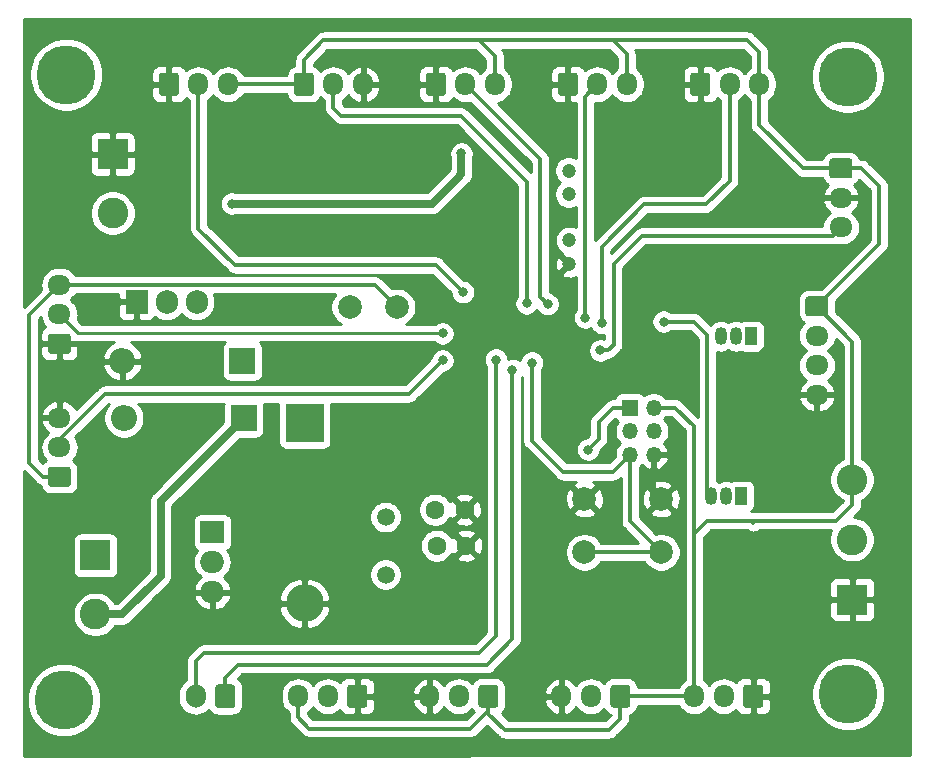
<source format=gbr>
%TF.GenerationSoftware,KiCad,Pcbnew,(5.1.8)-1*%
%TF.CreationDate,2021-09-09T16:11:34+01:00*%
%TF.ProjectId,OSC21,4f534332-312e-46b6-9963-61645f706362,rev?*%
%TF.SameCoordinates,Original*%
%TF.FileFunction,Copper,L2,Bot*%
%TF.FilePolarity,Positive*%
%FSLAX46Y46*%
G04 Gerber Fmt 4.6, Leading zero omitted, Abs format (unit mm)*
G04 Created by KiCad (PCBNEW (5.1.8)-1) date 2021-09-09 16:11:34*
%MOMM*%
%LPD*%
G01*
G04 APERTURE LIST*
%TA.AperFunction,ComponentPad*%
%ADD10O,1.950000X1.700000*%
%TD*%
%TA.AperFunction,ComponentPad*%
%ADD11C,2.600000*%
%TD*%
%TA.AperFunction,ComponentPad*%
%ADD12R,2.600000X2.600000*%
%TD*%
%TA.AperFunction,ComponentPad*%
%ADD13O,1.700000X1.950000*%
%TD*%
%TA.AperFunction,ComponentPad*%
%ADD14C,1.600000*%
%TD*%
%TA.AperFunction,ComponentPad*%
%ADD15C,1.500000*%
%TD*%
%TA.AperFunction,ComponentPad*%
%ADD16C,2.000000*%
%TD*%
%TA.AperFunction,ComponentPad*%
%ADD17R,1.050000X1.500000*%
%TD*%
%TA.AperFunction,ComponentPad*%
%ADD18O,1.050000X1.500000*%
%TD*%
%TA.AperFunction,ComponentPad*%
%ADD19O,2.000000X1.905000*%
%TD*%
%TA.AperFunction,ComponentPad*%
%ADD20R,2.000000X1.905000*%
%TD*%
%TA.AperFunction,ComponentPad*%
%ADD21O,1.905000X2.000000*%
%TD*%
%TA.AperFunction,ComponentPad*%
%ADD22R,1.905000X2.000000*%
%TD*%
%TA.AperFunction,ComponentPad*%
%ADD23O,1.700000X2.000000*%
%TD*%
%TA.AperFunction,ComponentPad*%
%ADD24O,1.350000X1.350000*%
%TD*%
%TA.AperFunction,ComponentPad*%
%ADD25R,1.350000X1.350000*%
%TD*%
%TA.AperFunction,ComponentPad*%
%ADD26C,5.000000*%
%TD*%
%TA.AperFunction,ComponentPad*%
%ADD27O,3.200000X3.200000*%
%TD*%
%TA.AperFunction,ComponentPad*%
%ADD28R,3.200000X3.200000*%
%TD*%
%TA.AperFunction,ComponentPad*%
%ADD29O,2.200000X2.200000*%
%TD*%
%TA.AperFunction,ComponentPad*%
%ADD30R,2.200000X2.200000*%
%TD*%
%TA.AperFunction,ComponentPad*%
%ADD31C,1.200000*%
%TD*%
%TA.AperFunction,ViaPad*%
%ADD32C,0.800000*%
%TD*%
%TA.AperFunction,Conductor*%
%ADD33C,0.350000*%
%TD*%
%TA.AperFunction,Conductor*%
%ADD34C,0.700000*%
%TD*%
%TA.AperFunction,Conductor*%
%ADD35C,0.250000*%
%TD*%
%TA.AperFunction,Conductor*%
%ADD36C,0.254000*%
%TD*%
%TA.AperFunction,Conductor*%
%ADD37C,0.100000*%
%TD*%
G04 APERTURE END LIST*
D10*
%TO.P,DIGITAL3,3*%
%TO.N,GND*%
X124206000Y-97893500D03*
%TO.P,DIGITAL3,2*%
%TO.N,DP3*%
X124206000Y-100393500D03*
%TO.P,DIGITAL3,1*%
%TO.N,+5V*%
%TA.AperFunction,ComponentPad*%
G36*
G01*
X124931000Y-103743500D02*
X123481000Y-103743500D01*
G75*
G02*
X123231000Y-103493500I0J250000D01*
G01*
X123231000Y-102293500D01*
G75*
G02*
X123481000Y-102043500I250000J0D01*
G01*
X124931000Y-102043500D01*
G75*
G02*
X125181000Y-102293500I0J-250000D01*
G01*
X125181000Y-103493500D01*
G75*
G02*
X124931000Y-103743500I-250000J0D01*
G01*
G37*
%TD.AperFunction*%
%TD*%
D11*
%TO.P,PWM2,3*%
%TO.N,+5V*%
X191325500Y-103124000D03*
%TO.P,PWM2,2*%
%TO.N,PWM2*%
X191325500Y-108204000D03*
D12*
%TO.P,PWM2,1*%
%TO.N,GND*%
X191325500Y-113284000D03*
%TD*%
D13*
%TO.P,PWM1,3*%
%TO.N,+5V*%
X177943500Y-121475500D03*
%TO.P,PWM1,2*%
%TO.N,PWM1*%
X180443500Y-121475500D03*
%TO.P,PWM1,1*%
%TO.N,GND*%
%TA.AperFunction,ComponentPad*%
G36*
G01*
X183793500Y-120750500D02*
X183793500Y-122200500D01*
G75*
G02*
X183543500Y-122450500I-250000J0D01*
G01*
X182343500Y-122450500D01*
G75*
G02*
X182093500Y-122200500I0J250000D01*
G01*
X182093500Y-120750500D01*
G75*
G02*
X182343500Y-120500500I250000J0D01*
G01*
X183543500Y-120500500D01*
G75*
G02*
X183793500Y-120750500I0J-250000D01*
G01*
G37*
%TD.AperFunction*%
%TD*%
D11*
%TO.P,J1,2*%
%TO.N,Net-(J1-Pad2)*%
X128714500Y-80565000D03*
D12*
%TO.P,J1,1*%
%TO.N,GND*%
X128714500Y-75565000D03*
%TD*%
D13*
%TO.P,DIGITAL2,3*%
%TO.N,GND*%
X166704000Y-121475500D03*
%TO.P,DIGITAL2,2*%
%TO.N,DP1*%
X169204000Y-121475500D03*
%TO.P,DIGITAL2,1*%
%TO.N,+5V*%
%TA.AperFunction,ComponentPad*%
G36*
G01*
X172554000Y-120750500D02*
X172554000Y-122200500D01*
G75*
G02*
X172304000Y-122450500I-250000J0D01*
G01*
X171104000Y-122450500D01*
G75*
G02*
X170854000Y-122200500I0J250000D01*
G01*
X170854000Y-120750500D01*
G75*
G02*
X171104000Y-120500500I250000J0D01*
G01*
X172304000Y-120500500D01*
G75*
G02*
X172554000Y-120750500I0J-250000D01*
G01*
G37*
%TD.AperFunction*%
%TD*%
D14*
%TO.P,C2,2*%
%TO.N,GND*%
X158646500Y-108712000D03*
%TO.P,C2,1*%
%TO.N,XTAL2*%
X156146500Y-108712000D03*
%TD*%
%TO.P,C1,2*%
%TO.N,GND*%
X158519500Y-105664000D03*
%TO.P,C1,1*%
%TO.N,XTAL1*%
X156019500Y-105664000D03*
%TD*%
D15*
%TO.P,Y1,2*%
%TO.N,XTAL2*%
X151828500Y-111179000D03*
%TO.P,Y1,1*%
%TO.N,XTAL1*%
X151828500Y-106299000D03*
%TD*%
D16*
%TO.P,SW1,1*%
%TO.N,GND*%
X175156000Y-104775000D03*
%TO.P,SW1,2*%
%TO.N,RST*%
X175156000Y-109275000D03*
%TO.P,SW1,1*%
%TO.N,GND*%
X168656000Y-104775000D03*
%TO.P,SW1,2*%
%TO.N,RST*%
X168656000Y-109275000D03*
%TD*%
D17*
%TO.P,Q4,1*%
%TO.N,RX_Rasp*%
X181927500Y-104521000D03*
D18*
%TO.P,Q4,3*%
%TO.N,RX*%
X179387500Y-104521000D03*
%TO.P,Q4,2*%
%TO.N,+3V3*%
X180657500Y-104521000D03*
%TD*%
D17*
%TO.P,Q3,1*%
%TO.N,TX_Rasp*%
X182753000Y-90995500D03*
D18*
%TO.P,Q3,3*%
%TO.N,TX*%
X180213000Y-90995500D03*
%TO.P,Q3,2*%
%TO.N,+3V3*%
X181483000Y-90995500D03*
%TD*%
D19*
%TO.P,Q2,3*%
%TO.N,GND*%
X137160000Y-112649000D03*
%TO.P,Q2,2*%
%TO.N,Net-(D4-Pad2)*%
X137160000Y-110109000D03*
D20*
%TO.P,Q2,1*%
%TO.N,Net-(Q2-Pad1)*%
X137160000Y-107569000D03*
%TD*%
D21*
%TO.P,Q1,3*%
%TO.N,+12V*%
X135826500Y-88074500D03*
%TO.P,Q1,2*%
%TO.N,Net-(J1-Pad2)*%
X133286500Y-88074500D03*
D22*
%TO.P,Q1,1*%
%TO.N,GND*%
X130746500Y-88074500D03*
%TD*%
D16*
%TO.P,L1,2*%
%TO.N,+5V*%
X152780500Y-88519000D03*
%TO.P,L1,1*%
%TO.N,Net-(D5-Pad1)*%
X148780500Y-88519000D03*
%TD*%
D13*
%TO.P,ANALOG4,3*%
%TO.N,GND*%
X149907000Y-69659500D03*
%TO.P,ANALOG4,2*%
%TO.N,A5*%
X147407000Y-69659500D03*
%TO.P,ANALOG4,1*%
%TO.N,+5V*%
%TA.AperFunction,ComponentPad*%
G36*
G01*
X144057000Y-70384500D02*
X144057000Y-68934500D01*
G75*
G02*
X144307000Y-68684500I250000J0D01*
G01*
X145507000Y-68684500D01*
G75*
G02*
X145757000Y-68934500I0J-250000D01*
G01*
X145757000Y-70384500D01*
G75*
G02*
X145507000Y-70634500I-250000J0D01*
G01*
X144307000Y-70634500D01*
G75*
G02*
X144057000Y-70384500I0J250000D01*
G01*
G37*
%TD.AperFunction*%
%TD*%
%TO.P,ANALOG3,3*%
%TO.N,+5V*%
X161083000Y-69659500D03*
%TO.P,ANALOG3,2*%
%TO.N,A4*%
X158583000Y-69659500D03*
%TO.P,ANALOG3,1*%
%TO.N,GND*%
%TA.AperFunction,ComponentPad*%
G36*
G01*
X155233000Y-70384500D02*
X155233000Y-68934500D01*
G75*
G02*
X155483000Y-68684500I250000J0D01*
G01*
X156683000Y-68684500D01*
G75*
G02*
X156933000Y-68934500I0J-250000D01*
G01*
X156933000Y-70384500D01*
G75*
G02*
X156683000Y-70634500I-250000J0D01*
G01*
X155483000Y-70634500D01*
G75*
G02*
X155233000Y-70384500I0J250000D01*
G01*
G37*
%TD.AperFunction*%
%TD*%
%TO.P,DIGITAL4,3*%
%TO.N,GND*%
X155528000Y-121475500D03*
%TO.P,DIGITAL4,2*%
%TO.N,DP4*%
X158028000Y-121475500D03*
%TO.P,DIGITAL4,1*%
%TO.N,+5V*%
%TA.AperFunction,ComponentPad*%
G36*
G01*
X161378000Y-120750500D02*
X161378000Y-122200500D01*
G75*
G02*
X161128000Y-122450500I-250000J0D01*
G01*
X159928000Y-122450500D01*
G75*
G02*
X159678000Y-122200500I0J250000D01*
G01*
X159678000Y-120750500D01*
G75*
G02*
X159928000Y-120500500I250000J0D01*
G01*
X161128000Y-120500500D01*
G75*
G02*
X161378000Y-120750500I0J-250000D01*
G01*
G37*
%TD.AperFunction*%
%TD*%
%TO.P,DIGITAL1,3*%
%TO.N,+5V*%
X138477000Y-69659500D03*
%TO.P,DIGITAL1,2*%
%TO.N,DP2*%
X135977000Y-69659500D03*
%TO.P,DIGITAL1,1*%
%TO.N,GND*%
%TA.AperFunction,ComponentPad*%
G36*
G01*
X132627000Y-70384500D02*
X132627000Y-68934500D01*
G75*
G02*
X132877000Y-68684500I250000J0D01*
G01*
X134077000Y-68684500D01*
G75*
G02*
X134327000Y-68934500I0J-250000D01*
G01*
X134327000Y-70384500D01*
G75*
G02*
X134077000Y-70634500I-250000J0D01*
G01*
X132877000Y-70634500D01*
G75*
G02*
X132627000Y-70384500I0J250000D01*
G01*
G37*
%TD.AperFunction*%
%TD*%
%TO.P,ANALOG2,3*%
%TO.N,+5V*%
X183451500Y-69659500D03*
%TO.P,ANALOG2,2*%
%TO.N,A2*%
X180951500Y-69659500D03*
%TO.P,ANALOG2,1*%
%TO.N,GND*%
%TA.AperFunction,ComponentPad*%
G36*
G01*
X177601500Y-70384500D02*
X177601500Y-68934500D01*
G75*
G02*
X177851500Y-68684500I250000J0D01*
G01*
X179051500Y-68684500D01*
G75*
G02*
X179301500Y-68934500I0J-250000D01*
G01*
X179301500Y-70384500D01*
G75*
G02*
X179051500Y-70634500I-250000J0D01*
G01*
X177851500Y-70634500D01*
G75*
G02*
X177601500Y-70384500I0J250000D01*
G01*
G37*
%TD.AperFunction*%
%TD*%
%TO.P,ANALOG1,3*%
%TO.N,+5V*%
X172259000Y-69659500D03*
%TO.P,ANALOG1,2*%
%TO.N,A3*%
X169759000Y-69659500D03*
%TO.P,ANALOG1,1*%
%TO.N,GND*%
%TA.AperFunction,ComponentPad*%
G36*
G01*
X166409000Y-70384500D02*
X166409000Y-68934500D01*
G75*
G02*
X166659000Y-68684500I250000J0D01*
G01*
X167859000Y-68684500D01*
G75*
G02*
X168109000Y-68934500I0J-250000D01*
G01*
X168109000Y-70384500D01*
G75*
G02*
X167859000Y-70634500I-250000J0D01*
G01*
X166659000Y-70634500D01*
G75*
G02*
X166409000Y-70384500I0J250000D01*
G01*
G37*
%TD.AperFunction*%
%TD*%
%TO.P,PWM4,3*%
%TO.N,+5V*%
X144415500Y-121475500D03*
%TO.P,PWM4,2*%
%TO.N,PWM4*%
X146915500Y-121475500D03*
%TO.P,PWM4,1*%
%TO.N,GND*%
%TA.AperFunction,ComponentPad*%
G36*
G01*
X150265500Y-120750500D02*
X150265500Y-122200500D01*
G75*
G02*
X150015500Y-122450500I-250000J0D01*
G01*
X148815500Y-122450500D01*
G75*
G02*
X148565500Y-122200500I0J250000D01*
G01*
X148565500Y-120750500D01*
G75*
G02*
X148815500Y-120500500I250000J0D01*
G01*
X150015500Y-120500500D01*
G75*
G02*
X150265500Y-120750500I0J-250000D01*
G01*
G37*
%TD.AperFunction*%
%TD*%
D10*
%TO.P,PWM3,3*%
%TO.N,+5V*%
X124206000Y-86630500D03*
%TO.P,PWM3,2*%
%TO.N,PWM3*%
X124206000Y-89130500D03*
%TO.P,PWM3,1*%
%TO.N,GND*%
%TA.AperFunction,ComponentPad*%
G36*
G01*
X124931000Y-92480500D02*
X123481000Y-92480500D01*
G75*
G02*
X123231000Y-92230500I0J250000D01*
G01*
X123231000Y-91030500D01*
G75*
G02*
X123481000Y-90780500I250000J0D01*
G01*
X124931000Y-90780500D01*
G75*
G02*
X125181000Y-91030500I0J-250000D01*
G01*
X125181000Y-92230500D01*
G75*
G02*
X124931000Y-92480500I-250000J0D01*
G01*
G37*
%TD.AperFunction*%
%TD*%
D23*
%TO.P,UART1,2*%
%TO.N,TX*%
X135739500Y-121475500D03*
%TO.P,UART1,1*%
%TO.N,RX*%
%TA.AperFunction,ComponentPad*%
G36*
G01*
X139089500Y-120725500D02*
X139089500Y-122225500D01*
G75*
G02*
X138839500Y-122475500I-250000J0D01*
G01*
X137639500Y-122475500D01*
G75*
G02*
X137389500Y-122225500I0J250000D01*
G01*
X137389500Y-120725500D01*
G75*
G02*
X137639500Y-120475500I250000J0D01*
G01*
X138839500Y-120475500D01*
G75*
G02*
X139089500Y-120725500I0J-250000D01*
G01*
G37*
%TD.AperFunction*%
%TD*%
D11*
%TO.P,solenoid1,2*%
%TO.N,+12V*%
X127254000Y-114537500D03*
D12*
%TO.P,solenoid1,1*%
%TO.N,Net-(D4-Pad2)*%
X127254000Y-109537500D03*
%TD*%
D10*
%TO.P,Sharp1,3*%
%TO.N,IR_Sen*%
X190373000Y-81771500D03*
%TO.P,Sharp1,2*%
%TO.N,GND*%
X190373000Y-79271500D03*
%TO.P,Sharp1,1*%
%TO.N,+5V*%
%TA.AperFunction,ComponentPad*%
G36*
G01*
X189648000Y-75921500D02*
X191098000Y-75921500D01*
G75*
G02*
X191348000Y-76171500I0J-250000D01*
G01*
X191348000Y-77371500D01*
G75*
G02*
X191098000Y-77621500I-250000J0D01*
G01*
X189648000Y-77621500D01*
G75*
G02*
X189398000Y-77371500I0J250000D01*
G01*
X189398000Y-76171500D01*
G75*
G02*
X189648000Y-75921500I250000J0D01*
G01*
G37*
%TD.AperFunction*%
%TD*%
%TO.P,UART_to_raspberry1,4*%
%TO.N,GND*%
X188341000Y-95955500D03*
%TO.P,UART_to_raspberry1,3*%
%TO.N,RX_Rasp*%
X188341000Y-93455500D03*
%TO.P,UART_to_raspberry1,2*%
%TO.N,TX_Rasp*%
X188341000Y-90955500D03*
%TO.P,UART_to_raspberry1,1*%
%TO.N,+5V*%
%TA.AperFunction,ComponentPad*%
G36*
G01*
X187616000Y-87605500D02*
X189066000Y-87605500D01*
G75*
G02*
X189316000Y-87855500I0J-250000D01*
G01*
X189316000Y-89055500D01*
G75*
G02*
X189066000Y-89305500I-250000J0D01*
G01*
X187616000Y-89305500D01*
G75*
G02*
X187366000Y-89055500I0J250000D01*
G01*
X187366000Y-87855500D01*
G75*
G02*
X187616000Y-87605500I250000J0D01*
G01*
G37*
%TD.AperFunction*%
%TD*%
D24*
%TO.P,J2,6*%
%TO.N,GND*%
X174529500Y-101028000D03*
%TO.P,J2,5*%
%TO.N,RST*%
X172529500Y-101028000D03*
%TO.P,J2,4*%
%TO.N,MOSI*%
X174529500Y-99028000D03*
%TO.P,J2,3*%
%TO.N,SCK*%
X172529500Y-99028000D03*
%TO.P,J2,2*%
%TO.N,+5V*%
X174529500Y-97028000D03*
D25*
%TO.P,J2,1*%
%TO.N,MISO*%
X172529500Y-97028000D03*
%TD*%
D26*
%TO.P,H4,1*%
%TO.N,N/C*%
X124587000Y-121793000D03*
%TD*%
%TO.P,H3,1*%
%TO.N,N/C*%
X191008000Y-121285000D03*
%TD*%
%TO.P,H2,1*%
%TO.N,N/C*%
X190944500Y-69024500D03*
%TD*%
%TO.P,H1,1*%
%TO.N,N/C*%
X124777500Y-68834000D03*
%TD*%
D27*
%TO.P,D5,2*%
%TO.N,GND*%
X144970500Y-113601500D03*
D28*
%TO.P,D5,1*%
%TO.N,Net-(D5-Pad1)*%
X144970500Y-98361500D03*
%TD*%
D29*
%TO.P,D4,2*%
%TO.N,Net-(D4-Pad2)*%
X129667000Y-97917000D03*
D30*
%TO.P,D4,1*%
%TO.N,+12V*%
X139827000Y-97917000D03*
%TD*%
D29*
%TO.P,D2,2*%
%TO.N,GND*%
X129540000Y-93091000D03*
D30*
%TO.P,D2,1*%
%TO.N,+12V*%
X139700000Y-93091000D03*
%TD*%
D31*
%TO.P,C9,2*%
%TO.N,GND*%
X167386000Y-84867500D03*
%TO.P,C9,1*%
%TO.N,+5V*%
X167386000Y-82867500D03*
%TD*%
%TO.P,C6,2*%
%TO.N,+5V*%
X167322500Y-78962000D03*
%TO.P,C6,1*%
%TO.N,r*%
X167322500Y-76962000D03*
%TD*%
D32*
%TO.N,RST*%
X164211000Y-93218000D03*
%TO.N,MISO*%
X168973500Y-100584000D03*
%TO.N,IR_Sen*%
X169995500Y-92196000D03*
%TO.N,RX*%
X175356250Y-89758250D03*
X162560000Y-93853000D03*
%TO.N,TX*%
X161163000Y-92964000D03*
%TO.N,PWM3*%
X156654500Y-90741500D03*
%TO.N,A3*%
X168719500Y-89408000D03*
%TO.N,A2*%
X170116500Y-89852500D03*
%TO.N,DP2*%
X158369000Y-87249000D03*
%TO.N,DP3*%
X156654500Y-93027500D03*
%TO.N,A4*%
X165544500Y-88265000D03*
%TO.N,A5*%
X163766500Y-88201500D03*
%TO.N,r*%
X138806500Y-79760500D03*
X158242000Y-75501500D03*
%TD*%
D33*
%TO.N,GND*%
X174529500Y-104148500D02*
X175156000Y-104775000D01*
X174529500Y-101028000D02*
X174529500Y-104148500D01*
D34*
%TO.N,+12V*%
X132778500Y-104965500D02*
X139827000Y-97917000D01*
X132778500Y-111252000D02*
X132778500Y-104965500D01*
X129493000Y-114537500D02*
X132778500Y-111252000D01*
X127254000Y-114537500D02*
X129493000Y-114537500D01*
D33*
%TO.N,RST*%
X172529500Y-106648500D02*
X175156000Y-109275000D01*
X172529500Y-101028000D02*
X172529500Y-106648500D01*
X175156000Y-109275000D02*
X168656000Y-109275000D01*
X164211000Y-93218000D02*
X164211000Y-99885500D01*
X164211000Y-99885500D02*
X166814500Y-102489000D01*
X171068500Y-102489000D02*
X172529500Y-101028000D01*
X166814500Y-102489000D02*
X171068500Y-102489000D01*
%TO.N,MISO*%
X171069000Y-97028000D02*
X172529500Y-97028000D01*
X169862500Y-98234500D02*
X171069000Y-97028000D01*
X169862500Y-99695000D02*
X169862500Y-98234500D01*
X168973500Y-100584000D02*
X169862500Y-99695000D01*
%TO.N,IR_Sen*%
X169995500Y-92196000D02*
X170630500Y-92196000D01*
X170630500Y-92196000D02*
X171132500Y-91694000D01*
X171132500Y-91694000D02*
X171132500Y-84899500D01*
X171132500Y-84899500D02*
X173545500Y-82486500D01*
X189658000Y-82486500D02*
X190373000Y-81771500D01*
X173545500Y-82486500D02*
X189658000Y-82486500D01*
%TO.N,RX*%
X175356250Y-89758250D02*
X177959750Y-89758250D01*
X177959750Y-89758250D02*
X179070000Y-90868500D01*
X179070000Y-104203500D02*
X179387500Y-104521000D01*
X179070000Y-90868500D02*
X179070000Y-104203500D01*
X138239500Y-119888000D02*
X138239500Y-121475500D01*
X139319000Y-118808500D02*
X138239500Y-119888000D01*
X160401000Y-118808500D02*
X139319000Y-118808500D01*
X162560000Y-116649500D02*
X160401000Y-118808500D01*
X162560000Y-93853000D02*
X162560000Y-116649500D01*
%TO.N,TX*%
X135739500Y-118514500D02*
X135739500Y-121475500D01*
X136461500Y-117792500D02*
X135739500Y-118514500D01*
X159766000Y-117792500D02*
X136461500Y-117792500D01*
X161163000Y-116395500D02*
X159766000Y-117792500D01*
X161163000Y-92964000D02*
X161163000Y-116395500D01*
D35*
%TO.N,PWM3*%
X125817000Y-90741500D02*
X124206000Y-89130500D01*
X156654500Y-90741500D02*
X125817000Y-90741500D01*
D33*
%TO.N,A3*%
X168719500Y-70699000D02*
X168719500Y-89408000D01*
X169759000Y-69659500D02*
X168719500Y-70699000D01*
%TO.N,A2*%
X170116500Y-89852500D02*
X170116500Y-83423170D01*
X180951500Y-69659500D02*
X180951500Y-77811000D01*
X180951500Y-77811000D02*
X178943000Y-79819500D01*
X173720170Y-79819500D02*
X170116500Y-83423170D01*
X178943000Y-79819500D02*
X173720170Y-79819500D01*
%TO.N,DP2*%
X158369000Y-87249000D02*
X156083000Y-84963000D01*
X156083000Y-84963000D02*
X139065000Y-84963000D01*
X135977000Y-81875000D02*
X135977000Y-69659500D01*
X139065000Y-84963000D02*
X135977000Y-81875000D01*
%TO.N,DP3*%
X124206000Y-99750925D02*
X128079500Y-95877425D01*
X124206000Y-100393500D02*
X124206000Y-99750925D01*
X153804575Y-95877425D02*
X156654500Y-93027500D01*
X128079500Y-95877425D02*
X153804575Y-95877425D01*
%TO.N,A4*%
X165544500Y-88265000D02*
X164909500Y-87630000D01*
X164909500Y-75986000D02*
X158583000Y-69659500D01*
X164909500Y-87630000D02*
X164909500Y-75986000D01*
%TO.N,A5*%
X163766500Y-88201500D02*
X163766500Y-77914500D01*
X163766500Y-77914500D02*
X158178500Y-72326500D01*
X158178500Y-72326500D02*
X148082000Y-72326500D01*
X147407000Y-71651500D02*
X147407000Y-69659500D01*
X148082000Y-72326500D02*
X147407000Y-71651500D01*
%TO.N,+5V*%
X183451500Y-69659500D02*
X183451500Y-73088500D01*
X187134500Y-76771500D02*
X190373000Y-76771500D01*
X183451500Y-73088500D02*
X187134500Y-76771500D01*
X188341000Y-88455500D02*
X189039500Y-88455500D01*
X150892000Y-86630500D02*
X124206000Y-86630500D01*
X152780500Y-88519000D02*
X150892000Y-86630500D01*
X182943500Y-106807000D02*
X182753000Y-106616500D01*
X172148500Y-121920000D02*
X171704000Y-121475500D01*
X191325500Y-103124000D02*
X191325500Y-105283000D01*
X191325500Y-105283000D02*
X189992000Y-106616500D01*
X189992000Y-106616500D02*
X182181500Y-106616500D01*
X182181500Y-106616500D02*
X182753000Y-106616500D01*
X177943500Y-107743000D02*
X179070000Y-106616500D01*
X179070000Y-106616500D02*
X182181500Y-106616500D01*
X177943500Y-121475500D02*
X171704000Y-121475500D01*
X171704000Y-121475500D02*
X171704000Y-123380500D01*
X171704000Y-123380500D02*
X170751500Y-124333000D01*
X170751500Y-124333000D02*
X161925000Y-124333000D01*
X161925000Y-124333000D02*
X160528000Y-122936000D01*
X160528000Y-122936000D02*
X160528000Y-121475500D01*
X160528000Y-121475500D02*
X160528000Y-122682000D01*
X160528000Y-122682000D02*
X159004000Y-124206000D01*
X159004000Y-124206000D02*
X145351500Y-124206000D01*
X144415500Y-123270000D02*
X144415500Y-121475500D01*
X145351500Y-124206000D02*
X144415500Y-123270000D01*
X124206000Y-102893500D02*
X122832500Y-102893500D01*
X122832500Y-102893500D02*
X121666000Y-101727000D01*
X121666000Y-89170500D02*
X124206000Y-86630500D01*
X121666000Y-101727000D02*
X121666000Y-89170500D01*
X191325500Y-91440000D02*
X188341000Y-88455500D01*
X191325500Y-103124000D02*
X191325500Y-91440000D01*
X190373000Y-76771500D02*
X192087500Y-76771500D01*
X192087500Y-76771500D02*
X193611500Y-78295500D01*
X193611500Y-83185000D02*
X188341000Y-88455500D01*
X193611500Y-78295500D02*
X193611500Y-83185000D01*
X138477000Y-69659500D02*
X144907000Y-69659500D01*
X144907000Y-69659500D02*
X144907000Y-67564000D01*
X144907000Y-67564000D02*
X146558000Y-65913000D01*
X161083000Y-67230000D02*
X161083000Y-69659500D01*
X159766000Y-65913000D02*
X161083000Y-67230000D01*
X172259000Y-69659500D02*
X172259000Y-67103000D01*
X172259000Y-67103000D02*
X171069000Y-65913000D01*
X159067500Y-65913000D02*
X159766000Y-65913000D01*
X146558000Y-65913000D02*
X159067500Y-65913000D01*
X183451500Y-69659500D02*
X183451500Y-66929000D01*
X182435500Y-65913000D02*
X170688000Y-65913000D01*
X183451500Y-66929000D02*
X182435500Y-65913000D01*
X170688000Y-65913000D02*
X159067500Y-65913000D01*
X171069000Y-65913000D02*
X170688000Y-65913000D01*
X174529500Y-97028000D02*
X176339500Y-97028000D01*
X177943500Y-98632000D02*
X177943500Y-108284000D01*
X176339500Y-97028000D02*
X177943500Y-98632000D01*
X177943500Y-108284000D02*
X177943500Y-107743000D01*
X177943500Y-121475500D02*
X177943500Y-108284000D01*
D34*
%TO.N,r*%
X138806500Y-79760500D02*
X152205000Y-79760500D01*
X152205000Y-79760500D02*
X155761000Y-79760500D01*
X155761000Y-79760500D02*
X157924500Y-77597000D01*
X157924500Y-77597000D02*
X158242000Y-77279500D01*
X158242000Y-77279500D02*
X158242000Y-75501500D01*
X158242000Y-75501500D02*
X158242000Y-75501500D01*
%TD*%
D36*
%TO.N,GND*%
X196252842Y-126467550D02*
X121245841Y-126529952D01*
X121240811Y-121484229D01*
X121452000Y-121484229D01*
X121452000Y-122101771D01*
X121572476Y-122707446D01*
X121808799Y-123277979D01*
X122151886Y-123791446D01*
X122588554Y-124228114D01*
X123102021Y-124571201D01*
X123672554Y-124807524D01*
X124278229Y-124928000D01*
X124895771Y-124928000D01*
X125501446Y-124807524D01*
X126071979Y-124571201D01*
X126585446Y-124228114D01*
X127022114Y-123791446D01*
X127365201Y-123277979D01*
X127601524Y-122707446D01*
X127722000Y-122101771D01*
X127722000Y-121484229D01*
X127601524Y-120878554D01*
X127365201Y-120308021D01*
X127022114Y-119794554D01*
X126585446Y-119357886D01*
X126071979Y-119014799D01*
X125501446Y-118778476D01*
X124895771Y-118658000D01*
X124278229Y-118658000D01*
X123672554Y-118778476D01*
X123102021Y-119014799D01*
X122588554Y-119357886D01*
X122151886Y-119794554D01*
X121808799Y-120308021D01*
X121572476Y-120878554D01*
X121452000Y-121484229D01*
X121240811Y-121484229D01*
X121227604Y-108237500D01*
X125315928Y-108237500D01*
X125315928Y-110837500D01*
X125328188Y-110961982D01*
X125364498Y-111081680D01*
X125423463Y-111191994D01*
X125502815Y-111288685D01*
X125599506Y-111368037D01*
X125709820Y-111427002D01*
X125829518Y-111463312D01*
X125954000Y-111475572D01*
X128554000Y-111475572D01*
X128678482Y-111463312D01*
X128798180Y-111427002D01*
X128908494Y-111368037D01*
X129005185Y-111288685D01*
X129084537Y-111191994D01*
X129143502Y-111081680D01*
X129179812Y-110961982D01*
X129192072Y-110837500D01*
X129192072Y-108237500D01*
X129179812Y-108113018D01*
X129143502Y-107993320D01*
X129084537Y-107883006D01*
X129005185Y-107786315D01*
X128908494Y-107706963D01*
X128798180Y-107647998D01*
X128678482Y-107611688D01*
X128554000Y-107599428D01*
X125954000Y-107599428D01*
X125829518Y-107611688D01*
X125709820Y-107647998D01*
X125599506Y-107706963D01*
X125502815Y-107786315D01*
X125423463Y-107883006D01*
X125364498Y-107993320D01*
X125328188Y-108113018D01*
X125315928Y-108237500D01*
X121227604Y-108237500D01*
X121221811Y-102428324D01*
X122231605Y-103438118D01*
X122256972Y-103469028D01*
X122324710Y-103524619D01*
X122380310Y-103570249D01*
X122455524Y-103610451D01*
X122521027Y-103645463D01*
X122611895Y-103673028D01*
X122660528Y-103833350D01*
X122742595Y-103986886D01*
X122853038Y-104121462D01*
X122987614Y-104231905D01*
X123141150Y-104313972D01*
X123307746Y-104364508D01*
X123481000Y-104381572D01*
X124931000Y-104381572D01*
X125104254Y-104364508D01*
X125270850Y-104313972D01*
X125424386Y-104231905D01*
X125558962Y-104121462D01*
X125669405Y-103986886D01*
X125751472Y-103833350D01*
X125802008Y-103666754D01*
X125819072Y-103493500D01*
X125819072Y-102293500D01*
X125802008Y-102120246D01*
X125751472Y-101953650D01*
X125669405Y-101800114D01*
X125558962Y-101665538D01*
X125424386Y-101555095D01*
X125322663Y-101500723D01*
X125386134Y-101448634D01*
X125571706Y-101222514D01*
X125709599Y-100964534D01*
X125794513Y-100684611D01*
X125823185Y-100393500D01*
X125794513Y-100102389D01*
X125709599Y-99822466D01*
X125571706Y-99564486D01*
X125556491Y-99545946D01*
X128415013Y-96687425D01*
X128442914Y-96687425D01*
X128319337Y-96811002D01*
X128129463Y-97095169D01*
X127998675Y-97410919D01*
X127932000Y-97746117D01*
X127932000Y-98087883D01*
X127998675Y-98423081D01*
X128129463Y-98738831D01*
X128319337Y-99022998D01*
X128561002Y-99264663D01*
X128845169Y-99454537D01*
X129160919Y-99585325D01*
X129496117Y-99652000D01*
X129837883Y-99652000D01*
X130173081Y-99585325D01*
X130488831Y-99454537D01*
X130772998Y-99264663D01*
X131014663Y-99022998D01*
X131204537Y-98738831D01*
X131335325Y-98423081D01*
X131402000Y-98087883D01*
X131402000Y-97746117D01*
X131335325Y-97410919D01*
X131204537Y-97095169D01*
X131014663Y-96811002D01*
X130891086Y-96687425D01*
X138102733Y-96687425D01*
X138101188Y-96692518D01*
X138088928Y-96817000D01*
X138088928Y-98262072D01*
X132116211Y-104234789D01*
X132078631Y-104265630D01*
X131955541Y-104415616D01*
X131918604Y-104484721D01*
X131864076Y-104586734D01*
X131807753Y-104772407D01*
X131788735Y-104965500D01*
X131793501Y-105013890D01*
X131793500Y-110843999D01*
X129085000Y-113552500D01*
X128923049Y-113552500D01*
X128757013Y-113304009D01*
X128487491Y-113034487D01*
X128170566Y-112822725D01*
X127818419Y-112676861D01*
X127444581Y-112602500D01*
X127063419Y-112602500D01*
X126689581Y-112676861D01*
X126337434Y-112822725D01*
X126020509Y-113034487D01*
X125750987Y-113304009D01*
X125539225Y-113620934D01*
X125393361Y-113973081D01*
X125319000Y-114346919D01*
X125319000Y-114728081D01*
X125393361Y-115101919D01*
X125539225Y-115454066D01*
X125750987Y-115770991D01*
X126020509Y-116040513D01*
X126337434Y-116252275D01*
X126689581Y-116398139D01*
X127063419Y-116472500D01*
X127444581Y-116472500D01*
X127818419Y-116398139D01*
X128170566Y-116252275D01*
X128487491Y-116040513D01*
X128757013Y-115770991D01*
X128923049Y-115522500D01*
X129444620Y-115522500D01*
X129493000Y-115527265D01*
X129541380Y-115522500D01*
X129686094Y-115508247D01*
X129871767Y-115451924D01*
X130042884Y-115360460D01*
X130192870Y-115237370D01*
X130223716Y-115199784D01*
X132401520Y-113021980D01*
X135569437Y-113021980D01*
X135640429Y-113240094D01*
X135784031Y-113515923D01*
X135978685Y-113758437D01*
X136216911Y-113958316D01*
X136489554Y-114107879D01*
X136786137Y-114201378D01*
X137033000Y-114074570D01*
X137033000Y-112776000D01*
X137287000Y-112776000D01*
X137287000Y-114074570D01*
X137533863Y-114201378D01*
X137830446Y-114107879D01*
X137888553Y-114076003D01*
X142786447Y-114076003D01*
X142920984Y-114492973D01*
X143134283Y-114875684D01*
X143418146Y-115209429D01*
X143761665Y-115481382D01*
X144151639Y-115681093D01*
X144495997Y-115785550D01*
X144843500Y-115673862D01*
X144843500Y-113728500D01*
X145097500Y-113728500D01*
X145097500Y-115673862D01*
X145445003Y-115785550D01*
X145789361Y-115681093D01*
X146179335Y-115481382D01*
X146522854Y-115209429D01*
X146806717Y-114875684D01*
X147020016Y-114492973D01*
X147154553Y-114076003D01*
X147043142Y-113728500D01*
X145097500Y-113728500D01*
X144843500Y-113728500D01*
X142897858Y-113728500D01*
X142786447Y-114076003D01*
X137888553Y-114076003D01*
X138103089Y-113958316D01*
X138341315Y-113758437D01*
X138535969Y-113515923D01*
X138679571Y-113240094D01*
X138716381Y-113126997D01*
X142786447Y-113126997D01*
X142897858Y-113474500D01*
X144843500Y-113474500D01*
X144843500Y-111529138D01*
X145097500Y-111529138D01*
X145097500Y-113474500D01*
X147043142Y-113474500D01*
X147154553Y-113126997D01*
X147020016Y-112710027D01*
X146806717Y-112327316D01*
X146522854Y-111993571D01*
X146179335Y-111721618D01*
X145789361Y-111521907D01*
X145445003Y-111417450D01*
X145097500Y-111529138D01*
X144843500Y-111529138D01*
X144495997Y-111417450D01*
X144151639Y-111521907D01*
X143761665Y-111721618D01*
X143418146Y-111993571D01*
X143134283Y-112327316D01*
X142920984Y-112710027D01*
X142786447Y-113126997D01*
X138716381Y-113126997D01*
X138750563Y-113021980D01*
X138630594Y-112776000D01*
X137287000Y-112776000D01*
X137033000Y-112776000D01*
X135689406Y-112776000D01*
X135569437Y-113021980D01*
X132401520Y-113021980D01*
X133440790Y-111982711D01*
X133478370Y-111951870D01*
X133601460Y-111801884D01*
X133692924Y-111630767D01*
X133749247Y-111445094D01*
X133763500Y-111300380D01*
X133763500Y-111300379D01*
X133768265Y-111252000D01*
X133763500Y-111203620D01*
X133763500Y-110109000D01*
X135517319Y-110109000D01*
X135547970Y-110420204D01*
X135638745Y-110719449D01*
X135786155Y-110995235D01*
X135984537Y-111236963D01*
X136163899Y-111384163D01*
X135978685Y-111539563D01*
X135784031Y-111782077D01*
X135640429Y-112057906D01*
X135569437Y-112276020D01*
X135689406Y-112522000D01*
X137033000Y-112522000D01*
X137033000Y-112502000D01*
X137287000Y-112502000D01*
X137287000Y-112522000D01*
X138630594Y-112522000D01*
X138750563Y-112276020D01*
X138679571Y-112057906D01*
X138535969Y-111782077D01*
X138341315Y-111539563D01*
X138156101Y-111384163D01*
X138335463Y-111236963D01*
X138494982Y-111042589D01*
X150443500Y-111042589D01*
X150443500Y-111315411D01*
X150496725Y-111582989D01*
X150601129Y-111835043D01*
X150752701Y-112061886D01*
X150945614Y-112254799D01*
X151172457Y-112406371D01*
X151424511Y-112510775D01*
X151692089Y-112564000D01*
X151964911Y-112564000D01*
X152232489Y-112510775D01*
X152484543Y-112406371D01*
X152711386Y-112254799D01*
X152904299Y-112061886D01*
X153055871Y-111835043D01*
X153160275Y-111582989D01*
X153213500Y-111315411D01*
X153213500Y-111042589D01*
X153160275Y-110775011D01*
X153055871Y-110522957D01*
X152904299Y-110296114D01*
X152711386Y-110103201D01*
X152484543Y-109951629D01*
X152232489Y-109847225D01*
X151964911Y-109794000D01*
X151692089Y-109794000D01*
X151424511Y-109847225D01*
X151172457Y-109951629D01*
X150945614Y-110103201D01*
X150752701Y-110296114D01*
X150601129Y-110522957D01*
X150496725Y-110775011D01*
X150443500Y-111042589D01*
X138494982Y-111042589D01*
X138533845Y-110995235D01*
X138681255Y-110719449D01*
X138772030Y-110420204D01*
X138802681Y-110109000D01*
X138772030Y-109797796D01*
X138681255Y-109498551D01*
X138533845Y-109222765D01*
X138430554Y-109096905D01*
X138514494Y-109052037D01*
X138611185Y-108972685D01*
X138690537Y-108875994D01*
X138749502Y-108765680D01*
X138785812Y-108645982D01*
X138793229Y-108570665D01*
X154711500Y-108570665D01*
X154711500Y-108853335D01*
X154766647Y-109130574D01*
X154874820Y-109391727D01*
X155031863Y-109626759D01*
X155231741Y-109826637D01*
X155466773Y-109983680D01*
X155727926Y-110091853D01*
X156005165Y-110147000D01*
X156287835Y-110147000D01*
X156565074Y-110091853D01*
X156826227Y-109983680D01*
X157061259Y-109826637D01*
X157183194Y-109704702D01*
X157833403Y-109704702D01*
X157904986Y-109948671D01*
X158160496Y-110069571D01*
X158434684Y-110138300D01*
X158717012Y-110152217D01*
X158996630Y-110110787D01*
X159262792Y-110015603D01*
X159388014Y-109948671D01*
X159459597Y-109704702D01*
X158646500Y-108891605D01*
X157833403Y-109704702D01*
X157183194Y-109704702D01*
X157261137Y-109626759D01*
X157395192Y-109426131D01*
X157409829Y-109453514D01*
X157653798Y-109525097D01*
X158466895Y-108712000D01*
X158826105Y-108712000D01*
X159639202Y-109525097D01*
X159883171Y-109453514D01*
X160004071Y-109198004D01*
X160072800Y-108923816D01*
X160086717Y-108641488D01*
X160045287Y-108361870D01*
X159950103Y-108095708D01*
X159883171Y-107970486D01*
X159639202Y-107898903D01*
X158826105Y-108712000D01*
X158466895Y-108712000D01*
X157653798Y-107898903D01*
X157409829Y-107970486D01*
X157396176Y-107999341D01*
X157261137Y-107797241D01*
X157183194Y-107719298D01*
X157833403Y-107719298D01*
X158646500Y-108532395D01*
X159459597Y-107719298D01*
X159388014Y-107475329D01*
X159132504Y-107354429D01*
X158858316Y-107285700D01*
X158575988Y-107271783D01*
X158296370Y-107313213D01*
X158030208Y-107408397D01*
X157904986Y-107475329D01*
X157833403Y-107719298D01*
X157183194Y-107719298D01*
X157061259Y-107597363D01*
X156826227Y-107440320D01*
X156565074Y-107332147D01*
X156287835Y-107277000D01*
X156005165Y-107277000D01*
X155727926Y-107332147D01*
X155466773Y-107440320D01*
X155231741Y-107597363D01*
X155031863Y-107797241D01*
X154874820Y-108032273D01*
X154766647Y-108293426D01*
X154711500Y-108570665D01*
X138793229Y-108570665D01*
X138798072Y-108521500D01*
X138798072Y-106616500D01*
X138785812Y-106492018D01*
X138749502Y-106372320D01*
X138690537Y-106262006D01*
X138611185Y-106165315D01*
X138607864Y-106162589D01*
X150443500Y-106162589D01*
X150443500Y-106435411D01*
X150496725Y-106702989D01*
X150601129Y-106955043D01*
X150752701Y-107181886D01*
X150945614Y-107374799D01*
X151172457Y-107526371D01*
X151424511Y-107630775D01*
X151692089Y-107684000D01*
X151964911Y-107684000D01*
X152232489Y-107630775D01*
X152484543Y-107526371D01*
X152711386Y-107374799D01*
X152904299Y-107181886D01*
X153055871Y-106955043D01*
X153160275Y-106702989D01*
X153213500Y-106435411D01*
X153213500Y-106162589D01*
X153160275Y-105895011D01*
X153055871Y-105642957D01*
X152975495Y-105522665D01*
X154584500Y-105522665D01*
X154584500Y-105805335D01*
X154639647Y-106082574D01*
X154747820Y-106343727D01*
X154904863Y-106578759D01*
X155104741Y-106778637D01*
X155339773Y-106935680D01*
X155600926Y-107043853D01*
X155878165Y-107099000D01*
X156160835Y-107099000D01*
X156438074Y-107043853D01*
X156699227Y-106935680D01*
X156934259Y-106778637D01*
X157056194Y-106656702D01*
X157706403Y-106656702D01*
X157777986Y-106900671D01*
X158033496Y-107021571D01*
X158307684Y-107090300D01*
X158590012Y-107104217D01*
X158869630Y-107062787D01*
X159135792Y-106967603D01*
X159261014Y-106900671D01*
X159332597Y-106656702D01*
X158519500Y-105843605D01*
X157706403Y-106656702D01*
X157056194Y-106656702D01*
X157134137Y-106578759D01*
X157268192Y-106378131D01*
X157282829Y-106405514D01*
X157526798Y-106477097D01*
X158339895Y-105664000D01*
X158699105Y-105664000D01*
X159512202Y-106477097D01*
X159756171Y-106405514D01*
X159877071Y-106150004D01*
X159945800Y-105875816D01*
X159959717Y-105593488D01*
X159918287Y-105313870D01*
X159823103Y-105047708D01*
X159756171Y-104922486D01*
X159512202Y-104850903D01*
X158699105Y-105664000D01*
X158339895Y-105664000D01*
X157526798Y-104850903D01*
X157282829Y-104922486D01*
X157269176Y-104951341D01*
X157134137Y-104749241D01*
X157056194Y-104671298D01*
X157706403Y-104671298D01*
X158519500Y-105484395D01*
X159332597Y-104671298D01*
X159261014Y-104427329D01*
X159005504Y-104306429D01*
X158731316Y-104237700D01*
X158448988Y-104223783D01*
X158169370Y-104265213D01*
X157903208Y-104360397D01*
X157777986Y-104427329D01*
X157706403Y-104671298D01*
X157056194Y-104671298D01*
X156934259Y-104549363D01*
X156699227Y-104392320D01*
X156438074Y-104284147D01*
X156160835Y-104229000D01*
X155878165Y-104229000D01*
X155600926Y-104284147D01*
X155339773Y-104392320D01*
X155104741Y-104549363D01*
X154904863Y-104749241D01*
X154747820Y-104984273D01*
X154639647Y-105245426D01*
X154584500Y-105522665D01*
X152975495Y-105522665D01*
X152904299Y-105416114D01*
X152711386Y-105223201D01*
X152484543Y-105071629D01*
X152232489Y-104967225D01*
X151964911Y-104914000D01*
X151692089Y-104914000D01*
X151424511Y-104967225D01*
X151172457Y-105071629D01*
X150945614Y-105223201D01*
X150752701Y-105416114D01*
X150601129Y-105642957D01*
X150496725Y-105895011D01*
X150443500Y-106162589D01*
X138607864Y-106162589D01*
X138514494Y-106085963D01*
X138404180Y-106026998D01*
X138284482Y-105990688D01*
X138160000Y-105978428D01*
X136160000Y-105978428D01*
X136035518Y-105990688D01*
X135915820Y-106026998D01*
X135805506Y-106085963D01*
X135708815Y-106165315D01*
X135629463Y-106262006D01*
X135570498Y-106372320D01*
X135534188Y-106492018D01*
X135521928Y-106616500D01*
X135521928Y-108521500D01*
X135534188Y-108645982D01*
X135570498Y-108765680D01*
X135629463Y-108875994D01*
X135708815Y-108972685D01*
X135805506Y-109052037D01*
X135889446Y-109096905D01*
X135786155Y-109222765D01*
X135638745Y-109498551D01*
X135547970Y-109797796D01*
X135517319Y-110109000D01*
X133763500Y-110109000D01*
X133763500Y-105373500D01*
X139481928Y-99655072D01*
X140927000Y-99655072D01*
X141051482Y-99642812D01*
X141171180Y-99606502D01*
X141281494Y-99547537D01*
X141378185Y-99468185D01*
X141457537Y-99371494D01*
X141516502Y-99261180D01*
X141552812Y-99141482D01*
X141565072Y-99017000D01*
X141565072Y-96817000D01*
X141552812Y-96692518D01*
X141551267Y-96687425D01*
X142739724Y-96687425D01*
X142732428Y-96761500D01*
X142732428Y-99961500D01*
X142744688Y-100085982D01*
X142780998Y-100205680D01*
X142839963Y-100315994D01*
X142919315Y-100412685D01*
X143016006Y-100492037D01*
X143126320Y-100551002D01*
X143246018Y-100587312D01*
X143370500Y-100599572D01*
X146570500Y-100599572D01*
X146694982Y-100587312D01*
X146814680Y-100551002D01*
X146924994Y-100492037D01*
X147021685Y-100412685D01*
X147101037Y-100315994D01*
X147160002Y-100205680D01*
X147196312Y-100085982D01*
X147208572Y-99961500D01*
X147208572Y-96761500D01*
X147201276Y-96687425D01*
X153764787Y-96687425D01*
X153804575Y-96691344D01*
X153844363Y-96687425D01*
X153844366Y-96687425D01*
X153963363Y-96675705D01*
X154116048Y-96629388D01*
X154256764Y-96554174D01*
X154380103Y-96452953D01*
X154405475Y-96422038D01*
X156767142Y-94060371D01*
X156956398Y-94022726D01*
X157144756Y-93944705D01*
X157314274Y-93831437D01*
X157458437Y-93687274D01*
X157571705Y-93517756D01*
X157649726Y-93329398D01*
X157689500Y-93129439D01*
X157689500Y-92925561D01*
X157649726Y-92725602D01*
X157571705Y-92537244D01*
X157458437Y-92367726D01*
X157314274Y-92223563D01*
X157144756Y-92110295D01*
X156956398Y-92032274D01*
X156756439Y-91992500D01*
X156552561Y-91992500D01*
X156352602Y-92032274D01*
X156164244Y-92110295D01*
X155994726Y-92223563D01*
X155850563Y-92367726D01*
X155737295Y-92537244D01*
X155659274Y-92725602D01*
X155621629Y-92914858D01*
X153469063Y-95067425D01*
X128119287Y-95067425D01*
X128079499Y-95063506D01*
X128039711Y-95067425D01*
X128039709Y-95067425D01*
X127920712Y-95079145D01*
X127768027Y-95125462D01*
X127702524Y-95160474D01*
X127627310Y-95200676D01*
X127571710Y-95246306D01*
X127503972Y-95301897D01*
X127478607Y-95332805D01*
X125627767Y-97183646D01*
X125533496Y-97022307D01*
X125340429Y-96804451D01*
X125108570Y-96628447D01*
X124846830Y-96501058D01*
X124565267Y-96427180D01*
X124333000Y-96567335D01*
X124333000Y-97766500D01*
X124353000Y-97766500D01*
X124353000Y-98020500D01*
X124333000Y-98020500D01*
X124333000Y-98040500D01*
X124079000Y-98040500D01*
X124079000Y-98020500D01*
X122760845Y-98020500D01*
X122639524Y-98250390D01*
X122731648Y-98513358D01*
X122878504Y-98764693D01*
X123071571Y-98982549D01*
X123277722Y-99139038D01*
X123251986Y-99152794D01*
X123025866Y-99338366D01*
X122840294Y-99564486D01*
X122702401Y-99822466D01*
X122617487Y-100102389D01*
X122588815Y-100393500D01*
X122617487Y-100684611D01*
X122702401Y-100964534D01*
X122840294Y-101222514D01*
X123025866Y-101448634D01*
X123089337Y-101500723D01*
X122987614Y-101555095D01*
X122853038Y-101665538D01*
X122806616Y-101722104D01*
X122476000Y-101391488D01*
X122476000Y-97536610D01*
X122639524Y-97536610D01*
X122760845Y-97766500D01*
X124079000Y-97766500D01*
X124079000Y-96567335D01*
X123846733Y-96427180D01*
X123565170Y-96501058D01*
X123303430Y-96628447D01*
X123071571Y-96804451D01*
X122878504Y-97022307D01*
X122731648Y-97273642D01*
X122639524Y-97536610D01*
X122476000Y-97536610D01*
X122476000Y-93487122D01*
X127850825Y-93487122D01*
X127915425Y-93700094D01*
X128065469Y-94005329D01*
X128272178Y-94275427D01*
X128527609Y-94500008D01*
X128821946Y-94670442D01*
X129143877Y-94780179D01*
X129413000Y-94662600D01*
X129413000Y-93218000D01*
X129667000Y-93218000D01*
X129667000Y-94662600D01*
X129936123Y-94780179D01*
X130258054Y-94670442D01*
X130552391Y-94500008D01*
X130807822Y-94275427D01*
X131014531Y-94005329D01*
X131164575Y-93700094D01*
X131229175Y-93487122D01*
X131111125Y-93218000D01*
X129667000Y-93218000D01*
X129413000Y-93218000D01*
X127968875Y-93218000D01*
X127850825Y-93487122D01*
X122476000Y-93487122D01*
X122476000Y-92480500D01*
X122592928Y-92480500D01*
X122605188Y-92604982D01*
X122641498Y-92724680D01*
X122700463Y-92834994D01*
X122779815Y-92931685D01*
X122876506Y-93011037D01*
X122986820Y-93070002D01*
X123106518Y-93106312D01*
X123231000Y-93118572D01*
X123920250Y-93115500D01*
X124079000Y-92956750D01*
X124079000Y-91757500D01*
X124333000Y-91757500D01*
X124333000Y-92956750D01*
X124491750Y-93115500D01*
X125181000Y-93118572D01*
X125305482Y-93106312D01*
X125425180Y-93070002D01*
X125535494Y-93011037D01*
X125632185Y-92931685D01*
X125711537Y-92834994D01*
X125770502Y-92724680D01*
X125806812Y-92604982D01*
X125819072Y-92480500D01*
X125816000Y-91916250D01*
X125657250Y-91757500D01*
X124333000Y-91757500D01*
X124079000Y-91757500D01*
X122754750Y-91757500D01*
X122596000Y-91916250D01*
X122592928Y-92480500D01*
X122476000Y-92480500D01*
X122476000Y-89506012D01*
X122612369Y-89369644D01*
X122617487Y-89421611D01*
X122702401Y-89701534D01*
X122840294Y-89959514D01*
X123021608Y-90180445D01*
X122986820Y-90190998D01*
X122876506Y-90249963D01*
X122779815Y-90329315D01*
X122700463Y-90426006D01*
X122641498Y-90536320D01*
X122605188Y-90656018D01*
X122592928Y-90780500D01*
X122596000Y-91344750D01*
X122754750Y-91503500D01*
X124079000Y-91503500D01*
X124079000Y-91483500D01*
X124333000Y-91483500D01*
X124333000Y-91503500D01*
X125657250Y-91503500D01*
X125670047Y-91490703D01*
X125779667Y-91501500D01*
X125779676Y-91501500D01*
X125816999Y-91505176D01*
X125854322Y-91501500D01*
X128851453Y-91501500D01*
X128821946Y-91511558D01*
X128527609Y-91681992D01*
X128272178Y-91906573D01*
X128065469Y-92176671D01*
X127915425Y-92481906D01*
X127850825Y-92694878D01*
X127968875Y-92964000D01*
X129413000Y-92964000D01*
X129413000Y-92944000D01*
X129667000Y-92944000D01*
X129667000Y-92964000D01*
X131111125Y-92964000D01*
X131229175Y-92694878D01*
X131164575Y-92481906D01*
X131014531Y-92176671D01*
X130807822Y-91906573D01*
X130552391Y-91681992D01*
X130258054Y-91511558D01*
X130228547Y-91501500D01*
X138195502Y-91501500D01*
X138148815Y-91539815D01*
X138069463Y-91636506D01*
X138010498Y-91746820D01*
X137974188Y-91866518D01*
X137961928Y-91991000D01*
X137961928Y-94191000D01*
X137974188Y-94315482D01*
X138010498Y-94435180D01*
X138069463Y-94545494D01*
X138148815Y-94642185D01*
X138245506Y-94721537D01*
X138355820Y-94780502D01*
X138475518Y-94816812D01*
X138600000Y-94829072D01*
X140800000Y-94829072D01*
X140924482Y-94816812D01*
X141044180Y-94780502D01*
X141154494Y-94721537D01*
X141251185Y-94642185D01*
X141330537Y-94545494D01*
X141389502Y-94435180D01*
X141425812Y-94315482D01*
X141438072Y-94191000D01*
X141438072Y-91991000D01*
X141425812Y-91866518D01*
X141389502Y-91746820D01*
X141330537Y-91636506D01*
X141251185Y-91539815D01*
X141204498Y-91501500D01*
X155950789Y-91501500D01*
X155994726Y-91545437D01*
X156164244Y-91658705D01*
X156352602Y-91736726D01*
X156552561Y-91776500D01*
X156756439Y-91776500D01*
X156956398Y-91736726D01*
X157144756Y-91658705D01*
X157314274Y-91545437D01*
X157458437Y-91401274D01*
X157571705Y-91231756D01*
X157649726Y-91043398D01*
X157689500Y-90843439D01*
X157689500Y-90639561D01*
X157649726Y-90439602D01*
X157571705Y-90251244D01*
X157458437Y-90081726D01*
X157314274Y-89937563D01*
X157144756Y-89824295D01*
X156956398Y-89746274D01*
X156756439Y-89706500D01*
X156552561Y-89706500D01*
X156352602Y-89746274D01*
X156164244Y-89824295D01*
X155994726Y-89937563D01*
X155950789Y-89981500D01*
X153522173Y-89981500D01*
X153554963Y-89967918D01*
X153822752Y-89788987D01*
X154050487Y-89561252D01*
X154229418Y-89293463D01*
X154352668Y-88995912D01*
X154415500Y-88680033D01*
X154415500Y-88357967D01*
X154352668Y-88042088D01*
X154229418Y-87744537D01*
X154050487Y-87476748D01*
X153822752Y-87249013D01*
X153554963Y-87070082D01*
X153257412Y-86946832D01*
X152941533Y-86884000D01*
X152619467Y-86884000D01*
X152345506Y-86938494D01*
X151492899Y-86085887D01*
X151467528Y-86054972D01*
X151344189Y-85953751D01*
X151203473Y-85878537D01*
X151050788Y-85832220D01*
X150931791Y-85820500D01*
X150931788Y-85820500D01*
X150892000Y-85816581D01*
X150852212Y-85820500D01*
X125581869Y-85820500D01*
X125571706Y-85801486D01*
X125386134Y-85575366D01*
X125160014Y-85389794D01*
X124902034Y-85251901D01*
X124622111Y-85166987D01*
X124403950Y-85145500D01*
X124008050Y-85145500D01*
X123789889Y-85166987D01*
X123509966Y-85251901D01*
X123251986Y-85389794D01*
X123025866Y-85575366D01*
X122840294Y-85801486D01*
X122702401Y-86059466D01*
X122617487Y-86339389D01*
X122588815Y-86630500D01*
X122617487Y-86921611D01*
X122652839Y-87038149D01*
X121207908Y-88483080D01*
X121199825Y-80374419D01*
X126779500Y-80374419D01*
X126779500Y-80755581D01*
X126853861Y-81129419D01*
X126999725Y-81481566D01*
X127211487Y-81798491D01*
X127481009Y-82068013D01*
X127797934Y-82279775D01*
X128150081Y-82425639D01*
X128523919Y-82500000D01*
X128905081Y-82500000D01*
X129278919Y-82425639D01*
X129631066Y-82279775D01*
X129947991Y-82068013D01*
X130217513Y-81798491D01*
X130429275Y-81481566D01*
X130575139Y-81129419D01*
X130649500Y-80755581D01*
X130649500Y-80374419D01*
X130575139Y-80000581D01*
X130429275Y-79648434D01*
X130217513Y-79331509D01*
X129947991Y-79061987D01*
X129631066Y-78850225D01*
X129278919Y-78704361D01*
X128905081Y-78630000D01*
X128523919Y-78630000D01*
X128150081Y-78704361D01*
X127797934Y-78850225D01*
X127481009Y-79061987D01*
X127211487Y-79331509D01*
X126999725Y-79648434D01*
X126853861Y-80000581D01*
X126779500Y-80374419D01*
X121199825Y-80374419D01*
X121196326Y-76865000D01*
X126776428Y-76865000D01*
X126788688Y-76989482D01*
X126824998Y-77109180D01*
X126883963Y-77219494D01*
X126963315Y-77316185D01*
X127060006Y-77395537D01*
X127170320Y-77454502D01*
X127290018Y-77490812D01*
X127414500Y-77503072D01*
X128428750Y-77500000D01*
X128587500Y-77341250D01*
X128587500Y-75692000D01*
X128841500Y-75692000D01*
X128841500Y-77341250D01*
X129000250Y-77500000D01*
X130014500Y-77503072D01*
X130138982Y-77490812D01*
X130258680Y-77454502D01*
X130368994Y-77395537D01*
X130465685Y-77316185D01*
X130545037Y-77219494D01*
X130604002Y-77109180D01*
X130640312Y-76989482D01*
X130652572Y-76865000D01*
X130649500Y-75850750D01*
X130490750Y-75692000D01*
X128841500Y-75692000D01*
X128587500Y-75692000D01*
X126938250Y-75692000D01*
X126779500Y-75850750D01*
X126776428Y-76865000D01*
X121196326Y-76865000D01*
X121193734Y-74265000D01*
X126776428Y-74265000D01*
X126779500Y-75279250D01*
X126938250Y-75438000D01*
X128587500Y-75438000D01*
X128587500Y-73788750D01*
X128841500Y-73788750D01*
X128841500Y-75438000D01*
X130490750Y-75438000D01*
X130649500Y-75279250D01*
X130652572Y-74265000D01*
X130640312Y-74140518D01*
X130604002Y-74020820D01*
X130545037Y-73910506D01*
X130465685Y-73813815D01*
X130368994Y-73734463D01*
X130258680Y-73675498D01*
X130138982Y-73639188D01*
X130014500Y-73626928D01*
X129000250Y-73630000D01*
X128841500Y-73788750D01*
X128587500Y-73788750D01*
X128428750Y-73630000D01*
X127414500Y-73626928D01*
X127290018Y-73639188D01*
X127170320Y-73675498D01*
X127060006Y-73734463D01*
X126963315Y-73813815D01*
X126883963Y-73910506D01*
X126824998Y-74020820D01*
X126788688Y-74140518D01*
X126776428Y-74265000D01*
X121193734Y-74265000D01*
X121188011Y-68525229D01*
X121642500Y-68525229D01*
X121642500Y-69142771D01*
X121762976Y-69748446D01*
X121999299Y-70318979D01*
X122342386Y-70832446D01*
X122779054Y-71269114D01*
X123292521Y-71612201D01*
X123863054Y-71848524D01*
X124468729Y-71969000D01*
X125086271Y-71969000D01*
X125691946Y-71848524D01*
X126262479Y-71612201D01*
X126775946Y-71269114D01*
X127212614Y-70832446D01*
X127344877Y-70634500D01*
X131988928Y-70634500D01*
X132001188Y-70758982D01*
X132037498Y-70878680D01*
X132096463Y-70988994D01*
X132175815Y-71085685D01*
X132272506Y-71165037D01*
X132382820Y-71224002D01*
X132502518Y-71260312D01*
X132627000Y-71272572D01*
X133191250Y-71269500D01*
X133350000Y-71110750D01*
X133350000Y-69786500D01*
X132150750Y-69786500D01*
X131992000Y-69945250D01*
X131988928Y-70634500D01*
X127344877Y-70634500D01*
X127555701Y-70318979D01*
X127792024Y-69748446D01*
X127912500Y-69142771D01*
X127912500Y-68684500D01*
X131988928Y-68684500D01*
X131992000Y-69373750D01*
X132150750Y-69532500D01*
X133350000Y-69532500D01*
X133350000Y-68208250D01*
X133604000Y-68208250D01*
X133604000Y-69532500D01*
X133624000Y-69532500D01*
X133624000Y-69786500D01*
X133604000Y-69786500D01*
X133604000Y-71110750D01*
X133762750Y-71269500D01*
X134327000Y-71272572D01*
X134451482Y-71260312D01*
X134571180Y-71224002D01*
X134681494Y-71165037D01*
X134778185Y-71085685D01*
X134857537Y-70988994D01*
X134916502Y-70878680D01*
X134927055Y-70843892D01*
X135147987Y-71025206D01*
X135167001Y-71035369D01*
X135167000Y-81835212D01*
X135163081Y-81875000D01*
X135167000Y-81914788D01*
X135167000Y-81914790D01*
X135178720Y-82033787D01*
X135225037Y-82186472D01*
X135225038Y-82186473D01*
X135300251Y-82327189D01*
X135331703Y-82365513D01*
X135401472Y-82450528D01*
X135432388Y-82475900D01*
X138464105Y-85507618D01*
X138489472Y-85538528D01*
X138612811Y-85639749D01*
X138753527Y-85714963D01*
X138906212Y-85761280D01*
X139025209Y-85773000D01*
X139025211Y-85773000D01*
X139064999Y-85776919D01*
X139104787Y-85773000D01*
X155747488Y-85773000D01*
X157336129Y-87361642D01*
X157373774Y-87550898D01*
X157451795Y-87739256D01*
X157565063Y-87908774D01*
X157709226Y-88052937D01*
X157878744Y-88166205D01*
X158067102Y-88244226D01*
X158267061Y-88284000D01*
X158470939Y-88284000D01*
X158670898Y-88244226D01*
X158859256Y-88166205D01*
X159028774Y-88052937D01*
X159172937Y-87908774D01*
X159286205Y-87739256D01*
X159364226Y-87550898D01*
X159404000Y-87350939D01*
X159404000Y-87147061D01*
X159364226Y-86947102D01*
X159286205Y-86758744D01*
X159172937Y-86589226D01*
X159028774Y-86445063D01*
X158859256Y-86331795D01*
X158670898Y-86253774D01*
X158481642Y-86216129D01*
X156683899Y-84418387D01*
X156658528Y-84387472D01*
X156535189Y-84286251D01*
X156394473Y-84211037D01*
X156241788Y-84164720D01*
X156122791Y-84153000D01*
X156122788Y-84153000D01*
X156083000Y-84149081D01*
X156043212Y-84153000D01*
X139400513Y-84153000D01*
X136787000Y-81539488D01*
X136787000Y-79658561D01*
X137771500Y-79658561D01*
X137771500Y-79862439D01*
X137811274Y-80062398D01*
X137889295Y-80250756D01*
X138002563Y-80420274D01*
X138146726Y-80564437D01*
X138316244Y-80677705D01*
X138504602Y-80755726D01*
X138704561Y-80795500D01*
X138908439Y-80795500D01*
X139108398Y-80755726D01*
X139133086Y-80745500D01*
X155712620Y-80745500D01*
X155761000Y-80750265D01*
X155809380Y-80745500D01*
X155954094Y-80731247D01*
X156139767Y-80674924D01*
X156310884Y-80583460D01*
X156460870Y-80460370D01*
X156491716Y-80422784D01*
X158904284Y-78010216D01*
X158941870Y-77979370D01*
X159064960Y-77829384D01*
X159156424Y-77658267D01*
X159212747Y-77472594D01*
X159227000Y-77327880D01*
X159227000Y-77327879D01*
X159231765Y-77279500D01*
X159227000Y-77231120D01*
X159227000Y-75828086D01*
X159237226Y-75803398D01*
X159277000Y-75603439D01*
X159277000Y-75399561D01*
X159237226Y-75199602D01*
X159159205Y-75011244D01*
X159045937Y-74841726D01*
X158901774Y-74697563D01*
X158732256Y-74584295D01*
X158543898Y-74506274D01*
X158343939Y-74466500D01*
X158140061Y-74466500D01*
X157940102Y-74506274D01*
X157751744Y-74584295D01*
X157582226Y-74697563D01*
X157438063Y-74841726D01*
X157324795Y-75011244D01*
X157246774Y-75199602D01*
X157207000Y-75399561D01*
X157207000Y-75603439D01*
X157246774Y-75803398D01*
X157257001Y-75828088D01*
X157257000Y-76871500D01*
X155353000Y-78775500D01*
X139133086Y-78775500D01*
X139108398Y-78765274D01*
X138908439Y-78725500D01*
X138704561Y-78725500D01*
X138504602Y-78765274D01*
X138316244Y-78843295D01*
X138146726Y-78956563D01*
X138002563Y-79100726D01*
X137889295Y-79270244D01*
X137811274Y-79458602D01*
X137771500Y-79658561D01*
X136787000Y-79658561D01*
X136787000Y-71035369D01*
X136806014Y-71025206D01*
X137032134Y-70839634D01*
X137217706Y-70613514D01*
X137227000Y-70596126D01*
X137236294Y-70613514D01*
X137421866Y-70839634D01*
X137647987Y-71025206D01*
X137905967Y-71163099D01*
X138185890Y-71248013D01*
X138477000Y-71276685D01*
X138768111Y-71248013D01*
X139048034Y-71163099D01*
X139306014Y-71025206D01*
X139532134Y-70839634D01*
X139717706Y-70613514D01*
X139794683Y-70469500D01*
X143427300Y-70469500D01*
X143435992Y-70557754D01*
X143486528Y-70724350D01*
X143568595Y-70877886D01*
X143679038Y-71012462D01*
X143813614Y-71122905D01*
X143967150Y-71204972D01*
X144133746Y-71255508D01*
X144307000Y-71272572D01*
X145507000Y-71272572D01*
X145680254Y-71255508D01*
X145846850Y-71204972D01*
X146000386Y-71122905D01*
X146134962Y-71012462D01*
X146245405Y-70877886D01*
X146299777Y-70776163D01*
X146351866Y-70839634D01*
X146577987Y-71025206D01*
X146597000Y-71035369D01*
X146597000Y-71611711D01*
X146593081Y-71651500D01*
X146597000Y-71691288D01*
X146597000Y-71691290D01*
X146608720Y-71810287D01*
X146655037Y-71962972D01*
X146655038Y-71962973D01*
X146730251Y-72103689D01*
X146761703Y-72142013D01*
X146831472Y-72227028D01*
X146862387Y-72252399D01*
X147481105Y-72871118D01*
X147506472Y-72902028D01*
X147540207Y-72929713D01*
X147629810Y-73003249D01*
X147705024Y-73043451D01*
X147770527Y-73078463D01*
X147923212Y-73124780D01*
X148042209Y-73136500D01*
X148042211Y-73136500D01*
X148081999Y-73140419D01*
X148121787Y-73136500D01*
X157842988Y-73136500D01*
X162956501Y-78250014D01*
X162956500Y-87550800D01*
X162849295Y-87711244D01*
X162771274Y-87899602D01*
X162731500Y-88099561D01*
X162731500Y-88303439D01*
X162771274Y-88503398D01*
X162849295Y-88691756D01*
X162962563Y-88861274D01*
X163106726Y-89005437D01*
X163276244Y-89118705D01*
X163464602Y-89196726D01*
X163664561Y-89236500D01*
X163868439Y-89236500D01*
X164068398Y-89196726D01*
X164256756Y-89118705D01*
X164426274Y-89005437D01*
X164570437Y-88861274D01*
X164634285Y-88765718D01*
X164740563Y-88924774D01*
X164884726Y-89068937D01*
X165054244Y-89182205D01*
X165242602Y-89260226D01*
X165442561Y-89300000D01*
X165646439Y-89300000D01*
X165846398Y-89260226D01*
X166034756Y-89182205D01*
X166204274Y-89068937D01*
X166348437Y-88924774D01*
X166461705Y-88755256D01*
X166539726Y-88566898D01*
X166579500Y-88366939D01*
X166579500Y-88163061D01*
X166539726Y-87963102D01*
X166461705Y-87774744D01*
X166348437Y-87605226D01*
X166204274Y-87461063D01*
X166034756Y-87347795D01*
X165846398Y-87269774D01*
X165719500Y-87244533D01*
X165719500Y-84945938D01*
X166147505Y-84945938D01*
X166186605Y-85186049D01*
X166271798Y-85413918D01*
X166312652Y-85490352D01*
X166536236Y-85537659D01*
X167206395Y-84867500D01*
X166536236Y-84197341D01*
X166312652Y-84244648D01*
X166211763Y-84466016D01*
X166156000Y-84702813D01*
X166147505Y-84945938D01*
X165719500Y-84945938D01*
X165719500Y-76025787D01*
X165723419Y-75985999D01*
X165713005Y-75880267D01*
X165707780Y-75827212D01*
X165661463Y-75674527D01*
X165623466Y-75603439D01*
X165586249Y-75533810D01*
X165520028Y-75453120D01*
X165485028Y-75410472D01*
X165454118Y-75385105D01*
X161322144Y-71253131D01*
X161374111Y-71248013D01*
X161654034Y-71163099D01*
X161912014Y-71025206D01*
X162138134Y-70839634D01*
X162306483Y-70634500D01*
X165770928Y-70634500D01*
X165783188Y-70758982D01*
X165819498Y-70878680D01*
X165878463Y-70988994D01*
X165957815Y-71085685D01*
X166054506Y-71165037D01*
X166164820Y-71224002D01*
X166284518Y-71260312D01*
X166409000Y-71272572D01*
X166973250Y-71269500D01*
X167132000Y-71110750D01*
X167132000Y-69786500D01*
X165932750Y-69786500D01*
X165774000Y-69945250D01*
X165770928Y-70634500D01*
X162306483Y-70634500D01*
X162323706Y-70613514D01*
X162461599Y-70355533D01*
X162546513Y-70075610D01*
X162568000Y-69857449D01*
X162568000Y-69461550D01*
X162546513Y-69243389D01*
X162461599Y-68963466D01*
X162323706Y-68705486D01*
X162306484Y-68684500D01*
X165770928Y-68684500D01*
X165774000Y-69373750D01*
X165932750Y-69532500D01*
X167132000Y-69532500D01*
X167132000Y-68208250D01*
X166973250Y-68049500D01*
X166409000Y-68046428D01*
X166284518Y-68058688D01*
X166164820Y-68094998D01*
X166054506Y-68153963D01*
X165957815Y-68233315D01*
X165878463Y-68330006D01*
X165819498Y-68440320D01*
X165783188Y-68560018D01*
X165770928Y-68684500D01*
X162306484Y-68684500D01*
X162138134Y-68479366D01*
X161912013Y-68293794D01*
X161893000Y-68283631D01*
X161893000Y-67269787D01*
X161896919Y-67229999D01*
X161893000Y-67190209D01*
X161881280Y-67071212D01*
X161834963Y-66918527D01*
X161778043Y-66812037D01*
X161759749Y-66777810D01*
X161714767Y-66723000D01*
X170733488Y-66723000D01*
X171449001Y-67438514D01*
X171449001Y-68283631D01*
X171429986Y-68293794D01*
X171203866Y-68479366D01*
X171018294Y-68705487D01*
X171009000Y-68722874D01*
X170999706Y-68705486D01*
X170814134Y-68479366D01*
X170588013Y-68293794D01*
X170330033Y-68155901D01*
X170050110Y-68070987D01*
X169759000Y-68042315D01*
X169467889Y-68070987D01*
X169187966Y-68155901D01*
X168929986Y-68293794D01*
X168709055Y-68475108D01*
X168698502Y-68440320D01*
X168639537Y-68330006D01*
X168560185Y-68233315D01*
X168463494Y-68153963D01*
X168353180Y-68094998D01*
X168233482Y-68058688D01*
X168109000Y-68046428D01*
X167544750Y-68049500D01*
X167386000Y-68208250D01*
X167386000Y-69532500D01*
X167406000Y-69532500D01*
X167406000Y-69786500D01*
X167386000Y-69786500D01*
X167386000Y-71110750D01*
X167544750Y-71269500D01*
X167909500Y-71271486D01*
X167909500Y-75868899D01*
X167907492Y-75867557D01*
X167682736Y-75774460D01*
X167444137Y-75727000D01*
X167200863Y-75727000D01*
X166962264Y-75774460D01*
X166737508Y-75867557D01*
X166535233Y-76002713D01*
X166363213Y-76174733D01*
X166228057Y-76377008D01*
X166134960Y-76601764D01*
X166087500Y-76840363D01*
X166087500Y-77083637D01*
X166134960Y-77322236D01*
X166228057Y-77546992D01*
X166363213Y-77749267D01*
X166535233Y-77921287D01*
X166596164Y-77962000D01*
X166535233Y-78002713D01*
X166363213Y-78174733D01*
X166228057Y-78377008D01*
X166134960Y-78601764D01*
X166087500Y-78840363D01*
X166087500Y-79083637D01*
X166134960Y-79322236D01*
X166228057Y-79546992D01*
X166363213Y-79749267D01*
X166535233Y-79921287D01*
X166737508Y-80056443D01*
X166962264Y-80149540D01*
X167200863Y-80197000D01*
X167444137Y-80197000D01*
X167682736Y-80149540D01*
X167907492Y-80056443D01*
X167909501Y-80055101D01*
X167909501Y-81747586D01*
X167746236Y-81679960D01*
X167507637Y-81632500D01*
X167264363Y-81632500D01*
X167025764Y-81679960D01*
X166801008Y-81773057D01*
X166598733Y-81908213D01*
X166426713Y-82080233D01*
X166291557Y-82282508D01*
X166198460Y-82507264D01*
X166151000Y-82745863D01*
X166151000Y-82989137D01*
X166198460Y-83227736D01*
X166291557Y-83452492D01*
X166426713Y-83654767D01*
X166598733Y-83826787D01*
X166736733Y-83918996D01*
X166715841Y-84017736D01*
X167386000Y-84687895D01*
X167400143Y-84673753D01*
X167579748Y-84853358D01*
X167565605Y-84867500D01*
X167579748Y-84881643D01*
X167400143Y-85061248D01*
X167386000Y-85047105D01*
X166715841Y-85717264D01*
X166763148Y-85940848D01*
X166984516Y-86041737D01*
X167221313Y-86097500D01*
X167464438Y-86105995D01*
X167704549Y-86066895D01*
X167909501Y-85990270D01*
X167909501Y-88757299D01*
X167802295Y-88917744D01*
X167724274Y-89106102D01*
X167684500Y-89306061D01*
X167684500Y-89509939D01*
X167724274Y-89709898D01*
X167802295Y-89898256D01*
X167915563Y-90067774D01*
X168059726Y-90211937D01*
X168229244Y-90325205D01*
X168417602Y-90403226D01*
X168617561Y-90443000D01*
X168821439Y-90443000D01*
X169021398Y-90403226D01*
X169194622Y-90331474D01*
X169199295Y-90342756D01*
X169312563Y-90512274D01*
X169456726Y-90656437D01*
X169626244Y-90769705D01*
X169814602Y-90847726D01*
X170014561Y-90887500D01*
X170218439Y-90887500D01*
X170322500Y-90866801D01*
X170322500Y-91211172D01*
X170297398Y-91200774D01*
X170097439Y-91161000D01*
X169893561Y-91161000D01*
X169693602Y-91200774D01*
X169505244Y-91278795D01*
X169335726Y-91392063D01*
X169191563Y-91536226D01*
X169078295Y-91705744D01*
X169000274Y-91894102D01*
X168960500Y-92094061D01*
X168960500Y-92297939D01*
X169000274Y-92497898D01*
X169078295Y-92686256D01*
X169191563Y-92855774D01*
X169335726Y-92999937D01*
X169505244Y-93113205D01*
X169693602Y-93191226D01*
X169893561Y-93231000D01*
X170097439Y-93231000D01*
X170297398Y-93191226D01*
X170485756Y-93113205D01*
X170642035Y-93008783D01*
X170670288Y-93006000D01*
X170670291Y-93006000D01*
X170789288Y-92994280D01*
X170941973Y-92947963D01*
X171082689Y-92872749D01*
X171206028Y-92771528D01*
X171231400Y-92740612D01*
X171677114Y-92294898D01*
X171708028Y-92269528D01*
X171784233Y-92176671D01*
X171809249Y-92146190D01*
X171865531Y-92040892D01*
X171884463Y-92005473D01*
X171930780Y-91852788D01*
X171942500Y-91733791D01*
X171942500Y-91733789D01*
X171946419Y-91694001D01*
X171942500Y-91654213D01*
X171942500Y-85235012D01*
X173881013Y-83296500D01*
X189618212Y-83296500D01*
X189658000Y-83300419D01*
X189697788Y-83296500D01*
X189697791Y-83296500D01*
X189816788Y-83284780D01*
X189969473Y-83238463D01*
X189972965Y-83236596D01*
X190175050Y-83256500D01*
X190570950Y-83256500D01*
X190789111Y-83235013D01*
X191069034Y-83150099D01*
X191327014Y-83012206D01*
X191553134Y-82826634D01*
X191738706Y-82600514D01*
X191876599Y-82342534D01*
X191961513Y-82062611D01*
X191990185Y-81771500D01*
X191961513Y-81480389D01*
X191876599Y-81200466D01*
X191738706Y-80942486D01*
X191553134Y-80716366D01*
X191327014Y-80530794D01*
X191301278Y-80517038D01*
X191507429Y-80360549D01*
X191700496Y-80142693D01*
X191847352Y-79891358D01*
X191939476Y-79628390D01*
X191818155Y-79398500D01*
X190500000Y-79398500D01*
X190500000Y-79418500D01*
X190246000Y-79418500D01*
X190246000Y-79398500D01*
X188927845Y-79398500D01*
X188806524Y-79628390D01*
X188898648Y-79891358D01*
X189045504Y-80142693D01*
X189238571Y-80360549D01*
X189444722Y-80517038D01*
X189418986Y-80530794D01*
X189192866Y-80716366D01*
X189007294Y-80942486D01*
X188869401Y-81200466D01*
X188784487Y-81480389D01*
X188765172Y-81676500D01*
X173585287Y-81676500D01*
X173545499Y-81672581D01*
X173505711Y-81676500D01*
X173505709Y-81676500D01*
X173386712Y-81688220D01*
X173234027Y-81734537D01*
X173168524Y-81769549D01*
X173093310Y-81809751D01*
X173037710Y-81855381D01*
X172969972Y-81910972D01*
X172944607Y-81941880D01*
X170926500Y-83959988D01*
X170926500Y-83758682D01*
X174055682Y-80629500D01*
X178903212Y-80629500D01*
X178943000Y-80633419D01*
X178982788Y-80629500D01*
X178982791Y-80629500D01*
X179101788Y-80617780D01*
X179254473Y-80571463D01*
X179395189Y-80496249D01*
X179518528Y-80395028D01*
X179543899Y-80364113D01*
X181496118Y-78411895D01*
X181527028Y-78386528D01*
X181623263Y-78269265D01*
X181628249Y-78263190D01*
X181671404Y-78182451D01*
X181703463Y-78122473D01*
X181749780Y-77969788D01*
X181761500Y-77850791D01*
X181761500Y-77850788D01*
X181765419Y-77811000D01*
X181761500Y-77771212D01*
X181761500Y-71035369D01*
X181780514Y-71025206D01*
X182006634Y-70839634D01*
X182192206Y-70613514D01*
X182201500Y-70596126D01*
X182210794Y-70613514D01*
X182396366Y-70839634D01*
X182622487Y-71025206D01*
X182641500Y-71035369D01*
X182641501Y-73048702D01*
X182637581Y-73088500D01*
X182653221Y-73247287D01*
X182699538Y-73399973D01*
X182774751Y-73540689D01*
X182830352Y-73608439D01*
X182875973Y-73664028D01*
X182906883Y-73689395D01*
X186533605Y-77316118D01*
X186558972Y-77347028D01*
X186589880Y-77372393D01*
X186682311Y-77448249D01*
X186823026Y-77523463D01*
X186975712Y-77569780D01*
X187134500Y-77585419D01*
X187174291Y-77581500D01*
X188788139Y-77581500D01*
X188827528Y-77711350D01*
X188909595Y-77864886D01*
X189020038Y-77999462D01*
X189154614Y-78109905D01*
X189259961Y-78166214D01*
X189238571Y-78182451D01*
X189045504Y-78400307D01*
X188898648Y-78651642D01*
X188806524Y-78914610D01*
X188927845Y-79144500D01*
X190246000Y-79144500D01*
X190246000Y-79124500D01*
X190500000Y-79124500D01*
X190500000Y-79144500D01*
X191818155Y-79144500D01*
X191939476Y-78914610D01*
X191847352Y-78651642D01*
X191700496Y-78400307D01*
X191507429Y-78182451D01*
X191486039Y-78166214D01*
X191591386Y-78109905D01*
X191725962Y-77999462D01*
X191836405Y-77864886D01*
X191905711Y-77735224D01*
X192801500Y-78631013D01*
X192801501Y-82849486D01*
X188683560Y-86967428D01*
X187616000Y-86967428D01*
X187442746Y-86984492D01*
X187276150Y-87035028D01*
X187122614Y-87117095D01*
X186988038Y-87227538D01*
X186877595Y-87362114D01*
X186795528Y-87515650D01*
X186744992Y-87682246D01*
X186727928Y-87855500D01*
X186727928Y-89055500D01*
X186744992Y-89228754D01*
X186795528Y-89395350D01*
X186877595Y-89548886D01*
X186988038Y-89683462D01*
X187122614Y-89793905D01*
X187224337Y-89848277D01*
X187160866Y-89900366D01*
X186975294Y-90126486D01*
X186837401Y-90384466D01*
X186752487Y-90664389D01*
X186723815Y-90955500D01*
X186752487Y-91246611D01*
X186837401Y-91526534D01*
X186975294Y-91784514D01*
X187160866Y-92010634D01*
X187386986Y-92196206D01*
X187404374Y-92205500D01*
X187386986Y-92214794D01*
X187160866Y-92400366D01*
X186975294Y-92626486D01*
X186837401Y-92884466D01*
X186752487Y-93164389D01*
X186723815Y-93455500D01*
X186752487Y-93746611D01*
X186837401Y-94026534D01*
X186975294Y-94284514D01*
X187160866Y-94510634D01*
X187386986Y-94696206D01*
X187412722Y-94709962D01*
X187206571Y-94866451D01*
X187013504Y-95084307D01*
X186866648Y-95335642D01*
X186774524Y-95598610D01*
X186895845Y-95828500D01*
X188214000Y-95828500D01*
X188214000Y-95808500D01*
X188468000Y-95808500D01*
X188468000Y-95828500D01*
X189786155Y-95828500D01*
X189907476Y-95598610D01*
X189815352Y-95335642D01*
X189668496Y-95084307D01*
X189475429Y-94866451D01*
X189269278Y-94709962D01*
X189295014Y-94696206D01*
X189521134Y-94510634D01*
X189706706Y-94284514D01*
X189844599Y-94026534D01*
X189929513Y-93746611D01*
X189958185Y-93455500D01*
X189929513Y-93164389D01*
X189844599Y-92884466D01*
X189706706Y-92626486D01*
X189521134Y-92400366D01*
X189295014Y-92214794D01*
X189277626Y-92205500D01*
X189295014Y-92196206D01*
X189521134Y-92010634D01*
X189706706Y-91784514D01*
X189844599Y-91526534D01*
X189929513Y-91246611D01*
X189934631Y-91194644D01*
X190515501Y-91775514D01*
X190515500Y-101365084D01*
X190408934Y-101409225D01*
X190092009Y-101620987D01*
X189822487Y-101890509D01*
X189610725Y-102207434D01*
X189464861Y-102559581D01*
X189390500Y-102933419D01*
X189390500Y-103314581D01*
X189464861Y-103688419D01*
X189610725Y-104040566D01*
X189822487Y-104357491D01*
X190092009Y-104627013D01*
X190408934Y-104838775D01*
X190515501Y-104882916D01*
X190515501Y-104947486D01*
X189656488Y-105806500D01*
X182797709Y-105806500D01*
X182806994Y-105801537D01*
X182903685Y-105722185D01*
X182983037Y-105625494D01*
X183042002Y-105515180D01*
X183078312Y-105395482D01*
X183090572Y-105271000D01*
X183090572Y-103771000D01*
X183078312Y-103646518D01*
X183042002Y-103526820D01*
X182983037Y-103416506D01*
X182903685Y-103319815D01*
X182806994Y-103240463D01*
X182696680Y-103181498D01*
X182576982Y-103145188D01*
X182452500Y-103132928D01*
X181402500Y-103132928D01*
X181278018Y-103145188D01*
X181158320Y-103181498D01*
X181093598Y-103216093D01*
X180884900Y-103152785D01*
X180657500Y-103130388D01*
X180430101Y-103152785D01*
X180211441Y-103219115D01*
X180022500Y-103320106D01*
X179880000Y-103243938D01*
X179880000Y-96312390D01*
X186774524Y-96312390D01*
X186866648Y-96575358D01*
X187013504Y-96826693D01*
X187206571Y-97044549D01*
X187438430Y-97220553D01*
X187700170Y-97347942D01*
X187981733Y-97421820D01*
X188214000Y-97281665D01*
X188214000Y-96082500D01*
X188468000Y-96082500D01*
X188468000Y-97281665D01*
X188700267Y-97421820D01*
X188981830Y-97347942D01*
X189243570Y-97220553D01*
X189475429Y-97044549D01*
X189668496Y-96826693D01*
X189815352Y-96575358D01*
X189907476Y-96312390D01*
X189786155Y-96082500D01*
X188468000Y-96082500D01*
X188214000Y-96082500D01*
X186895845Y-96082500D01*
X186774524Y-96312390D01*
X179880000Y-96312390D01*
X179880000Y-92331681D01*
X179985600Y-92363715D01*
X180213000Y-92386112D01*
X180440399Y-92363715D01*
X180659059Y-92297385D01*
X180847999Y-92196394D01*
X181036940Y-92297385D01*
X181255600Y-92363715D01*
X181483000Y-92386112D01*
X181710399Y-92363715D01*
X181919098Y-92300407D01*
X181983820Y-92335002D01*
X182103518Y-92371312D01*
X182228000Y-92383572D01*
X183278000Y-92383572D01*
X183402482Y-92371312D01*
X183522180Y-92335002D01*
X183632494Y-92276037D01*
X183729185Y-92196685D01*
X183808537Y-92099994D01*
X183867502Y-91989680D01*
X183903812Y-91869982D01*
X183916072Y-91745500D01*
X183916072Y-90245500D01*
X183903812Y-90121018D01*
X183867502Y-90001320D01*
X183808537Y-89891006D01*
X183729185Y-89794315D01*
X183632494Y-89714963D01*
X183522180Y-89655998D01*
X183402482Y-89619688D01*
X183278000Y-89607428D01*
X182228000Y-89607428D01*
X182103518Y-89619688D01*
X181983820Y-89655998D01*
X181919098Y-89690593D01*
X181710400Y-89627285D01*
X181483000Y-89604888D01*
X181255601Y-89627285D01*
X181036941Y-89693615D01*
X180848001Y-89794606D01*
X180659060Y-89693615D01*
X180440400Y-89627285D01*
X180213000Y-89604888D01*
X179985601Y-89627285D01*
X179766941Y-89693615D01*
X179565422Y-89801329D01*
X179388789Y-89946288D01*
X179345747Y-89998735D01*
X178560649Y-89213637D01*
X178535278Y-89182722D01*
X178411939Y-89081501D01*
X178271223Y-89006287D01*
X178118538Y-88959970D01*
X177999541Y-88948250D01*
X177999538Y-88948250D01*
X177959750Y-88944331D01*
X177919962Y-88948250D01*
X176006950Y-88948250D01*
X175846506Y-88841045D01*
X175658148Y-88763024D01*
X175458189Y-88723250D01*
X175254311Y-88723250D01*
X175054352Y-88763024D01*
X174865994Y-88841045D01*
X174696476Y-88954313D01*
X174552313Y-89098476D01*
X174439045Y-89267994D01*
X174361024Y-89456352D01*
X174321250Y-89656311D01*
X174321250Y-89860189D01*
X174361024Y-90060148D01*
X174439045Y-90248506D01*
X174552313Y-90418024D01*
X174696476Y-90562187D01*
X174865994Y-90675455D01*
X175054352Y-90753476D01*
X175254311Y-90793250D01*
X175458189Y-90793250D01*
X175658148Y-90753476D01*
X175846506Y-90675455D01*
X176006950Y-90568250D01*
X177624238Y-90568250D01*
X178260000Y-91204013D01*
X178260001Y-97802988D01*
X176940399Y-96483387D01*
X176915028Y-96452472D01*
X176791689Y-96351251D01*
X176650973Y-96276037D01*
X176498288Y-96229720D01*
X176379291Y-96218000D01*
X176379288Y-96218000D01*
X176339500Y-96214081D01*
X176299712Y-96218000D01*
X175563800Y-96218000D01*
X175547044Y-96192923D01*
X175364577Y-96010456D01*
X175150018Y-95867093D01*
X174911613Y-95768342D01*
X174658524Y-95718000D01*
X174400476Y-95718000D01*
X174147387Y-95768342D01*
X173908982Y-95867093D01*
X173726987Y-95988697D01*
X173655685Y-95901815D01*
X173558994Y-95822463D01*
X173448680Y-95763498D01*
X173328982Y-95727188D01*
X173204500Y-95714928D01*
X171854500Y-95714928D01*
X171730018Y-95727188D01*
X171610320Y-95763498D01*
X171500006Y-95822463D01*
X171403315Y-95901815D01*
X171323963Y-95998506D01*
X171264998Y-96108820D01*
X171231879Y-96218000D01*
X171108788Y-96218000D01*
X171069000Y-96214081D01*
X171029212Y-96218000D01*
X171029209Y-96218000D01*
X170910212Y-96229720D01*
X170793063Y-96265257D01*
X170757526Y-96276037D01*
X170693397Y-96310315D01*
X170616811Y-96351251D01*
X170493472Y-96452472D01*
X170468105Y-96483382D01*
X169317883Y-97633605D01*
X169286973Y-97658972D01*
X169249405Y-97704749D01*
X169185751Y-97782311D01*
X169113759Y-97917001D01*
X169110538Y-97923027D01*
X169069748Y-98057494D01*
X169064221Y-98075713D01*
X169048581Y-98234500D01*
X169052501Y-98274298D01*
X169052500Y-99359487D01*
X168860859Y-99551129D01*
X168671602Y-99588774D01*
X168483244Y-99666795D01*
X168313726Y-99780063D01*
X168169563Y-99924226D01*
X168056295Y-100093744D01*
X167978274Y-100282102D01*
X167938500Y-100482061D01*
X167938500Y-100685939D01*
X167978274Y-100885898D01*
X168056295Y-101074256D01*
X168169563Y-101243774D01*
X168313726Y-101387937D01*
X168483244Y-101501205D01*
X168671602Y-101579226D01*
X168871561Y-101619000D01*
X169075439Y-101619000D01*
X169275398Y-101579226D01*
X169463756Y-101501205D01*
X169633274Y-101387937D01*
X169777437Y-101243774D01*
X169890705Y-101074256D01*
X169968726Y-100885898D01*
X170006371Y-100696641D01*
X170407119Y-100295894D01*
X170438028Y-100270528D01*
X170498393Y-100196973D01*
X170539249Y-100147190D01*
X170593579Y-100045544D01*
X170614463Y-100006473D01*
X170660780Y-99853788D01*
X170672500Y-99734791D01*
X170672500Y-99734788D01*
X170676419Y-99695000D01*
X170672500Y-99655212D01*
X170672500Y-98570012D01*
X171275564Y-97966948D01*
X171323963Y-98057494D01*
X171403315Y-98154185D01*
X171490197Y-98225487D01*
X171368593Y-98407482D01*
X171269842Y-98645887D01*
X171219500Y-98898976D01*
X171219500Y-99157024D01*
X171269842Y-99410113D01*
X171368593Y-99648518D01*
X171511956Y-99863077D01*
X171676879Y-100028000D01*
X171511956Y-100192923D01*
X171368593Y-100407482D01*
X171269842Y-100645887D01*
X171219500Y-100898976D01*
X171219500Y-101157024D01*
X171225384Y-101186604D01*
X170732988Y-101679000D01*
X167150013Y-101679000D01*
X165021000Y-99549988D01*
X165021000Y-93868700D01*
X165128205Y-93708256D01*
X165206226Y-93519898D01*
X165246000Y-93319939D01*
X165246000Y-93116061D01*
X165206226Y-92916102D01*
X165128205Y-92727744D01*
X165014937Y-92558226D01*
X164870774Y-92414063D01*
X164701256Y-92300795D01*
X164512898Y-92222774D01*
X164312939Y-92183000D01*
X164109061Y-92183000D01*
X163909102Y-92222774D01*
X163720744Y-92300795D01*
X163551226Y-92414063D01*
X163407063Y-92558226D01*
X163293795Y-92727744D01*
X163215774Y-92916102D01*
X163192899Y-93031105D01*
X163050256Y-92935795D01*
X162861898Y-92857774D01*
X162661939Y-92818000D01*
X162458061Y-92818000D01*
X162258102Y-92857774D01*
X162198000Y-92882669D01*
X162198000Y-92862061D01*
X162158226Y-92662102D01*
X162080205Y-92473744D01*
X161966937Y-92304226D01*
X161822774Y-92160063D01*
X161653256Y-92046795D01*
X161464898Y-91968774D01*
X161264939Y-91929000D01*
X161061061Y-91929000D01*
X160861102Y-91968774D01*
X160672744Y-92046795D01*
X160503226Y-92160063D01*
X160359063Y-92304226D01*
X160245795Y-92473744D01*
X160167774Y-92662102D01*
X160128000Y-92862061D01*
X160128000Y-93065939D01*
X160167774Y-93265898D01*
X160245795Y-93454256D01*
X160353000Y-93614700D01*
X160353001Y-116059986D01*
X159430488Y-116982500D01*
X136501287Y-116982500D01*
X136461499Y-116978581D01*
X136421711Y-116982500D01*
X136421709Y-116982500D01*
X136302712Y-116994220D01*
X136150027Y-117040537D01*
X136090698Y-117072249D01*
X136009310Y-117115751D01*
X135953710Y-117161381D01*
X135885972Y-117216972D01*
X135860607Y-117247880D01*
X135194887Y-117913601D01*
X135163972Y-117938972D01*
X135105501Y-118010220D01*
X135062751Y-118062311D01*
X135040483Y-118103973D01*
X134987537Y-118203028D01*
X134941220Y-118355713D01*
X134930038Y-118469249D01*
X134925581Y-118514500D01*
X134929500Y-118554288D01*
X134929501Y-120074631D01*
X134910487Y-120084794D01*
X134684366Y-120270366D01*
X134498794Y-120496486D01*
X134360901Y-120754466D01*
X134275987Y-121034389D01*
X134254500Y-121252550D01*
X134254500Y-121698449D01*
X134275987Y-121916610D01*
X134360901Y-122196533D01*
X134498794Y-122454513D01*
X134684366Y-122680634D01*
X134910486Y-122866206D01*
X135168466Y-123004099D01*
X135448389Y-123089013D01*
X135739500Y-123117685D01*
X136030610Y-123089013D01*
X136310533Y-123004099D01*
X136568513Y-122866206D01*
X136794634Y-122680634D01*
X136846723Y-122617163D01*
X136901095Y-122718886D01*
X137011538Y-122853462D01*
X137146114Y-122963905D01*
X137299650Y-123045972D01*
X137466246Y-123096508D01*
X137639500Y-123113572D01*
X138839500Y-123113572D01*
X139012754Y-123096508D01*
X139179350Y-123045972D01*
X139332886Y-122963905D01*
X139467462Y-122853462D01*
X139577905Y-122718886D01*
X139659972Y-122565350D01*
X139710508Y-122398754D01*
X139727572Y-122225500D01*
X139727572Y-120725500D01*
X139710508Y-120552246D01*
X139659972Y-120385650D01*
X139577905Y-120232114D01*
X139467462Y-120097538D01*
X139332886Y-119987095D01*
X139302278Y-119970735D01*
X139654513Y-119618500D01*
X160361212Y-119618500D01*
X160401000Y-119622419D01*
X160440788Y-119618500D01*
X160440791Y-119618500D01*
X160559788Y-119606780D01*
X160712473Y-119560463D01*
X160853189Y-119485249D01*
X160976528Y-119384028D01*
X161001899Y-119353113D01*
X163104618Y-117250395D01*
X163135528Y-117225028D01*
X163225209Y-117115751D01*
X163236749Y-117101690D01*
X163276951Y-117026476D01*
X163311963Y-116960973D01*
X163358280Y-116808288D01*
X163370000Y-116689291D01*
X163370000Y-116689289D01*
X163373919Y-116649501D01*
X163370000Y-116609713D01*
X163370000Y-105910413D01*
X167700192Y-105910413D01*
X167795956Y-106174814D01*
X168085571Y-106315704D01*
X168397108Y-106397384D01*
X168718595Y-106416718D01*
X169037675Y-106372961D01*
X169342088Y-106267795D01*
X169516044Y-106174814D01*
X169611808Y-105910413D01*
X168656000Y-104954605D01*
X167700192Y-105910413D01*
X163370000Y-105910413D01*
X163370000Y-104837595D01*
X167014282Y-104837595D01*
X167058039Y-105156675D01*
X167163205Y-105461088D01*
X167256186Y-105635044D01*
X167520587Y-105730808D01*
X168476395Y-104775000D01*
X168835605Y-104775000D01*
X169791413Y-105730808D01*
X170055814Y-105635044D01*
X170196704Y-105345429D01*
X170278384Y-105033892D01*
X170297718Y-104712405D01*
X170253961Y-104393325D01*
X170148795Y-104088912D01*
X170055814Y-103914956D01*
X169791413Y-103819192D01*
X168835605Y-104775000D01*
X168476395Y-104775000D01*
X167520587Y-103819192D01*
X167256186Y-103914956D01*
X167115296Y-104204571D01*
X167033616Y-104516108D01*
X167014282Y-104837595D01*
X163370000Y-104837595D01*
X163370000Y-94503700D01*
X163401000Y-94457305D01*
X163401001Y-99845702D01*
X163397081Y-99885500D01*
X163408997Y-100006474D01*
X163412721Y-100044288D01*
X163430346Y-100102389D01*
X163459038Y-100196973D01*
X163534251Y-100337689D01*
X163589852Y-100405439D01*
X163635473Y-100461028D01*
X163666383Y-100486395D01*
X166213605Y-103033618D01*
X166238972Y-103064528D01*
X166306710Y-103120119D01*
X166362310Y-103165749D01*
X166391775Y-103181498D01*
X166503027Y-103240963D01*
X166655712Y-103287280D01*
X166774709Y-103299000D01*
X166774711Y-103299000D01*
X166814499Y-103302919D01*
X166854287Y-103299000D01*
X167938491Y-103299000D01*
X167795956Y-103375186D01*
X167700192Y-103639587D01*
X168656000Y-104595395D01*
X169611808Y-103639587D01*
X169516044Y-103375186D01*
X169359435Y-103299000D01*
X171028712Y-103299000D01*
X171068500Y-103302919D01*
X171108288Y-103299000D01*
X171108291Y-103299000D01*
X171227288Y-103287280D01*
X171379973Y-103240963D01*
X171520689Y-103165749D01*
X171644028Y-103064528D01*
X171669399Y-103033613D01*
X171719500Y-102983512D01*
X171719501Y-106608702D01*
X171715581Y-106648500D01*
X171731221Y-106807287D01*
X171777538Y-106959973D01*
X171852751Y-107100689D01*
X171902346Y-107161120D01*
X171953973Y-107224028D01*
X171984883Y-107249395D01*
X173200488Y-108465000D01*
X170081173Y-108465000D01*
X169925987Y-108232748D01*
X169698252Y-108005013D01*
X169430463Y-107826082D01*
X169132912Y-107702832D01*
X168817033Y-107640000D01*
X168494967Y-107640000D01*
X168179088Y-107702832D01*
X167881537Y-107826082D01*
X167613748Y-108005013D01*
X167386013Y-108232748D01*
X167207082Y-108500537D01*
X167083832Y-108798088D01*
X167021000Y-109113967D01*
X167021000Y-109436033D01*
X167083832Y-109751912D01*
X167207082Y-110049463D01*
X167386013Y-110317252D01*
X167613748Y-110544987D01*
X167881537Y-110723918D01*
X168179088Y-110847168D01*
X168494967Y-110910000D01*
X168817033Y-110910000D01*
X169132912Y-110847168D01*
X169430463Y-110723918D01*
X169698252Y-110544987D01*
X169925987Y-110317252D01*
X170081173Y-110085000D01*
X173730827Y-110085000D01*
X173886013Y-110317252D01*
X174113748Y-110544987D01*
X174381537Y-110723918D01*
X174679088Y-110847168D01*
X174994967Y-110910000D01*
X175317033Y-110910000D01*
X175632912Y-110847168D01*
X175930463Y-110723918D01*
X176198252Y-110544987D01*
X176425987Y-110317252D01*
X176604918Y-110049463D01*
X176728168Y-109751912D01*
X176791000Y-109436033D01*
X176791000Y-109113967D01*
X176728168Y-108798088D01*
X176604918Y-108500537D01*
X176425987Y-108232748D01*
X176198252Y-108005013D01*
X175930463Y-107826082D01*
X175632912Y-107702832D01*
X175317033Y-107640000D01*
X174994967Y-107640000D01*
X174721007Y-107694494D01*
X173339500Y-106312988D01*
X173339500Y-105910413D01*
X174200192Y-105910413D01*
X174295956Y-106174814D01*
X174585571Y-106315704D01*
X174897108Y-106397384D01*
X175218595Y-106416718D01*
X175537675Y-106372961D01*
X175842088Y-106267795D01*
X176016044Y-106174814D01*
X176111808Y-105910413D01*
X175156000Y-104954605D01*
X174200192Y-105910413D01*
X173339500Y-105910413D01*
X173339500Y-104837595D01*
X173514282Y-104837595D01*
X173558039Y-105156675D01*
X173663205Y-105461088D01*
X173756186Y-105635044D01*
X174020587Y-105730808D01*
X174976395Y-104775000D01*
X175335605Y-104775000D01*
X176291413Y-105730808D01*
X176555814Y-105635044D01*
X176696704Y-105345429D01*
X176778384Y-105033892D01*
X176797718Y-104712405D01*
X176753961Y-104393325D01*
X176648795Y-104088912D01*
X176555814Y-103914956D01*
X176291413Y-103819192D01*
X175335605Y-104775000D01*
X174976395Y-104775000D01*
X174020587Y-103819192D01*
X173756186Y-103914956D01*
X173615296Y-104204571D01*
X173533616Y-104516108D01*
X173514282Y-104837595D01*
X173339500Y-104837595D01*
X173339500Y-103639587D01*
X174200192Y-103639587D01*
X175156000Y-104595395D01*
X176111808Y-103639587D01*
X176016044Y-103375186D01*
X175726429Y-103234296D01*
X175414892Y-103152616D01*
X175093405Y-103133282D01*
X174774325Y-103177039D01*
X174469912Y-103282205D01*
X174295956Y-103375186D01*
X174200192Y-103639587D01*
X173339500Y-103639587D01*
X173339500Y-102062300D01*
X173364577Y-102045544D01*
X173534215Y-101875906D01*
X173551197Y-101899227D01*
X173739963Y-102073344D01*
X173959070Y-102207289D01*
X174200099Y-102295915D01*
X174402500Y-102173085D01*
X174402500Y-101155000D01*
X174656500Y-101155000D01*
X174656500Y-102173085D01*
X174858901Y-102295915D01*
X175099930Y-102207289D01*
X175319037Y-102073344D01*
X175507803Y-101899227D01*
X175658973Y-101691629D01*
X175766738Y-101458528D01*
X175797410Y-101357400D01*
X175673724Y-101155000D01*
X174656500Y-101155000D01*
X174402500Y-101155000D01*
X174382500Y-101155000D01*
X174382500Y-100901000D01*
X174402500Y-100901000D01*
X174402500Y-100881000D01*
X174656500Y-100881000D01*
X174656500Y-100901000D01*
X175673724Y-100901000D01*
X175797410Y-100698600D01*
X175766738Y-100597472D01*
X175658973Y-100364371D01*
X175507803Y-100156773D01*
X175375440Y-100034681D01*
X175547044Y-99863077D01*
X175690407Y-99648518D01*
X175789158Y-99410113D01*
X175839500Y-99157024D01*
X175839500Y-98898976D01*
X175789158Y-98645887D01*
X175690407Y-98407482D01*
X175547044Y-98192923D01*
X175382121Y-98028000D01*
X175547044Y-97863077D01*
X175563800Y-97838000D01*
X176003988Y-97838000D01*
X177133500Y-98967513D01*
X177133501Y-107703202D01*
X177129581Y-107743000D01*
X177133500Y-107782788D01*
X177133500Y-108323790D01*
X177133501Y-108323800D01*
X177133500Y-120099631D01*
X177114487Y-120109794D01*
X176888366Y-120295366D01*
X176702794Y-120521486D01*
X176625817Y-120665500D01*
X173183700Y-120665500D01*
X173175008Y-120577246D01*
X173124472Y-120410650D01*
X173042405Y-120257114D01*
X172931962Y-120122538D01*
X172797386Y-120012095D01*
X172643850Y-119930028D01*
X172477254Y-119879492D01*
X172304000Y-119862428D01*
X171104000Y-119862428D01*
X170930746Y-119879492D01*
X170764150Y-119930028D01*
X170610614Y-120012095D01*
X170476038Y-120122538D01*
X170365595Y-120257114D01*
X170311223Y-120358837D01*
X170259134Y-120295366D01*
X170033014Y-120109794D01*
X169775034Y-119971901D01*
X169495111Y-119886987D01*
X169204000Y-119858315D01*
X168912890Y-119886987D01*
X168632967Y-119971901D01*
X168374987Y-120109794D01*
X168148866Y-120295366D01*
X167963294Y-120521486D01*
X167949538Y-120547222D01*
X167793049Y-120341071D01*
X167575193Y-120148004D01*
X167323858Y-120001148D01*
X167060890Y-119909024D01*
X166831000Y-120030345D01*
X166831000Y-121348500D01*
X166851000Y-121348500D01*
X166851000Y-121602500D01*
X166831000Y-121602500D01*
X166831000Y-122920655D01*
X167060890Y-123041976D01*
X167323858Y-122949852D01*
X167575193Y-122802996D01*
X167793049Y-122609929D01*
X167949538Y-122403778D01*
X167963294Y-122429513D01*
X168148866Y-122655634D01*
X168374986Y-122841206D01*
X168632966Y-122979099D01*
X168912889Y-123064013D01*
X169204000Y-123092685D01*
X169495110Y-123064013D01*
X169775033Y-122979099D01*
X170033013Y-122841206D01*
X170259134Y-122655634D01*
X170311223Y-122592163D01*
X170365595Y-122693886D01*
X170476038Y-122828462D01*
X170610614Y-122938905D01*
X170764150Y-123020972D01*
X170882204Y-123056783D01*
X170415988Y-123523000D01*
X162260513Y-123523000D01*
X161651612Y-122914099D01*
X161755962Y-122828462D01*
X161866405Y-122693886D01*
X161948472Y-122540350D01*
X161999008Y-122373754D01*
X162016072Y-122200500D01*
X162016072Y-121834767D01*
X165237680Y-121834767D01*
X165311558Y-122116330D01*
X165438947Y-122378070D01*
X165614951Y-122609929D01*
X165832807Y-122802996D01*
X166084142Y-122949852D01*
X166347110Y-123041976D01*
X166577000Y-122920655D01*
X166577000Y-121602500D01*
X165377835Y-121602500D01*
X165237680Y-121834767D01*
X162016072Y-121834767D01*
X162016072Y-121116233D01*
X165237680Y-121116233D01*
X165377835Y-121348500D01*
X166577000Y-121348500D01*
X166577000Y-120030345D01*
X166347110Y-119909024D01*
X166084142Y-120001148D01*
X165832807Y-120148004D01*
X165614951Y-120341071D01*
X165438947Y-120572930D01*
X165311558Y-120834670D01*
X165237680Y-121116233D01*
X162016072Y-121116233D01*
X162016072Y-120750500D01*
X161999008Y-120577246D01*
X161948472Y-120410650D01*
X161866405Y-120257114D01*
X161755962Y-120122538D01*
X161621386Y-120012095D01*
X161467850Y-119930028D01*
X161301254Y-119879492D01*
X161128000Y-119862428D01*
X159928000Y-119862428D01*
X159754746Y-119879492D01*
X159588150Y-119930028D01*
X159434614Y-120012095D01*
X159300038Y-120122538D01*
X159189595Y-120257114D01*
X159135223Y-120358837D01*
X159083134Y-120295366D01*
X158857014Y-120109794D01*
X158599034Y-119971901D01*
X158319111Y-119886987D01*
X158028000Y-119858315D01*
X157736890Y-119886987D01*
X157456967Y-119971901D01*
X157198987Y-120109794D01*
X156972866Y-120295366D01*
X156787294Y-120521486D01*
X156773538Y-120547222D01*
X156617049Y-120341071D01*
X156399193Y-120148004D01*
X156147858Y-120001148D01*
X155884890Y-119909024D01*
X155655000Y-120030345D01*
X155655000Y-121348500D01*
X155675000Y-121348500D01*
X155675000Y-121602500D01*
X155655000Y-121602500D01*
X155655000Y-122920655D01*
X155884890Y-123041976D01*
X156147858Y-122949852D01*
X156399193Y-122802996D01*
X156617049Y-122609929D01*
X156773538Y-122403778D01*
X156787294Y-122429513D01*
X156972866Y-122655634D01*
X157198986Y-122841206D01*
X157456966Y-122979099D01*
X157736889Y-123064013D01*
X158028000Y-123092685D01*
X158319110Y-123064013D01*
X158599033Y-122979099D01*
X158857013Y-122841206D01*
X159083134Y-122655634D01*
X159135223Y-122592163D01*
X159189595Y-122693886D01*
X159271184Y-122793303D01*
X158668488Y-123396000D01*
X145687013Y-123396000D01*
X145225500Y-122934488D01*
X145225500Y-122851369D01*
X145244513Y-122841206D01*
X145470634Y-122655634D01*
X145656206Y-122429514D01*
X145665500Y-122412126D01*
X145674794Y-122429513D01*
X145860366Y-122655634D01*
X146086486Y-122841206D01*
X146344466Y-122979099D01*
X146624389Y-123064013D01*
X146915500Y-123092685D01*
X147206610Y-123064013D01*
X147486533Y-122979099D01*
X147744513Y-122841206D01*
X147965445Y-122659892D01*
X147975998Y-122694680D01*
X148034963Y-122804994D01*
X148114315Y-122901685D01*
X148211006Y-122981037D01*
X148321320Y-123040002D01*
X148441018Y-123076312D01*
X148565500Y-123088572D01*
X149129750Y-123085500D01*
X149288500Y-122926750D01*
X149288500Y-121602500D01*
X149542500Y-121602500D01*
X149542500Y-122926750D01*
X149701250Y-123085500D01*
X150265500Y-123088572D01*
X150389982Y-123076312D01*
X150509680Y-123040002D01*
X150619994Y-122981037D01*
X150716685Y-122901685D01*
X150796037Y-122804994D01*
X150855002Y-122694680D01*
X150891312Y-122574982D01*
X150903572Y-122450500D01*
X150900828Y-121834767D01*
X154061680Y-121834767D01*
X154135558Y-122116330D01*
X154262947Y-122378070D01*
X154438951Y-122609929D01*
X154656807Y-122802996D01*
X154908142Y-122949852D01*
X155171110Y-123041976D01*
X155401000Y-122920655D01*
X155401000Y-121602500D01*
X154201835Y-121602500D01*
X154061680Y-121834767D01*
X150900828Y-121834767D01*
X150900500Y-121761250D01*
X150741750Y-121602500D01*
X149542500Y-121602500D01*
X149288500Y-121602500D01*
X149268500Y-121602500D01*
X149268500Y-121348500D01*
X149288500Y-121348500D01*
X149288500Y-120024250D01*
X149542500Y-120024250D01*
X149542500Y-121348500D01*
X150741750Y-121348500D01*
X150900500Y-121189750D01*
X150900827Y-121116233D01*
X154061680Y-121116233D01*
X154201835Y-121348500D01*
X155401000Y-121348500D01*
X155401000Y-120030345D01*
X155171110Y-119909024D01*
X154908142Y-120001148D01*
X154656807Y-120148004D01*
X154438951Y-120341071D01*
X154262947Y-120572930D01*
X154135558Y-120834670D01*
X154061680Y-121116233D01*
X150900827Y-121116233D01*
X150903572Y-120500500D01*
X150891312Y-120376018D01*
X150855002Y-120256320D01*
X150796037Y-120146006D01*
X150716685Y-120049315D01*
X150619994Y-119969963D01*
X150509680Y-119910998D01*
X150389982Y-119874688D01*
X150265500Y-119862428D01*
X149701250Y-119865500D01*
X149542500Y-120024250D01*
X149288500Y-120024250D01*
X149129750Y-119865500D01*
X148565500Y-119862428D01*
X148441018Y-119874688D01*
X148321320Y-119910998D01*
X148211006Y-119969963D01*
X148114315Y-120049315D01*
X148034963Y-120146006D01*
X147975998Y-120256320D01*
X147965445Y-120291108D01*
X147744514Y-120109794D01*
X147486534Y-119971901D01*
X147206611Y-119886987D01*
X146915500Y-119858315D01*
X146624390Y-119886987D01*
X146344467Y-119971901D01*
X146086487Y-120109794D01*
X145860366Y-120295366D01*
X145674794Y-120521486D01*
X145665500Y-120538874D01*
X145656206Y-120521486D01*
X145470634Y-120295366D01*
X145244514Y-120109794D01*
X144986534Y-119971901D01*
X144706611Y-119886987D01*
X144415500Y-119858315D01*
X144124390Y-119886987D01*
X143844467Y-119971901D01*
X143586487Y-120109794D01*
X143360366Y-120295366D01*
X143174794Y-120521486D01*
X143036901Y-120779466D01*
X142951987Y-121059389D01*
X142930500Y-121277550D01*
X142930500Y-121673449D01*
X142951987Y-121891610D01*
X143036901Y-122171533D01*
X143174794Y-122429513D01*
X143360366Y-122655634D01*
X143586486Y-122841206D01*
X143605500Y-122851369D01*
X143605500Y-123230211D01*
X143601581Y-123270000D01*
X143605500Y-123309788D01*
X143605500Y-123309790D01*
X143617220Y-123428787D01*
X143663537Y-123581472D01*
X143663538Y-123581473D01*
X143738751Y-123722189D01*
X143748674Y-123734280D01*
X143839972Y-123845528D01*
X143870887Y-123870899D01*
X144750605Y-124750618D01*
X144775972Y-124781528D01*
X144835296Y-124830214D01*
X144899310Y-124882749D01*
X144947538Y-124908527D01*
X145040027Y-124957963D01*
X145192712Y-125004280D01*
X145311709Y-125016000D01*
X145311712Y-125016000D01*
X145351500Y-125019919D01*
X145391288Y-125016000D01*
X158964212Y-125016000D01*
X159004000Y-125019919D01*
X159043788Y-125016000D01*
X159043791Y-125016000D01*
X159162788Y-125004280D01*
X159315473Y-124957963D01*
X159456189Y-124882749D01*
X159579528Y-124781528D01*
X159604899Y-124750613D01*
X160401000Y-123954512D01*
X161324105Y-124877618D01*
X161349472Y-124908528D01*
X161409708Y-124957962D01*
X161472810Y-125009749D01*
X161548024Y-125049951D01*
X161613527Y-125084963D01*
X161766212Y-125131280D01*
X161885209Y-125143000D01*
X161885211Y-125143000D01*
X161924999Y-125146919D01*
X161964787Y-125143000D01*
X170711712Y-125143000D01*
X170751500Y-125146919D01*
X170791288Y-125143000D01*
X170791291Y-125143000D01*
X170910288Y-125131280D01*
X171062973Y-125084963D01*
X171203689Y-125009749D01*
X171327028Y-124908528D01*
X171352399Y-124877613D01*
X172248618Y-123981395D01*
X172279528Y-123956028D01*
X172380749Y-123832689D01*
X172455963Y-123691973D01*
X172502280Y-123539288D01*
X172514000Y-123420291D01*
X172514000Y-123420289D01*
X172517919Y-123380501D01*
X172514000Y-123340713D01*
X172514000Y-123060361D01*
X172643850Y-123020972D01*
X172797386Y-122938905D01*
X172931962Y-122828462D01*
X173042405Y-122693886D01*
X173124472Y-122540350D01*
X173175008Y-122373754D01*
X173183700Y-122285500D01*
X176625818Y-122285500D01*
X176702794Y-122429513D01*
X176888366Y-122655634D01*
X177114486Y-122841206D01*
X177372466Y-122979099D01*
X177652389Y-123064013D01*
X177943500Y-123092685D01*
X178234610Y-123064013D01*
X178514533Y-122979099D01*
X178772513Y-122841206D01*
X178998634Y-122655634D01*
X179184206Y-122429514D01*
X179193500Y-122412126D01*
X179202794Y-122429513D01*
X179388366Y-122655634D01*
X179614486Y-122841206D01*
X179872466Y-122979099D01*
X180152389Y-123064013D01*
X180443500Y-123092685D01*
X180734610Y-123064013D01*
X181014533Y-122979099D01*
X181272513Y-122841206D01*
X181493445Y-122659892D01*
X181503998Y-122694680D01*
X181562963Y-122804994D01*
X181642315Y-122901685D01*
X181739006Y-122981037D01*
X181849320Y-123040002D01*
X181969018Y-123076312D01*
X182093500Y-123088572D01*
X182657750Y-123085500D01*
X182816500Y-122926750D01*
X182816500Y-121602500D01*
X183070500Y-121602500D01*
X183070500Y-122926750D01*
X183229250Y-123085500D01*
X183793500Y-123088572D01*
X183917982Y-123076312D01*
X184037680Y-123040002D01*
X184147994Y-122981037D01*
X184244685Y-122901685D01*
X184324037Y-122804994D01*
X184383002Y-122694680D01*
X184419312Y-122574982D01*
X184431572Y-122450500D01*
X184428500Y-121761250D01*
X184269750Y-121602500D01*
X183070500Y-121602500D01*
X182816500Y-121602500D01*
X182796500Y-121602500D01*
X182796500Y-121348500D01*
X182816500Y-121348500D01*
X182816500Y-120024250D01*
X183070500Y-120024250D01*
X183070500Y-121348500D01*
X184269750Y-121348500D01*
X184428500Y-121189750D01*
X184429451Y-120976229D01*
X187873000Y-120976229D01*
X187873000Y-121593771D01*
X187993476Y-122199446D01*
X188229799Y-122769979D01*
X188572886Y-123283446D01*
X189009554Y-123720114D01*
X189523021Y-124063201D01*
X190093554Y-124299524D01*
X190699229Y-124420000D01*
X191316771Y-124420000D01*
X191922446Y-124299524D01*
X192492979Y-124063201D01*
X193006446Y-123720114D01*
X193443114Y-123283446D01*
X193786201Y-122769979D01*
X194022524Y-122199446D01*
X194143000Y-121593771D01*
X194143000Y-120976229D01*
X194022524Y-120370554D01*
X193786201Y-119800021D01*
X193443114Y-119286554D01*
X193006446Y-118849886D01*
X192492979Y-118506799D01*
X191922446Y-118270476D01*
X191316771Y-118150000D01*
X190699229Y-118150000D01*
X190093554Y-118270476D01*
X189523021Y-118506799D01*
X189009554Y-118849886D01*
X188572886Y-119286554D01*
X188229799Y-119800021D01*
X187993476Y-120370554D01*
X187873000Y-120976229D01*
X184429451Y-120976229D01*
X184431572Y-120500500D01*
X184419312Y-120376018D01*
X184383002Y-120256320D01*
X184324037Y-120146006D01*
X184244685Y-120049315D01*
X184147994Y-119969963D01*
X184037680Y-119910998D01*
X183917982Y-119874688D01*
X183793500Y-119862428D01*
X183229250Y-119865500D01*
X183070500Y-120024250D01*
X182816500Y-120024250D01*
X182657750Y-119865500D01*
X182093500Y-119862428D01*
X181969018Y-119874688D01*
X181849320Y-119910998D01*
X181739006Y-119969963D01*
X181642315Y-120049315D01*
X181562963Y-120146006D01*
X181503998Y-120256320D01*
X181493445Y-120291108D01*
X181272514Y-120109794D01*
X181014534Y-119971901D01*
X180734611Y-119886987D01*
X180443500Y-119858315D01*
X180152390Y-119886987D01*
X179872467Y-119971901D01*
X179614487Y-120109794D01*
X179388366Y-120295366D01*
X179202794Y-120521486D01*
X179193500Y-120538874D01*
X179184206Y-120521486D01*
X178998634Y-120295366D01*
X178772514Y-120109794D01*
X178753500Y-120099631D01*
X178753500Y-114584000D01*
X189387428Y-114584000D01*
X189399688Y-114708482D01*
X189435998Y-114828180D01*
X189494963Y-114938494D01*
X189574315Y-115035185D01*
X189671006Y-115114537D01*
X189781320Y-115173502D01*
X189901018Y-115209812D01*
X190025500Y-115222072D01*
X191039750Y-115219000D01*
X191198500Y-115060250D01*
X191198500Y-113411000D01*
X191452500Y-113411000D01*
X191452500Y-115060250D01*
X191611250Y-115219000D01*
X192625500Y-115222072D01*
X192749982Y-115209812D01*
X192869680Y-115173502D01*
X192979994Y-115114537D01*
X193076685Y-115035185D01*
X193156037Y-114938494D01*
X193215002Y-114828180D01*
X193251312Y-114708482D01*
X193263572Y-114584000D01*
X193260500Y-113569750D01*
X193101750Y-113411000D01*
X191452500Y-113411000D01*
X191198500Y-113411000D01*
X189549250Y-113411000D01*
X189390500Y-113569750D01*
X189387428Y-114584000D01*
X178753500Y-114584000D01*
X178753500Y-111984000D01*
X189387428Y-111984000D01*
X189390500Y-112998250D01*
X189549250Y-113157000D01*
X191198500Y-113157000D01*
X191198500Y-111507750D01*
X191452500Y-111507750D01*
X191452500Y-113157000D01*
X193101750Y-113157000D01*
X193260500Y-112998250D01*
X193263572Y-111984000D01*
X193251312Y-111859518D01*
X193215002Y-111739820D01*
X193156037Y-111629506D01*
X193076685Y-111532815D01*
X192979994Y-111453463D01*
X192869680Y-111394498D01*
X192749982Y-111358188D01*
X192625500Y-111345928D01*
X191611250Y-111349000D01*
X191452500Y-111507750D01*
X191198500Y-111507750D01*
X191039750Y-111349000D01*
X190025500Y-111345928D01*
X189901018Y-111358188D01*
X189781320Y-111394498D01*
X189671006Y-111453463D01*
X189574315Y-111532815D01*
X189494963Y-111629506D01*
X189435998Y-111739820D01*
X189399688Y-111859518D01*
X189387428Y-111984000D01*
X178753500Y-111984000D01*
X178753500Y-108078512D01*
X179405513Y-107426500D01*
X182421554Y-107426500D01*
X182491312Y-107483749D01*
X182632027Y-107558963D01*
X182784712Y-107605279D01*
X182943500Y-107620919D01*
X183102288Y-107605279D01*
X183254973Y-107558963D01*
X183395689Y-107483749D01*
X183465446Y-107426500D01*
X189553122Y-107426500D01*
X189464861Y-107639581D01*
X189390500Y-108013419D01*
X189390500Y-108394581D01*
X189464861Y-108768419D01*
X189610725Y-109120566D01*
X189822487Y-109437491D01*
X190092009Y-109707013D01*
X190408934Y-109918775D01*
X190761081Y-110064639D01*
X191134919Y-110139000D01*
X191516081Y-110139000D01*
X191889919Y-110064639D01*
X192242066Y-109918775D01*
X192558991Y-109707013D01*
X192828513Y-109437491D01*
X193040275Y-109120566D01*
X193186139Y-108768419D01*
X193260500Y-108394581D01*
X193260500Y-108013419D01*
X193186139Y-107639581D01*
X193040275Y-107287434D01*
X192828513Y-106970509D01*
X192558991Y-106700987D01*
X192242066Y-106489225D01*
X191889919Y-106343361D01*
X191516081Y-106269000D01*
X191485013Y-106269000D01*
X191870118Y-105883895D01*
X191901028Y-105858528D01*
X192002249Y-105735189D01*
X192077463Y-105594473D01*
X192123780Y-105441788D01*
X192135500Y-105322791D01*
X192135500Y-105322788D01*
X192139419Y-105283000D01*
X192135500Y-105243212D01*
X192135500Y-104882916D01*
X192242066Y-104838775D01*
X192558991Y-104627013D01*
X192828513Y-104357491D01*
X193040275Y-104040566D01*
X193186139Y-103688419D01*
X193260500Y-103314581D01*
X193260500Y-102933419D01*
X193186139Y-102559581D01*
X193040275Y-102207434D01*
X192828513Y-101890509D01*
X192558991Y-101620987D01*
X192242066Y-101409225D01*
X192135500Y-101365084D01*
X192135500Y-91479787D01*
X192139419Y-91439999D01*
X192135255Y-91397720D01*
X192123780Y-91281212D01*
X192077463Y-91128527D01*
X192017985Y-91017251D01*
X192002249Y-90987810D01*
X191926673Y-90895721D01*
X191901028Y-90864472D01*
X191870118Y-90839105D01*
X189954072Y-88923060D01*
X189954072Y-87987940D01*
X194156118Y-83785895D01*
X194187028Y-83760528D01*
X194288249Y-83637189D01*
X194317771Y-83581957D01*
X194363463Y-83496474D01*
X194409780Y-83343788D01*
X194425419Y-83185000D01*
X194421500Y-83145209D01*
X194421500Y-78335287D01*
X194425419Y-78295499D01*
X194418571Y-78225973D01*
X194409780Y-78136712D01*
X194363463Y-77984027D01*
X194288249Y-77843311D01*
X194187028Y-77719972D01*
X194156119Y-77694606D01*
X192688399Y-76226887D01*
X192663028Y-76195972D01*
X192539689Y-76094751D01*
X192398973Y-76019537D01*
X192246288Y-75973220D01*
X192127291Y-75961500D01*
X192127288Y-75961500D01*
X192087500Y-75957581D01*
X192047712Y-75961500D01*
X191957861Y-75961500D01*
X191918472Y-75831650D01*
X191836405Y-75678114D01*
X191725962Y-75543538D01*
X191591386Y-75433095D01*
X191437850Y-75351028D01*
X191271254Y-75300492D01*
X191098000Y-75283428D01*
X189648000Y-75283428D01*
X189474746Y-75300492D01*
X189308150Y-75351028D01*
X189154614Y-75433095D01*
X189020038Y-75543538D01*
X188909595Y-75678114D01*
X188827528Y-75831650D01*
X188788139Y-75961500D01*
X187470013Y-75961500D01*
X184261500Y-72752988D01*
X184261500Y-71035369D01*
X184280514Y-71025206D01*
X184506634Y-70839634D01*
X184692206Y-70613514D01*
X184830099Y-70355533D01*
X184915013Y-70075610D01*
X184936500Y-69857449D01*
X184936500Y-69461550D01*
X184915013Y-69243389D01*
X184830099Y-68963466D01*
X184697681Y-68715729D01*
X187809500Y-68715729D01*
X187809500Y-69333271D01*
X187929976Y-69938946D01*
X188166299Y-70509479D01*
X188509386Y-71022946D01*
X188946054Y-71459614D01*
X189459521Y-71802701D01*
X190030054Y-72039024D01*
X190635729Y-72159500D01*
X191253271Y-72159500D01*
X191858946Y-72039024D01*
X192429479Y-71802701D01*
X192942946Y-71459614D01*
X193379614Y-71022946D01*
X193722701Y-70509479D01*
X193959024Y-69938946D01*
X194079500Y-69333271D01*
X194079500Y-68715729D01*
X193959024Y-68110054D01*
X193722701Y-67539521D01*
X193379614Y-67026054D01*
X192942946Y-66589386D01*
X192429479Y-66246299D01*
X191858946Y-66009976D01*
X191253271Y-65889500D01*
X190635729Y-65889500D01*
X190030054Y-66009976D01*
X189459521Y-66246299D01*
X188946054Y-66589386D01*
X188509386Y-67026054D01*
X188166299Y-67539521D01*
X187929976Y-68110054D01*
X187809500Y-68715729D01*
X184697681Y-68715729D01*
X184692206Y-68705486D01*
X184506634Y-68479366D01*
X184280513Y-68293794D01*
X184261500Y-68283631D01*
X184261500Y-66968788D01*
X184265419Y-66929000D01*
X184261307Y-66887251D01*
X184249780Y-66770212D01*
X184203463Y-66617527D01*
X184134512Y-66488528D01*
X184128249Y-66476810D01*
X184091244Y-66431720D01*
X184027028Y-66353472D01*
X183996112Y-66328100D01*
X183036400Y-65368388D01*
X183011028Y-65337472D01*
X182887689Y-65236251D01*
X182746973Y-65161037D01*
X182594288Y-65114720D01*
X182475291Y-65103000D01*
X182475288Y-65103000D01*
X182435500Y-65099081D01*
X182395712Y-65103000D01*
X171108788Y-65103000D01*
X171069000Y-65099081D01*
X171029212Y-65103000D01*
X159805788Y-65103000D01*
X159766000Y-65099081D01*
X159726212Y-65103000D01*
X146597791Y-65103000D01*
X146558000Y-65099081D01*
X146399212Y-65114720D01*
X146246526Y-65161037D01*
X146105811Y-65236251D01*
X145982472Y-65337472D01*
X145957105Y-65368382D01*
X144362383Y-66963105D01*
X144331473Y-66988472D01*
X144285852Y-67044061D01*
X144230251Y-67111811D01*
X144188347Y-67190210D01*
X144155038Y-67252527D01*
X144116009Y-67381189D01*
X144108721Y-67405213D01*
X144093081Y-67564000D01*
X144097001Y-67603798D01*
X144097001Y-68074638D01*
X143967150Y-68114028D01*
X143813614Y-68196095D01*
X143679038Y-68306538D01*
X143568595Y-68441114D01*
X143486528Y-68594650D01*
X143435992Y-68761246D01*
X143427300Y-68849500D01*
X139794683Y-68849500D01*
X139717706Y-68705486D01*
X139532134Y-68479366D01*
X139306013Y-68293794D01*
X139048033Y-68155901D01*
X138768110Y-68070987D01*
X138477000Y-68042315D01*
X138185889Y-68070987D01*
X137905966Y-68155901D01*
X137647986Y-68293794D01*
X137421866Y-68479366D01*
X137236294Y-68705487D01*
X137227000Y-68722874D01*
X137217706Y-68705486D01*
X137032134Y-68479366D01*
X136806013Y-68293794D01*
X136548033Y-68155901D01*
X136268110Y-68070987D01*
X135977000Y-68042315D01*
X135685889Y-68070987D01*
X135405966Y-68155901D01*
X135147986Y-68293794D01*
X134927055Y-68475108D01*
X134916502Y-68440320D01*
X134857537Y-68330006D01*
X134778185Y-68233315D01*
X134681494Y-68153963D01*
X134571180Y-68094998D01*
X134451482Y-68058688D01*
X134327000Y-68046428D01*
X133762750Y-68049500D01*
X133604000Y-68208250D01*
X133350000Y-68208250D01*
X133191250Y-68049500D01*
X132627000Y-68046428D01*
X132502518Y-68058688D01*
X132382820Y-68094998D01*
X132272506Y-68153963D01*
X132175815Y-68233315D01*
X132096463Y-68330006D01*
X132037498Y-68440320D01*
X132001188Y-68560018D01*
X131988928Y-68684500D01*
X127912500Y-68684500D01*
X127912500Y-68525229D01*
X127792024Y-67919554D01*
X127555701Y-67349021D01*
X127212614Y-66835554D01*
X126775946Y-66398886D01*
X126262479Y-66055799D01*
X125691946Y-65819476D01*
X125086271Y-65699000D01*
X124468729Y-65699000D01*
X123863054Y-65819476D01*
X123292521Y-66055799D01*
X122779054Y-66398886D01*
X122342386Y-66835554D01*
X121999299Y-67349021D01*
X121762976Y-67919554D01*
X121642500Y-68525229D01*
X121188011Y-68525229D01*
X121183658Y-64160000D01*
X196190658Y-64160000D01*
X196252842Y-126467550D01*
%TA.AperFunction,Conductor*%
D37*
G36*
X196252842Y-126467550D02*
G01*
X121245841Y-126529952D01*
X121240811Y-121484229D01*
X121452000Y-121484229D01*
X121452000Y-122101771D01*
X121572476Y-122707446D01*
X121808799Y-123277979D01*
X122151886Y-123791446D01*
X122588554Y-124228114D01*
X123102021Y-124571201D01*
X123672554Y-124807524D01*
X124278229Y-124928000D01*
X124895771Y-124928000D01*
X125501446Y-124807524D01*
X126071979Y-124571201D01*
X126585446Y-124228114D01*
X127022114Y-123791446D01*
X127365201Y-123277979D01*
X127601524Y-122707446D01*
X127722000Y-122101771D01*
X127722000Y-121484229D01*
X127601524Y-120878554D01*
X127365201Y-120308021D01*
X127022114Y-119794554D01*
X126585446Y-119357886D01*
X126071979Y-119014799D01*
X125501446Y-118778476D01*
X124895771Y-118658000D01*
X124278229Y-118658000D01*
X123672554Y-118778476D01*
X123102021Y-119014799D01*
X122588554Y-119357886D01*
X122151886Y-119794554D01*
X121808799Y-120308021D01*
X121572476Y-120878554D01*
X121452000Y-121484229D01*
X121240811Y-121484229D01*
X121227604Y-108237500D01*
X125315928Y-108237500D01*
X125315928Y-110837500D01*
X125328188Y-110961982D01*
X125364498Y-111081680D01*
X125423463Y-111191994D01*
X125502815Y-111288685D01*
X125599506Y-111368037D01*
X125709820Y-111427002D01*
X125829518Y-111463312D01*
X125954000Y-111475572D01*
X128554000Y-111475572D01*
X128678482Y-111463312D01*
X128798180Y-111427002D01*
X128908494Y-111368037D01*
X129005185Y-111288685D01*
X129084537Y-111191994D01*
X129143502Y-111081680D01*
X129179812Y-110961982D01*
X129192072Y-110837500D01*
X129192072Y-108237500D01*
X129179812Y-108113018D01*
X129143502Y-107993320D01*
X129084537Y-107883006D01*
X129005185Y-107786315D01*
X128908494Y-107706963D01*
X128798180Y-107647998D01*
X128678482Y-107611688D01*
X128554000Y-107599428D01*
X125954000Y-107599428D01*
X125829518Y-107611688D01*
X125709820Y-107647998D01*
X125599506Y-107706963D01*
X125502815Y-107786315D01*
X125423463Y-107883006D01*
X125364498Y-107993320D01*
X125328188Y-108113018D01*
X125315928Y-108237500D01*
X121227604Y-108237500D01*
X121221811Y-102428324D01*
X122231605Y-103438118D01*
X122256972Y-103469028D01*
X122324710Y-103524619D01*
X122380310Y-103570249D01*
X122455524Y-103610451D01*
X122521027Y-103645463D01*
X122611895Y-103673028D01*
X122660528Y-103833350D01*
X122742595Y-103986886D01*
X122853038Y-104121462D01*
X122987614Y-104231905D01*
X123141150Y-104313972D01*
X123307746Y-104364508D01*
X123481000Y-104381572D01*
X124931000Y-104381572D01*
X125104254Y-104364508D01*
X125270850Y-104313972D01*
X125424386Y-104231905D01*
X125558962Y-104121462D01*
X125669405Y-103986886D01*
X125751472Y-103833350D01*
X125802008Y-103666754D01*
X125819072Y-103493500D01*
X125819072Y-102293500D01*
X125802008Y-102120246D01*
X125751472Y-101953650D01*
X125669405Y-101800114D01*
X125558962Y-101665538D01*
X125424386Y-101555095D01*
X125322663Y-101500723D01*
X125386134Y-101448634D01*
X125571706Y-101222514D01*
X125709599Y-100964534D01*
X125794513Y-100684611D01*
X125823185Y-100393500D01*
X125794513Y-100102389D01*
X125709599Y-99822466D01*
X125571706Y-99564486D01*
X125556491Y-99545946D01*
X128415013Y-96687425D01*
X128442914Y-96687425D01*
X128319337Y-96811002D01*
X128129463Y-97095169D01*
X127998675Y-97410919D01*
X127932000Y-97746117D01*
X127932000Y-98087883D01*
X127998675Y-98423081D01*
X128129463Y-98738831D01*
X128319337Y-99022998D01*
X128561002Y-99264663D01*
X128845169Y-99454537D01*
X129160919Y-99585325D01*
X129496117Y-99652000D01*
X129837883Y-99652000D01*
X130173081Y-99585325D01*
X130488831Y-99454537D01*
X130772998Y-99264663D01*
X131014663Y-99022998D01*
X131204537Y-98738831D01*
X131335325Y-98423081D01*
X131402000Y-98087883D01*
X131402000Y-97746117D01*
X131335325Y-97410919D01*
X131204537Y-97095169D01*
X131014663Y-96811002D01*
X130891086Y-96687425D01*
X138102733Y-96687425D01*
X138101188Y-96692518D01*
X138088928Y-96817000D01*
X138088928Y-98262072D01*
X132116211Y-104234789D01*
X132078631Y-104265630D01*
X131955541Y-104415616D01*
X131918604Y-104484721D01*
X131864076Y-104586734D01*
X131807753Y-104772407D01*
X131788735Y-104965500D01*
X131793501Y-105013890D01*
X131793500Y-110843999D01*
X129085000Y-113552500D01*
X128923049Y-113552500D01*
X128757013Y-113304009D01*
X128487491Y-113034487D01*
X128170566Y-112822725D01*
X127818419Y-112676861D01*
X127444581Y-112602500D01*
X127063419Y-112602500D01*
X126689581Y-112676861D01*
X126337434Y-112822725D01*
X126020509Y-113034487D01*
X125750987Y-113304009D01*
X125539225Y-113620934D01*
X125393361Y-113973081D01*
X125319000Y-114346919D01*
X125319000Y-114728081D01*
X125393361Y-115101919D01*
X125539225Y-115454066D01*
X125750987Y-115770991D01*
X126020509Y-116040513D01*
X126337434Y-116252275D01*
X126689581Y-116398139D01*
X127063419Y-116472500D01*
X127444581Y-116472500D01*
X127818419Y-116398139D01*
X128170566Y-116252275D01*
X128487491Y-116040513D01*
X128757013Y-115770991D01*
X128923049Y-115522500D01*
X129444620Y-115522500D01*
X129493000Y-115527265D01*
X129541380Y-115522500D01*
X129686094Y-115508247D01*
X129871767Y-115451924D01*
X130042884Y-115360460D01*
X130192870Y-115237370D01*
X130223716Y-115199784D01*
X132401520Y-113021980D01*
X135569437Y-113021980D01*
X135640429Y-113240094D01*
X135784031Y-113515923D01*
X135978685Y-113758437D01*
X136216911Y-113958316D01*
X136489554Y-114107879D01*
X136786137Y-114201378D01*
X137033000Y-114074570D01*
X137033000Y-112776000D01*
X137287000Y-112776000D01*
X137287000Y-114074570D01*
X137533863Y-114201378D01*
X137830446Y-114107879D01*
X137888553Y-114076003D01*
X142786447Y-114076003D01*
X142920984Y-114492973D01*
X143134283Y-114875684D01*
X143418146Y-115209429D01*
X143761665Y-115481382D01*
X144151639Y-115681093D01*
X144495997Y-115785550D01*
X144843500Y-115673862D01*
X144843500Y-113728500D01*
X145097500Y-113728500D01*
X145097500Y-115673862D01*
X145445003Y-115785550D01*
X145789361Y-115681093D01*
X146179335Y-115481382D01*
X146522854Y-115209429D01*
X146806717Y-114875684D01*
X147020016Y-114492973D01*
X147154553Y-114076003D01*
X147043142Y-113728500D01*
X145097500Y-113728500D01*
X144843500Y-113728500D01*
X142897858Y-113728500D01*
X142786447Y-114076003D01*
X137888553Y-114076003D01*
X138103089Y-113958316D01*
X138341315Y-113758437D01*
X138535969Y-113515923D01*
X138679571Y-113240094D01*
X138716381Y-113126997D01*
X142786447Y-113126997D01*
X142897858Y-113474500D01*
X144843500Y-113474500D01*
X144843500Y-111529138D01*
X145097500Y-111529138D01*
X145097500Y-113474500D01*
X147043142Y-113474500D01*
X147154553Y-113126997D01*
X147020016Y-112710027D01*
X146806717Y-112327316D01*
X146522854Y-111993571D01*
X146179335Y-111721618D01*
X145789361Y-111521907D01*
X145445003Y-111417450D01*
X145097500Y-111529138D01*
X144843500Y-111529138D01*
X144495997Y-111417450D01*
X144151639Y-111521907D01*
X143761665Y-111721618D01*
X143418146Y-111993571D01*
X143134283Y-112327316D01*
X142920984Y-112710027D01*
X142786447Y-113126997D01*
X138716381Y-113126997D01*
X138750563Y-113021980D01*
X138630594Y-112776000D01*
X137287000Y-112776000D01*
X137033000Y-112776000D01*
X135689406Y-112776000D01*
X135569437Y-113021980D01*
X132401520Y-113021980D01*
X133440790Y-111982711D01*
X133478370Y-111951870D01*
X133601460Y-111801884D01*
X133692924Y-111630767D01*
X133749247Y-111445094D01*
X133763500Y-111300380D01*
X133763500Y-111300379D01*
X133768265Y-111252000D01*
X133763500Y-111203620D01*
X133763500Y-110109000D01*
X135517319Y-110109000D01*
X135547970Y-110420204D01*
X135638745Y-110719449D01*
X135786155Y-110995235D01*
X135984537Y-111236963D01*
X136163899Y-111384163D01*
X135978685Y-111539563D01*
X135784031Y-111782077D01*
X135640429Y-112057906D01*
X135569437Y-112276020D01*
X135689406Y-112522000D01*
X137033000Y-112522000D01*
X137033000Y-112502000D01*
X137287000Y-112502000D01*
X137287000Y-112522000D01*
X138630594Y-112522000D01*
X138750563Y-112276020D01*
X138679571Y-112057906D01*
X138535969Y-111782077D01*
X138341315Y-111539563D01*
X138156101Y-111384163D01*
X138335463Y-111236963D01*
X138494982Y-111042589D01*
X150443500Y-111042589D01*
X150443500Y-111315411D01*
X150496725Y-111582989D01*
X150601129Y-111835043D01*
X150752701Y-112061886D01*
X150945614Y-112254799D01*
X151172457Y-112406371D01*
X151424511Y-112510775D01*
X151692089Y-112564000D01*
X151964911Y-112564000D01*
X152232489Y-112510775D01*
X152484543Y-112406371D01*
X152711386Y-112254799D01*
X152904299Y-112061886D01*
X153055871Y-111835043D01*
X153160275Y-111582989D01*
X153213500Y-111315411D01*
X153213500Y-111042589D01*
X153160275Y-110775011D01*
X153055871Y-110522957D01*
X152904299Y-110296114D01*
X152711386Y-110103201D01*
X152484543Y-109951629D01*
X152232489Y-109847225D01*
X151964911Y-109794000D01*
X151692089Y-109794000D01*
X151424511Y-109847225D01*
X151172457Y-109951629D01*
X150945614Y-110103201D01*
X150752701Y-110296114D01*
X150601129Y-110522957D01*
X150496725Y-110775011D01*
X150443500Y-111042589D01*
X138494982Y-111042589D01*
X138533845Y-110995235D01*
X138681255Y-110719449D01*
X138772030Y-110420204D01*
X138802681Y-110109000D01*
X138772030Y-109797796D01*
X138681255Y-109498551D01*
X138533845Y-109222765D01*
X138430554Y-109096905D01*
X138514494Y-109052037D01*
X138611185Y-108972685D01*
X138690537Y-108875994D01*
X138749502Y-108765680D01*
X138785812Y-108645982D01*
X138793229Y-108570665D01*
X154711500Y-108570665D01*
X154711500Y-108853335D01*
X154766647Y-109130574D01*
X154874820Y-109391727D01*
X155031863Y-109626759D01*
X155231741Y-109826637D01*
X155466773Y-109983680D01*
X155727926Y-110091853D01*
X156005165Y-110147000D01*
X156287835Y-110147000D01*
X156565074Y-110091853D01*
X156826227Y-109983680D01*
X157061259Y-109826637D01*
X157183194Y-109704702D01*
X157833403Y-109704702D01*
X157904986Y-109948671D01*
X158160496Y-110069571D01*
X158434684Y-110138300D01*
X158717012Y-110152217D01*
X158996630Y-110110787D01*
X159262792Y-110015603D01*
X159388014Y-109948671D01*
X159459597Y-109704702D01*
X158646500Y-108891605D01*
X157833403Y-109704702D01*
X157183194Y-109704702D01*
X157261137Y-109626759D01*
X157395192Y-109426131D01*
X157409829Y-109453514D01*
X157653798Y-109525097D01*
X158466895Y-108712000D01*
X158826105Y-108712000D01*
X159639202Y-109525097D01*
X159883171Y-109453514D01*
X160004071Y-109198004D01*
X160072800Y-108923816D01*
X160086717Y-108641488D01*
X160045287Y-108361870D01*
X159950103Y-108095708D01*
X159883171Y-107970486D01*
X159639202Y-107898903D01*
X158826105Y-108712000D01*
X158466895Y-108712000D01*
X157653798Y-107898903D01*
X157409829Y-107970486D01*
X157396176Y-107999341D01*
X157261137Y-107797241D01*
X157183194Y-107719298D01*
X157833403Y-107719298D01*
X158646500Y-108532395D01*
X159459597Y-107719298D01*
X159388014Y-107475329D01*
X159132504Y-107354429D01*
X158858316Y-107285700D01*
X158575988Y-107271783D01*
X158296370Y-107313213D01*
X158030208Y-107408397D01*
X157904986Y-107475329D01*
X157833403Y-107719298D01*
X157183194Y-107719298D01*
X157061259Y-107597363D01*
X156826227Y-107440320D01*
X156565074Y-107332147D01*
X156287835Y-107277000D01*
X156005165Y-107277000D01*
X155727926Y-107332147D01*
X155466773Y-107440320D01*
X155231741Y-107597363D01*
X155031863Y-107797241D01*
X154874820Y-108032273D01*
X154766647Y-108293426D01*
X154711500Y-108570665D01*
X138793229Y-108570665D01*
X138798072Y-108521500D01*
X138798072Y-106616500D01*
X138785812Y-106492018D01*
X138749502Y-106372320D01*
X138690537Y-106262006D01*
X138611185Y-106165315D01*
X138607864Y-106162589D01*
X150443500Y-106162589D01*
X150443500Y-106435411D01*
X150496725Y-106702989D01*
X150601129Y-106955043D01*
X150752701Y-107181886D01*
X150945614Y-107374799D01*
X151172457Y-107526371D01*
X151424511Y-107630775D01*
X151692089Y-107684000D01*
X151964911Y-107684000D01*
X152232489Y-107630775D01*
X152484543Y-107526371D01*
X152711386Y-107374799D01*
X152904299Y-107181886D01*
X153055871Y-106955043D01*
X153160275Y-106702989D01*
X153213500Y-106435411D01*
X153213500Y-106162589D01*
X153160275Y-105895011D01*
X153055871Y-105642957D01*
X152975495Y-105522665D01*
X154584500Y-105522665D01*
X154584500Y-105805335D01*
X154639647Y-106082574D01*
X154747820Y-106343727D01*
X154904863Y-106578759D01*
X155104741Y-106778637D01*
X155339773Y-106935680D01*
X155600926Y-107043853D01*
X155878165Y-107099000D01*
X156160835Y-107099000D01*
X156438074Y-107043853D01*
X156699227Y-106935680D01*
X156934259Y-106778637D01*
X157056194Y-106656702D01*
X157706403Y-106656702D01*
X157777986Y-106900671D01*
X158033496Y-107021571D01*
X158307684Y-107090300D01*
X158590012Y-107104217D01*
X158869630Y-107062787D01*
X159135792Y-106967603D01*
X159261014Y-106900671D01*
X159332597Y-106656702D01*
X158519500Y-105843605D01*
X157706403Y-106656702D01*
X157056194Y-106656702D01*
X157134137Y-106578759D01*
X157268192Y-106378131D01*
X157282829Y-106405514D01*
X157526798Y-106477097D01*
X158339895Y-105664000D01*
X158699105Y-105664000D01*
X159512202Y-106477097D01*
X159756171Y-106405514D01*
X159877071Y-106150004D01*
X159945800Y-105875816D01*
X159959717Y-105593488D01*
X159918287Y-105313870D01*
X159823103Y-105047708D01*
X159756171Y-104922486D01*
X159512202Y-104850903D01*
X158699105Y-105664000D01*
X158339895Y-105664000D01*
X157526798Y-104850903D01*
X157282829Y-104922486D01*
X157269176Y-104951341D01*
X157134137Y-104749241D01*
X157056194Y-104671298D01*
X157706403Y-104671298D01*
X158519500Y-105484395D01*
X159332597Y-104671298D01*
X159261014Y-104427329D01*
X159005504Y-104306429D01*
X158731316Y-104237700D01*
X158448988Y-104223783D01*
X158169370Y-104265213D01*
X157903208Y-104360397D01*
X157777986Y-104427329D01*
X157706403Y-104671298D01*
X157056194Y-104671298D01*
X156934259Y-104549363D01*
X156699227Y-104392320D01*
X156438074Y-104284147D01*
X156160835Y-104229000D01*
X155878165Y-104229000D01*
X155600926Y-104284147D01*
X155339773Y-104392320D01*
X155104741Y-104549363D01*
X154904863Y-104749241D01*
X154747820Y-104984273D01*
X154639647Y-105245426D01*
X154584500Y-105522665D01*
X152975495Y-105522665D01*
X152904299Y-105416114D01*
X152711386Y-105223201D01*
X152484543Y-105071629D01*
X152232489Y-104967225D01*
X151964911Y-104914000D01*
X151692089Y-104914000D01*
X151424511Y-104967225D01*
X151172457Y-105071629D01*
X150945614Y-105223201D01*
X150752701Y-105416114D01*
X150601129Y-105642957D01*
X150496725Y-105895011D01*
X150443500Y-106162589D01*
X138607864Y-106162589D01*
X138514494Y-106085963D01*
X138404180Y-106026998D01*
X138284482Y-105990688D01*
X138160000Y-105978428D01*
X136160000Y-105978428D01*
X136035518Y-105990688D01*
X135915820Y-106026998D01*
X135805506Y-106085963D01*
X135708815Y-106165315D01*
X135629463Y-106262006D01*
X135570498Y-106372320D01*
X135534188Y-106492018D01*
X135521928Y-106616500D01*
X135521928Y-108521500D01*
X135534188Y-108645982D01*
X135570498Y-108765680D01*
X135629463Y-108875994D01*
X135708815Y-108972685D01*
X135805506Y-109052037D01*
X135889446Y-109096905D01*
X135786155Y-109222765D01*
X135638745Y-109498551D01*
X135547970Y-109797796D01*
X135517319Y-110109000D01*
X133763500Y-110109000D01*
X133763500Y-105373500D01*
X139481928Y-99655072D01*
X140927000Y-99655072D01*
X141051482Y-99642812D01*
X141171180Y-99606502D01*
X141281494Y-99547537D01*
X141378185Y-99468185D01*
X141457537Y-99371494D01*
X141516502Y-99261180D01*
X141552812Y-99141482D01*
X141565072Y-99017000D01*
X141565072Y-96817000D01*
X141552812Y-96692518D01*
X141551267Y-96687425D01*
X142739724Y-96687425D01*
X142732428Y-96761500D01*
X142732428Y-99961500D01*
X142744688Y-100085982D01*
X142780998Y-100205680D01*
X142839963Y-100315994D01*
X142919315Y-100412685D01*
X143016006Y-100492037D01*
X143126320Y-100551002D01*
X143246018Y-100587312D01*
X143370500Y-100599572D01*
X146570500Y-100599572D01*
X146694982Y-100587312D01*
X146814680Y-100551002D01*
X146924994Y-100492037D01*
X147021685Y-100412685D01*
X147101037Y-100315994D01*
X147160002Y-100205680D01*
X147196312Y-100085982D01*
X147208572Y-99961500D01*
X147208572Y-96761500D01*
X147201276Y-96687425D01*
X153764787Y-96687425D01*
X153804575Y-96691344D01*
X153844363Y-96687425D01*
X153844366Y-96687425D01*
X153963363Y-96675705D01*
X154116048Y-96629388D01*
X154256764Y-96554174D01*
X154380103Y-96452953D01*
X154405475Y-96422038D01*
X156767142Y-94060371D01*
X156956398Y-94022726D01*
X157144756Y-93944705D01*
X157314274Y-93831437D01*
X157458437Y-93687274D01*
X157571705Y-93517756D01*
X157649726Y-93329398D01*
X157689500Y-93129439D01*
X157689500Y-92925561D01*
X157649726Y-92725602D01*
X157571705Y-92537244D01*
X157458437Y-92367726D01*
X157314274Y-92223563D01*
X157144756Y-92110295D01*
X156956398Y-92032274D01*
X156756439Y-91992500D01*
X156552561Y-91992500D01*
X156352602Y-92032274D01*
X156164244Y-92110295D01*
X155994726Y-92223563D01*
X155850563Y-92367726D01*
X155737295Y-92537244D01*
X155659274Y-92725602D01*
X155621629Y-92914858D01*
X153469063Y-95067425D01*
X128119287Y-95067425D01*
X128079499Y-95063506D01*
X128039711Y-95067425D01*
X128039709Y-95067425D01*
X127920712Y-95079145D01*
X127768027Y-95125462D01*
X127702524Y-95160474D01*
X127627310Y-95200676D01*
X127571710Y-95246306D01*
X127503972Y-95301897D01*
X127478607Y-95332805D01*
X125627767Y-97183646D01*
X125533496Y-97022307D01*
X125340429Y-96804451D01*
X125108570Y-96628447D01*
X124846830Y-96501058D01*
X124565267Y-96427180D01*
X124333000Y-96567335D01*
X124333000Y-97766500D01*
X124353000Y-97766500D01*
X124353000Y-98020500D01*
X124333000Y-98020500D01*
X124333000Y-98040500D01*
X124079000Y-98040500D01*
X124079000Y-98020500D01*
X122760845Y-98020500D01*
X122639524Y-98250390D01*
X122731648Y-98513358D01*
X122878504Y-98764693D01*
X123071571Y-98982549D01*
X123277722Y-99139038D01*
X123251986Y-99152794D01*
X123025866Y-99338366D01*
X122840294Y-99564486D01*
X122702401Y-99822466D01*
X122617487Y-100102389D01*
X122588815Y-100393500D01*
X122617487Y-100684611D01*
X122702401Y-100964534D01*
X122840294Y-101222514D01*
X123025866Y-101448634D01*
X123089337Y-101500723D01*
X122987614Y-101555095D01*
X122853038Y-101665538D01*
X122806616Y-101722104D01*
X122476000Y-101391488D01*
X122476000Y-97536610D01*
X122639524Y-97536610D01*
X122760845Y-97766500D01*
X124079000Y-97766500D01*
X124079000Y-96567335D01*
X123846733Y-96427180D01*
X123565170Y-96501058D01*
X123303430Y-96628447D01*
X123071571Y-96804451D01*
X122878504Y-97022307D01*
X122731648Y-97273642D01*
X122639524Y-97536610D01*
X122476000Y-97536610D01*
X122476000Y-93487122D01*
X127850825Y-93487122D01*
X127915425Y-93700094D01*
X128065469Y-94005329D01*
X128272178Y-94275427D01*
X128527609Y-94500008D01*
X128821946Y-94670442D01*
X129143877Y-94780179D01*
X129413000Y-94662600D01*
X129413000Y-93218000D01*
X129667000Y-93218000D01*
X129667000Y-94662600D01*
X129936123Y-94780179D01*
X130258054Y-94670442D01*
X130552391Y-94500008D01*
X130807822Y-94275427D01*
X131014531Y-94005329D01*
X131164575Y-93700094D01*
X131229175Y-93487122D01*
X131111125Y-93218000D01*
X129667000Y-93218000D01*
X129413000Y-93218000D01*
X127968875Y-93218000D01*
X127850825Y-93487122D01*
X122476000Y-93487122D01*
X122476000Y-92480500D01*
X122592928Y-92480500D01*
X122605188Y-92604982D01*
X122641498Y-92724680D01*
X122700463Y-92834994D01*
X122779815Y-92931685D01*
X122876506Y-93011037D01*
X122986820Y-93070002D01*
X123106518Y-93106312D01*
X123231000Y-93118572D01*
X123920250Y-93115500D01*
X124079000Y-92956750D01*
X124079000Y-91757500D01*
X124333000Y-91757500D01*
X124333000Y-92956750D01*
X124491750Y-93115500D01*
X125181000Y-93118572D01*
X125305482Y-93106312D01*
X125425180Y-93070002D01*
X125535494Y-93011037D01*
X125632185Y-92931685D01*
X125711537Y-92834994D01*
X125770502Y-92724680D01*
X125806812Y-92604982D01*
X125819072Y-92480500D01*
X125816000Y-91916250D01*
X125657250Y-91757500D01*
X124333000Y-91757500D01*
X124079000Y-91757500D01*
X122754750Y-91757500D01*
X122596000Y-91916250D01*
X122592928Y-92480500D01*
X122476000Y-92480500D01*
X122476000Y-89506012D01*
X122612369Y-89369644D01*
X122617487Y-89421611D01*
X122702401Y-89701534D01*
X122840294Y-89959514D01*
X123021608Y-90180445D01*
X122986820Y-90190998D01*
X122876506Y-90249963D01*
X122779815Y-90329315D01*
X122700463Y-90426006D01*
X122641498Y-90536320D01*
X122605188Y-90656018D01*
X122592928Y-90780500D01*
X122596000Y-91344750D01*
X122754750Y-91503500D01*
X124079000Y-91503500D01*
X124079000Y-91483500D01*
X124333000Y-91483500D01*
X124333000Y-91503500D01*
X125657250Y-91503500D01*
X125670047Y-91490703D01*
X125779667Y-91501500D01*
X125779676Y-91501500D01*
X125816999Y-91505176D01*
X125854322Y-91501500D01*
X128851453Y-91501500D01*
X128821946Y-91511558D01*
X128527609Y-91681992D01*
X128272178Y-91906573D01*
X128065469Y-92176671D01*
X127915425Y-92481906D01*
X127850825Y-92694878D01*
X127968875Y-92964000D01*
X129413000Y-92964000D01*
X129413000Y-92944000D01*
X129667000Y-92944000D01*
X129667000Y-92964000D01*
X131111125Y-92964000D01*
X131229175Y-92694878D01*
X131164575Y-92481906D01*
X131014531Y-92176671D01*
X130807822Y-91906573D01*
X130552391Y-91681992D01*
X130258054Y-91511558D01*
X130228547Y-91501500D01*
X138195502Y-91501500D01*
X138148815Y-91539815D01*
X138069463Y-91636506D01*
X138010498Y-91746820D01*
X137974188Y-91866518D01*
X137961928Y-91991000D01*
X137961928Y-94191000D01*
X137974188Y-94315482D01*
X138010498Y-94435180D01*
X138069463Y-94545494D01*
X138148815Y-94642185D01*
X138245506Y-94721537D01*
X138355820Y-94780502D01*
X138475518Y-94816812D01*
X138600000Y-94829072D01*
X140800000Y-94829072D01*
X140924482Y-94816812D01*
X141044180Y-94780502D01*
X141154494Y-94721537D01*
X141251185Y-94642185D01*
X141330537Y-94545494D01*
X141389502Y-94435180D01*
X141425812Y-94315482D01*
X141438072Y-94191000D01*
X141438072Y-91991000D01*
X141425812Y-91866518D01*
X141389502Y-91746820D01*
X141330537Y-91636506D01*
X141251185Y-91539815D01*
X141204498Y-91501500D01*
X155950789Y-91501500D01*
X155994726Y-91545437D01*
X156164244Y-91658705D01*
X156352602Y-91736726D01*
X156552561Y-91776500D01*
X156756439Y-91776500D01*
X156956398Y-91736726D01*
X157144756Y-91658705D01*
X157314274Y-91545437D01*
X157458437Y-91401274D01*
X157571705Y-91231756D01*
X157649726Y-91043398D01*
X157689500Y-90843439D01*
X157689500Y-90639561D01*
X157649726Y-90439602D01*
X157571705Y-90251244D01*
X157458437Y-90081726D01*
X157314274Y-89937563D01*
X157144756Y-89824295D01*
X156956398Y-89746274D01*
X156756439Y-89706500D01*
X156552561Y-89706500D01*
X156352602Y-89746274D01*
X156164244Y-89824295D01*
X155994726Y-89937563D01*
X155950789Y-89981500D01*
X153522173Y-89981500D01*
X153554963Y-89967918D01*
X153822752Y-89788987D01*
X154050487Y-89561252D01*
X154229418Y-89293463D01*
X154352668Y-88995912D01*
X154415500Y-88680033D01*
X154415500Y-88357967D01*
X154352668Y-88042088D01*
X154229418Y-87744537D01*
X154050487Y-87476748D01*
X153822752Y-87249013D01*
X153554963Y-87070082D01*
X153257412Y-86946832D01*
X152941533Y-86884000D01*
X152619467Y-86884000D01*
X152345506Y-86938494D01*
X151492899Y-86085887D01*
X151467528Y-86054972D01*
X151344189Y-85953751D01*
X151203473Y-85878537D01*
X151050788Y-85832220D01*
X150931791Y-85820500D01*
X150931788Y-85820500D01*
X150892000Y-85816581D01*
X150852212Y-85820500D01*
X125581869Y-85820500D01*
X125571706Y-85801486D01*
X125386134Y-85575366D01*
X125160014Y-85389794D01*
X124902034Y-85251901D01*
X124622111Y-85166987D01*
X124403950Y-85145500D01*
X124008050Y-85145500D01*
X123789889Y-85166987D01*
X123509966Y-85251901D01*
X123251986Y-85389794D01*
X123025866Y-85575366D01*
X122840294Y-85801486D01*
X122702401Y-86059466D01*
X122617487Y-86339389D01*
X122588815Y-86630500D01*
X122617487Y-86921611D01*
X122652839Y-87038149D01*
X121207908Y-88483080D01*
X121199825Y-80374419D01*
X126779500Y-80374419D01*
X126779500Y-80755581D01*
X126853861Y-81129419D01*
X126999725Y-81481566D01*
X127211487Y-81798491D01*
X127481009Y-82068013D01*
X127797934Y-82279775D01*
X128150081Y-82425639D01*
X128523919Y-82500000D01*
X128905081Y-82500000D01*
X129278919Y-82425639D01*
X129631066Y-82279775D01*
X129947991Y-82068013D01*
X130217513Y-81798491D01*
X130429275Y-81481566D01*
X130575139Y-81129419D01*
X130649500Y-80755581D01*
X130649500Y-80374419D01*
X130575139Y-80000581D01*
X130429275Y-79648434D01*
X130217513Y-79331509D01*
X129947991Y-79061987D01*
X129631066Y-78850225D01*
X129278919Y-78704361D01*
X128905081Y-78630000D01*
X128523919Y-78630000D01*
X128150081Y-78704361D01*
X127797934Y-78850225D01*
X127481009Y-79061987D01*
X127211487Y-79331509D01*
X126999725Y-79648434D01*
X126853861Y-80000581D01*
X126779500Y-80374419D01*
X121199825Y-80374419D01*
X121196326Y-76865000D01*
X126776428Y-76865000D01*
X126788688Y-76989482D01*
X126824998Y-77109180D01*
X126883963Y-77219494D01*
X126963315Y-77316185D01*
X127060006Y-77395537D01*
X127170320Y-77454502D01*
X127290018Y-77490812D01*
X127414500Y-77503072D01*
X128428750Y-77500000D01*
X128587500Y-77341250D01*
X128587500Y-75692000D01*
X128841500Y-75692000D01*
X128841500Y-77341250D01*
X129000250Y-77500000D01*
X130014500Y-77503072D01*
X130138982Y-77490812D01*
X130258680Y-77454502D01*
X130368994Y-77395537D01*
X130465685Y-77316185D01*
X130545037Y-77219494D01*
X130604002Y-77109180D01*
X130640312Y-76989482D01*
X130652572Y-76865000D01*
X130649500Y-75850750D01*
X130490750Y-75692000D01*
X128841500Y-75692000D01*
X128587500Y-75692000D01*
X126938250Y-75692000D01*
X126779500Y-75850750D01*
X126776428Y-76865000D01*
X121196326Y-76865000D01*
X121193734Y-74265000D01*
X126776428Y-74265000D01*
X126779500Y-75279250D01*
X126938250Y-75438000D01*
X128587500Y-75438000D01*
X128587500Y-73788750D01*
X128841500Y-73788750D01*
X128841500Y-75438000D01*
X130490750Y-75438000D01*
X130649500Y-75279250D01*
X130652572Y-74265000D01*
X130640312Y-74140518D01*
X130604002Y-74020820D01*
X130545037Y-73910506D01*
X130465685Y-73813815D01*
X130368994Y-73734463D01*
X130258680Y-73675498D01*
X130138982Y-73639188D01*
X130014500Y-73626928D01*
X129000250Y-73630000D01*
X128841500Y-73788750D01*
X128587500Y-73788750D01*
X128428750Y-73630000D01*
X127414500Y-73626928D01*
X127290018Y-73639188D01*
X127170320Y-73675498D01*
X127060006Y-73734463D01*
X126963315Y-73813815D01*
X126883963Y-73910506D01*
X126824998Y-74020820D01*
X126788688Y-74140518D01*
X126776428Y-74265000D01*
X121193734Y-74265000D01*
X121188011Y-68525229D01*
X121642500Y-68525229D01*
X121642500Y-69142771D01*
X121762976Y-69748446D01*
X121999299Y-70318979D01*
X122342386Y-70832446D01*
X122779054Y-71269114D01*
X123292521Y-71612201D01*
X123863054Y-71848524D01*
X124468729Y-71969000D01*
X125086271Y-71969000D01*
X125691946Y-71848524D01*
X126262479Y-71612201D01*
X126775946Y-71269114D01*
X127212614Y-70832446D01*
X127344877Y-70634500D01*
X131988928Y-70634500D01*
X132001188Y-70758982D01*
X132037498Y-70878680D01*
X132096463Y-70988994D01*
X132175815Y-71085685D01*
X132272506Y-71165037D01*
X132382820Y-71224002D01*
X132502518Y-71260312D01*
X132627000Y-71272572D01*
X133191250Y-71269500D01*
X133350000Y-71110750D01*
X133350000Y-69786500D01*
X132150750Y-69786500D01*
X131992000Y-69945250D01*
X131988928Y-70634500D01*
X127344877Y-70634500D01*
X127555701Y-70318979D01*
X127792024Y-69748446D01*
X127912500Y-69142771D01*
X127912500Y-68684500D01*
X131988928Y-68684500D01*
X131992000Y-69373750D01*
X132150750Y-69532500D01*
X133350000Y-69532500D01*
X133350000Y-68208250D01*
X133604000Y-68208250D01*
X133604000Y-69532500D01*
X133624000Y-69532500D01*
X133624000Y-69786500D01*
X133604000Y-69786500D01*
X133604000Y-71110750D01*
X133762750Y-71269500D01*
X134327000Y-71272572D01*
X134451482Y-71260312D01*
X134571180Y-71224002D01*
X134681494Y-71165037D01*
X134778185Y-71085685D01*
X134857537Y-70988994D01*
X134916502Y-70878680D01*
X134927055Y-70843892D01*
X135147987Y-71025206D01*
X135167001Y-71035369D01*
X135167000Y-81835212D01*
X135163081Y-81875000D01*
X135167000Y-81914788D01*
X135167000Y-81914790D01*
X135178720Y-82033787D01*
X135225037Y-82186472D01*
X135225038Y-82186473D01*
X135300251Y-82327189D01*
X135331703Y-82365513D01*
X135401472Y-82450528D01*
X135432388Y-82475900D01*
X138464105Y-85507618D01*
X138489472Y-85538528D01*
X138612811Y-85639749D01*
X138753527Y-85714963D01*
X138906212Y-85761280D01*
X139025209Y-85773000D01*
X139025211Y-85773000D01*
X139064999Y-85776919D01*
X139104787Y-85773000D01*
X155747488Y-85773000D01*
X157336129Y-87361642D01*
X157373774Y-87550898D01*
X157451795Y-87739256D01*
X157565063Y-87908774D01*
X157709226Y-88052937D01*
X157878744Y-88166205D01*
X158067102Y-88244226D01*
X158267061Y-88284000D01*
X158470939Y-88284000D01*
X158670898Y-88244226D01*
X158859256Y-88166205D01*
X159028774Y-88052937D01*
X159172937Y-87908774D01*
X159286205Y-87739256D01*
X159364226Y-87550898D01*
X159404000Y-87350939D01*
X159404000Y-87147061D01*
X159364226Y-86947102D01*
X159286205Y-86758744D01*
X159172937Y-86589226D01*
X159028774Y-86445063D01*
X158859256Y-86331795D01*
X158670898Y-86253774D01*
X158481642Y-86216129D01*
X156683899Y-84418387D01*
X156658528Y-84387472D01*
X156535189Y-84286251D01*
X156394473Y-84211037D01*
X156241788Y-84164720D01*
X156122791Y-84153000D01*
X156122788Y-84153000D01*
X156083000Y-84149081D01*
X156043212Y-84153000D01*
X139400513Y-84153000D01*
X136787000Y-81539488D01*
X136787000Y-79658561D01*
X137771500Y-79658561D01*
X137771500Y-79862439D01*
X137811274Y-80062398D01*
X137889295Y-80250756D01*
X138002563Y-80420274D01*
X138146726Y-80564437D01*
X138316244Y-80677705D01*
X138504602Y-80755726D01*
X138704561Y-80795500D01*
X138908439Y-80795500D01*
X139108398Y-80755726D01*
X139133086Y-80745500D01*
X155712620Y-80745500D01*
X155761000Y-80750265D01*
X155809380Y-80745500D01*
X155954094Y-80731247D01*
X156139767Y-80674924D01*
X156310884Y-80583460D01*
X156460870Y-80460370D01*
X156491716Y-80422784D01*
X158904284Y-78010216D01*
X158941870Y-77979370D01*
X159064960Y-77829384D01*
X159156424Y-77658267D01*
X159212747Y-77472594D01*
X159227000Y-77327880D01*
X159227000Y-77327879D01*
X159231765Y-77279500D01*
X159227000Y-77231120D01*
X159227000Y-75828086D01*
X159237226Y-75803398D01*
X159277000Y-75603439D01*
X159277000Y-75399561D01*
X159237226Y-75199602D01*
X159159205Y-75011244D01*
X159045937Y-74841726D01*
X158901774Y-74697563D01*
X158732256Y-74584295D01*
X158543898Y-74506274D01*
X158343939Y-74466500D01*
X158140061Y-74466500D01*
X157940102Y-74506274D01*
X157751744Y-74584295D01*
X157582226Y-74697563D01*
X157438063Y-74841726D01*
X157324795Y-75011244D01*
X157246774Y-75199602D01*
X157207000Y-75399561D01*
X157207000Y-75603439D01*
X157246774Y-75803398D01*
X157257001Y-75828088D01*
X157257000Y-76871500D01*
X155353000Y-78775500D01*
X139133086Y-78775500D01*
X139108398Y-78765274D01*
X138908439Y-78725500D01*
X138704561Y-78725500D01*
X138504602Y-78765274D01*
X138316244Y-78843295D01*
X138146726Y-78956563D01*
X138002563Y-79100726D01*
X137889295Y-79270244D01*
X137811274Y-79458602D01*
X137771500Y-79658561D01*
X136787000Y-79658561D01*
X136787000Y-71035369D01*
X136806014Y-71025206D01*
X137032134Y-70839634D01*
X137217706Y-70613514D01*
X137227000Y-70596126D01*
X137236294Y-70613514D01*
X137421866Y-70839634D01*
X137647987Y-71025206D01*
X137905967Y-71163099D01*
X138185890Y-71248013D01*
X138477000Y-71276685D01*
X138768111Y-71248013D01*
X139048034Y-71163099D01*
X139306014Y-71025206D01*
X139532134Y-70839634D01*
X139717706Y-70613514D01*
X139794683Y-70469500D01*
X143427300Y-70469500D01*
X143435992Y-70557754D01*
X143486528Y-70724350D01*
X143568595Y-70877886D01*
X143679038Y-71012462D01*
X143813614Y-71122905D01*
X143967150Y-71204972D01*
X144133746Y-71255508D01*
X144307000Y-71272572D01*
X145507000Y-71272572D01*
X145680254Y-71255508D01*
X145846850Y-71204972D01*
X146000386Y-71122905D01*
X146134962Y-71012462D01*
X146245405Y-70877886D01*
X146299777Y-70776163D01*
X146351866Y-70839634D01*
X146577987Y-71025206D01*
X146597000Y-71035369D01*
X146597000Y-71611711D01*
X146593081Y-71651500D01*
X146597000Y-71691288D01*
X146597000Y-71691290D01*
X146608720Y-71810287D01*
X146655037Y-71962972D01*
X146655038Y-71962973D01*
X146730251Y-72103689D01*
X146761703Y-72142013D01*
X146831472Y-72227028D01*
X146862387Y-72252399D01*
X147481105Y-72871118D01*
X147506472Y-72902028D01*
X147540207Y-72929713D01*
X147629810Y-73003249D01*
X147705024Y-73043451D01*
X147770527Y-73078463D01*
X147923212Y-73124780D01*
X148042209Y-73136500D01*
X148042211Y-73136500D01*
X148081999Y-73140419D01*
X148121787Y-73136500D01*
X157842988Y-73136500D01*
X162956501Y-78250014D01*
X162956500Y-87550800D01*
X162849295Y-87711244D01*
X162771274Y-87899602D01*
X162731500Y-88099561D01*
X162731500Y-88303439D01*
X162771274Y-88503398D01*
X162849295Y-88691756D01*
X162962563Y-88861274D01*
X163106726Y-89005437D01*
X163276244Y-89118705D01*
X163464602Y-89196726D01*
X163664561Y-89236500D01*
X163868439Y-89236500D01*
X164068398Y-89196726D01*
X164256756Y-89118705D01*
X164426274Y-89005437D01*
X164570437Y-88861274D01*
X164634285Y-88765718D01*
X164740563Y-88924774D01*
X164884726Y-89068937D01*
X165054244Y-89182205D01*
X165242602Y-89260226D01*
X165442561Y-89300000D01*
X165646439Y-89300000D01*
X165846398Y-89260226D01*
X166034756Y-89182205D01*
X166204274Y-89068937D01*
X166348437Y-88924774D01*
X166461705Y-88755256D01*
X166539726Y-88566898D01*
X166579500Y-88366939D01*
X166579500Y-88163061D01*
X166539726Y-87963102D01*
X166461705Y-87774744D01*
X166348437Y-87605226D01*
X166204274Y-87461063D01*
X166034756Y-87347795D01*
X165846398Y-87269774D01*
X165719500Y-87244533D01*
X165719500Y-84945938D01*
X166147505Y-84945938D01*
X166186605Y-85186049D01*
X166271798Y-85413918D01*
X166312652Y-85490352D01*
X166536236Y-85537659D01*
X167206395Y-84867500D01*
X166536236Y-84197341D01*
X166312652Y-84244648D01*
X166211763Y-84466016D01*
X166156000Y-84702813D01*
X166147505Y-84945938D01*
X165719500Y-84945938D01*
X165719500Y-76025787D01*
X165723419Y-75985999D01*
X165713005Y-75880267D01*
X165707780Y-75827212D01*
X165661463Y-75674527D01*
X165623466Y-75603439D01*
X165586249Y-75533810D01*
X165520028Y-75453120D01*
X165485028Y-75410472D01*
X165454118Y-75385105D01*
X161322144Y-71253131D01*
X161374111Y-71248013D01*
X161654034Y-71163099D01*
X161912014Y-71025206D01*
X162138134Y-70839634D01*
X162306483Y-70634500D01*
X165770928Y-70634500D01*
X165783188Y-70758982D01*
X165819498Y-70878680D01*
X165878463Y-70988994D01*
X165957815Y-71085685D01*
X166054506Y-71165037D01*
X166164820Y-71224002D01*
X166284518Y-71260312D01*
X166409000Y-71272572D01*
X166973250Y-71269500D01*
X167132000Y-71110750D01*
X167132000Y-69786500D01*
X165932750Y-69786500D01*
X165774000Y-69945250D01*
X165770928Y-70634500D01*
X162306483Y-70634500D01*
X162323706Y-70613514D01*
X162461599Y-70355533D01*
X162546513Y-70075610D01*
X162568000Y-69857449D01*
X162568000Y-69461550D01*
X162546513Y-69243389D01*
X162461599Y-68963466D01*
X162323706Y-68705486D01*
X162306484Y-68684500D01*
X165770928Y-68684500D01*
X165774000Y-69373750D01*
X165932750Y-69532500D01*
X167132000Y-69532500D01*
X167132000Y-68208250D01*
X166973250Y-68049500D01*
X166409000Y-68046428D01*
X166284518Y-68058688D01*
X166164820Y-68094998D01*
X166054506Y-68153963D01*
X165957815Y-68233315D01*
X165878463Y-68330006D01*
X165819498Y-68440320D01*
X165783188Y-68560018D01*
X165770928Y-68684500D01*
X162306484Y-68684500D01*
X162138134Y-68479366D01*
X161912013Y-68293794D01*
X161893000Y-68283631D01*
X161893000Y-67269787D01*
X161896919Y-67229999D01*
X161893000Y-67190209D01*
X161881280Y-67071212D01*
X161834963Y-66918527D01*
X161778043Y-66812037D01*
X161759749Y-66777810D01*
X161714767Y-66723000D01*
X170733488Y-66723000D01*
X171449001Y-67438514D01*
X171449001Y-68283631D01*
X171429986Y-68293794D01*
X171203866Y-68479366D01*
X171018294Y-68705487D01*
X171009000Y-68722874D01*
X170999706Y-68705486D01*
X170814134Y-68479366D01*
X170588013Y-68293794D01*
X170330033Y-68155901D01*
X170050110Y-68070987D01*
X169759000Y-68042315D01*
X169467889Y-68070987D01*
X169187966Y-68155901D01*
X168929986Y-68293794D01*
X168709055Y-68475108D01*
X168698502Y-68440320D01*
X168639537Y-68330006D01*
X168560185Y-68233315D01*
X168463494Y-68153963D01*
X168353180Y-68094998D01*
X168233482Y-68058688D01*
X168109000Y-68046428D01*
X167544750Y-68049500D01*
X167386000Y-68208250D01*
X167386000Y-69532500D01*
X167406000Y-69532500D01*
X167406000Y-69786500D01*
X167386000Y-69786500D01*
X167386000Y-71110750D01*
X167544750Y-71269500D01*
X167909500Y-71271486D01*
X167909500Y-75868899D01*
X167907492Y-75867557D01*
X167682736Y-75774460D01*
X167444137Y-75727000D01*
X167200863Y-75727000D01*
X166962264Y-75774460D01*
X166737508Y-75867557D01*
X166535233Y-76002713D01*
X166363213Y-76174733D01*
X166228057Y-76377008D01*
X166134960Y-76601764D01*
X166087500Y-76840363D01*
X166087500Y-77083637D01*
X166134960Y-77322236D01*
X166228057Y-77546992D01*
X166363213Y-77749267D01*
X166535233Y-77921287D01*
X166596164Y-77962000D01*
X166535233Y-78002713D01*
X166363213Y-78174733D01*
X166228057Y-78377008D01*
X166134960Y-78601764D01*
X166087500Y-78840363D01*
X166087500Y-79083637D01*
X166134960Y-79322236D01*
X166228057Y-79546992D01*
X166363213Y-79749267D01*
X166535233Y-79921287D01*
X166737508Y-80056443D01*
X166962264Y-80149540D01*
X167200863Y-80197000D01*
X167444137Y-80197000D01*
X167682736Y-80149540D01*
X167907492Y-80056443D01*
X167909501Y-80055101D01*
X167909501Y-81747586D01*
X167746236Y-81679960D01*
X167507637Y-81632500D01*
X167264363Y-81632500D01*
X167025764Y-81679960D01*
X166801008Y-81773057D01*
X166598733Y-81908213D01*
X166426713Y-82080233D01*
X166291557Y-82282508D01*
X166198460Y-82507264D01*
X166151000Y-82745863D01*
X166151000Y-82989137D01*
X166198460Y-83227736D01*
X166291557Y-83452492D01*
X166426713Y-83654767D01*
X166598733Y-83826787D01*
X166736733Y-83918996D01*
X166715841Y-84017736D01*
X167386000Y-84687895D01*
X167400143Y-84673753D01*
X167579748Y-84853358D01*
X167565605Y-84867500D01*
X167579748Y-84881643D01*
X167400143Y-85061248D01*
X167386000Y-85047105D01*
X166715841Y-85717264D01*
X166763148Y-85940848D01*
X166984516Y-86041737D01*
X167221313Y-86097500D01*
X167464438Y-86105995D01*
X167704549Y-86066895D01*
X167909501Y-85990270D01*
X167909501Y-88757299D01*
X167802295Y-88917744D01*
X167724274Y-89106102D01*
X167684500Y-89306061D01*
X167684500Y-89509939D01*
X167724274Y-89709898D01*
X167802295Y-89898256D01*
X167915563Y-90067774D01*
X168059726Y-90211937D01*
X168229244Y-90325205D01*
X168417602Y-90403226D01*
X168617561Y-90443000D01*
X168821439Y-90443000D01*
X169021398Y-90403226D01*
X169194622Y-90331474D01*
X169199295Y-90342756D01*
X169312563Y-90512274D01*
X169456726Y-90656437D01*
X169626244Y-90769705D01*
X169814602Y-90847726D01*
X170014561Y-90887500D01*
X170218439Y-90887500D01*
X170322500Y-90866801D01*
X170322500Y-91211172D01*
X170297398Y-91200774D01*
X170097439Y-91161000D01*
X169893561Y-91161000D01*
X169693602Y-91200774D01*
X169505244Y-91278795D01*
X169335726Y-91392063D01*
X169191563Y-91536226D01*
X169078295Y-91705744D01*
X169000274Y-91894102D01*
X168960500Y-92094061D01*
X168960500Y-92297939D01*
X169000274Y-92497898D01*
X169078295Y-92686256D01*
X169191563Y-92855774D01*
X169335726Y-92999937D01*
X169505244Y-93113205D01*
X169693602Y-93191226D01*
X169893561Y-93231000D01*
X170097439Y-93231000D01*
X170297398Y-93191226D01*
X170485756Y-93113205D01*
X170642035Y-93008783D01*
X170670288Y-93006000D01*
X170670291Y-93006000D01*
X170789288Y-92994280D01*
X170941973Y-92947963D01*
X171082689Y-92872749D01*
X171206028Y-92771528D01*
X171231400Y-92740612D01*
X171677114Y-92294898D01*
X171708028Y-92269528D01*
X171784233Y-92176671D01*
X171809249Y-92146190D01*
X171865531Y-92040892D01*
X171884463Y-92005473D01*
X171930780Y-91852788D01*
X171942500Y-91733791D01*
X171942500Y-91733789D01*
X171946419Y-91694001D01*
X171942500Y-91654213D01*
X171942500Y-85235012D01*
X173881013Y-83296500D01*
X189618212Y-83296500D01*
X189658000Y-83300419D01*
X189697788Y-83296500D01*
X189697791Y-83296500D01*
X189816788Y-83284780D01*
X189969473Y-83238463D01*
X189972965Y-83236596D01*
X190175050Y-83256500D01*
X190570950Y-83256500D01*
X190789111Y-83235013D01*
X191069034Y-83150099D01*
X191327014Y-83012206D01*
X191553134Y-82826634D01*
X191738706Y-82600514D01*
X191876599Y-82342534D01*
X191961513Y-82062611D01*
X191990185Y-81771500D01*
X191961513Y-81480389D01*
X191876599Y-81200466D01*
X191738706Y-80942486D01*
X191553134Y-80716366D01*
X191327014Y-80530794D01*
X191301278Y-80517038D01*
X191507429Y-80360549D01*
X191700496Y-80142693D01*
X191847352Y-79891358D01*
X191939476Y-79628390D01*
X191818155Y-79398500D01*
X190500000Y-79398500D01*
X190500000Y-79418500D01*
X190246000Y-79418500D01*
X190246000Y-79398500D01*
X188927845Y-79398500D01*
X188806524Y-79628390D01*
X188898648Y-79891358D01*
X189045504Y-80142693D01*
X189238571Y-80360549D01*
X189444722Y-80517038D01*
X189418986Y-80530794D01*
X189192866Y-80716366D01*
X189007294Y-80942486D01*
X188869401Y-81200466D01*
X188784487Y-81480389D01*
X188765172Y-81676500D01*
X173585287Y-81676500D01*
X173545499Y-81672581D01*
X173505711Y-81676500D01*
X173505709Y-81676500D01*
X173386712Y-81688220D01*
X173234027Y-81734537D01*
X173168524Y-81769549D01*
X173093310Y-81809751D01*
X173037710Y-81855381D01*
X172969972Y-81910972D01*
X172944607Y-81941880D01*
X170926500Y-83959988D01*
X170926500Y-83758682D01*
X174055682Y-80629500D01*
X178903212Y-80629500D01*
X178943000Y-80633419D01*
X178982788Y-80629500D01*
X178982791Y-80629500D01*
X179101788Y-80617780D01*
X179254473Y-80571463D01*
X179395189Y-80496249D01*
X179518528Y-80395028D01*
X179543899Y-80364113D01*
X181496118Y-78411895D01*
X181527028Y-78386528D01*
X181623263Y-78269265D01*
X181628249Y-78263190D01*
X181671404Y-78182451D01*
X181703463Y-78122473D01*
X181749780Y-77969788D01*
X181761500Y-77850791D01*
X181761500Y-77850788D01*
X181765419Y-77811000D01*
X181761500Y-77771212D01*
X181761500Y-71035369D01*
X181780514Y-71025206D01*
X182006634Y-70839634D01*
X182192206Y-70613514D01*
X182201500Y-70596126D01*
X182210794Y-70613514D01*
X182396366Y-70839634D01*
X182622487Y-71025206D01*
X182641500Y-71035369D01*
X182641501Y-73048702D01*
X182637581Y-73088500D01*
X182653221Y-73247287D01*
X182699538Y-73399973D01*
X182774751Y-73540689D01*
X182830352Y-73608439D01*
X182875973Y-73664028D01*
X182906883Y-73689395D01*
X186533605Y-77316118D01*
X186558972Y-77347028D01*
X186589880Y-77372393D01*
X186682311Y-77448249D01*
X186823026Y-77523463D01*
X186975712Y-77569780D01*
X187134500Y-77585419D01*
X187174291Y-77581500D01*
X188788139Y-77581500D01*
X188827528Y-77711350D01*
X188909595Y-77864886D01*
X189020038Y-77999462D01*
X189154614Y-78109905D01*
X189259961Y-78166214D01*
X189238571Y-78182451D01*
X189045504Y-78400307D01*
X188898648Y-78651642D01*
X188806524Y-78914610D01*
X188927845Y-79144500D01*
X190246000Y-79144500D01*
X190246000Y-79124500D01*
X190500000Y-79124500D01*
X190500000Y-79144500D01*
X191818155Y-79144500D01*
X191939476Y-78914610D01*
X191847352Y-78651642D01*
X191700496Y-78400307D01*
X191507429Y-78182451D01*
X191486039Y-78166214D01*
X191591386Y-78109905D01*
X191725962Y-77999462D01*
X191836405Y-77864886D01*
X191905711Y-77735224D01*
X192801500Y-78631013D01*
X192801501Y-82849486D01*
X188683560Y-86967428D01*
X187616000Y-86967428D01*
X187442746Y-86984492D01*
X187276150Y-87035028D01*
X187122614Y-87117095D01*
X186988038Y-87227538D01*
X186877595Y-87362114D01*
X186795528Y-87515650D01*
X186744992Y-87682246D01*
X186727928Y-87855500D01*
X186727928Y-89055500D01*
X186744992Y-89228754D01*
X186795528Y-89395350D01*
X186877595Y-89548886D01*
X186988038Y-89683462D01*
X187122614Y-89793905D01*
X187224337Y-89848277D01*
X187160866Y-89900366D01*
X186975294Y-90126486D01*
X186837401Y-90384466D01*
X186752487Y-90664389D01*
X186723815Y-90955500D01*
X186752487Y-91246611D01*
X186837401Y-91526534D01*
X186975294Y-91784514D01*
X187160866Y-92010634D01*
X187386986Y-92196206D01*
X187404374Y-92205500D01*
X187386986Y-92214794D01*
X187160866Y-92400366D01*
X186975294Y-92626486D01*
X186837401Y-92884466D01*
X186752487Y-93164389D01*
X186723815Y-93455500D01*
X186752487Y-93746611D01*
X186837401Y-94026534D01*
X186975294Y-94284514D01*
X187160866Y-94510634D01*
X187386986Y-94696206D01*
X187412722Y-94709962D01*
X187206571Y-94866451D01*
X187013504Y-95084307D01*
X186866648Y-95335642D01*
X186774524Y-95598610D01*
X186895845Y-95828500D01*
X188214000Y-95828500D01*
X188214000Y-95808500D01*
X188468000Y-95808500D01*
X188468000Y-95828500D01*
X189786155Y-95828500D01*
X189907476Y-95598610D01*
X189815352Y-95335642D01*
X189668496Y-95084307D01*
X189475429Y-94866451D01*
X189269278Y-94709962D01*
X189295014Y-94696206D01*
X189521134Y-94510634D01*
X189706706Y-94284514D01*
X189844599Y-94026534D01*
X189929513Y-93746611D01*
X189958185Y-93455500D01*
X189929513Y-93164389D01*
X189844599Y-92884466D01*
X189706706Y-92626486D01*
X189521134Y-92400366D01*
X189295014Y-92214794D01*
X189277626Y-92205500D01*
X189295014Y-92196206D01*
X189521134Y-92010634D01*
X189706706Y-91784514D01*
X189844599Y-91526534D01*
X189929513Y-91246611D01*
X189934631Y-91194644D01*
X190515501Y-91775514D01*
X190515500Y-101365084D01*
X190408934Y-101409225D01*
X190092009Y-101620987D01*
X189822487Y-101890509D01*
X189610725Y-102207434D01*
X189464861Y-102559581D01*
X189390500Y-102933419D01*
X189390500Y-103314581D01*
X189464861Y-103688419D01*
X189610725Y-104040566D01*
X189822487Y-104357491D01*
X190092009Y-104627013D01*
X190408934Y-104838775D01*
X190515501Y-104882916D01*
X190515501Y-104947486D01*
X189656488Y-105806500D01*
X182797709Y-105806500D01*
X182806994Y-105801537D01*
X182903685Y-105722185D01*
X182983037Y-105625494D01*
X183042002Y-105515180D01*
X183078312Y-105395482D01*
X183090572Y-105271000D01*
X183090572Y-103771000D01*
X183078312Y-103646518D01*
X183042002Y-103526820D01*
X182983037Y-103416506D01*
X182903685Y-103319815D01*
X182806994Y-103240463D01*
X182696680Y-103181498D01*
X182576982Y-103145188D01*
X182452500Y-103132928D01*
X181402500Y-103132928D01*
X181278018Y-103145188D01*
X181158320Y-103181498D01*
X181093598Y-103216093D01*
X180884900Y-103152785D01*
X180657500Y-103130388D01*
X180430101Y-103152785D01*
X180211441Y-103219115D01*
X180022500Y-103320106D01*
X179880000Y-103243938D01*
X179880000Y-96312390D01*
X186774524Y-96312390D01*
X186866648Y-96575358D01*
X187013504Y-96826693D01*
X187206571Y-97044549D01*
X187438430Y-97220553D01*
X187700170Y-97347942D01*
X187981733Y-97421820D01*
X188214000Y-97281665D01*
X188214000Y-96082500D01*
X188468000Y-96082500D01*
X188468000Y-97281665D01*
X188700267Y-97421820D01*
X188981830Y-97347942D01*
X189243570Y-97220553D01*
X189475429Y-97044549D01*
X189668496Y-96826693D01*
X189815352Y-96575358D01*
X189907476Y-96312390D01*
X189786155Y-96082500D01*
X188468000Y-96082500D01*
X188214000Y-96082500D01*
X186895845Y-96082500D01*
X186774524Y-96312390D01*
X179880000Y-96312390D01*
X179880000Y-92331681D01*
X179985600Y-92363715D01*
X180213000Y-92386112D01*
X180440399Y-92363715D01*
X180659059Y-92297385D01*
X180847999Y-92196394D01*
X181036940Y-92297385D01*
X181255600Y-92363715D01*
X181483000Y-92386112D01*
X181710399Y-92363715D01*
X181919098Y-92300407D01*
X181983820Y-92335002D01*
X182103518Y-92371312D01*
X182228000Y-92383572D01*
X183278000Y-92383572D01*
X183402482Y-92371312D01*
X183522180Y-92335002D01*
X183632494Y-92276037D01*
X183729185Y-92196685D01*
X183808537Y-92099994D01*
X183867502Y-91989680D01*
X183903812Y-91869982D01*
X183916072Y-91745500D01*
X183916072Y-90245500D01*
X183903812Y-90121018D01*
X183867502Y-90001320D01*
X183808537Y-89891006D01*
X183729185Y-89794315D01*
X183632494Y-89714963D01*
X183522180Y-89655998D01*
X183402482Y-89619688D01*
X183278000Y-89607428D01*
X182228000Y-89607428D01*
X182103518Y-89619688D01*
X181983820Y-89655998D01*
X181919098Y-89690593D01*
X181710400Y-89627285D01*
X181483000Y-89604888D01*
X181255601Y-89627285D01*
X181036941Y-89693615D01*
X180848001Y-89794606D01*
X180659060Y-89693615D01*
X180440400Y-89627285D01*
X180213000Y-89604888D01*
X179985601Y-89627285D01*
X179766941Y-89693615D01*
X179565422Y-89801329D01*
X179388789Y-89946288D01*
X179345747Y-89998735D01*
X178560649Y-89213637D01*
X178535278Y-89182722D01*
X178411939Y-89081501D01*
X178271223Y-89006287D01*
X178118538Y-88959970D01*
X177999541Y-88948250D01*
X177999538Y-88948250D01*
X177959750Y-88944331D01*
X177919962Y-88948250D01*
X176006950Y-88948250D01*
X175846506Y-88841045D01*
X175658148Y-88763024D01*
X175458189Y-88723250D01*
X175254311Y-88723250D01*
X175054352Y-88763024D01*
X174865994Y-88841045D01*
X174696476Y-88954313D01*
X174552313Y-89098476D01*
X174439045Y-89267994D01*
X174361024Y-89456352D01*
X174321250Y-89656311D01*
X174321250Y-89860189D01*
X174361024Y-90060148D01*
X174439045Y-90248506D01*
X174552313Y-90418024D01*
X174696476Y-90562187D01*
X174865994Y-90675455D01*
X175054352Y-90753476D01*
X175254311Y-90793250D01*
X175458189Y-90793250D01*
X175658148Y-90753476D01*
X175846506Y-90675455D01*
X176006950Y-90568250D01*
X177624238Y-90568250D01*
X178260000Y-91204013D01*
X178260001Y-97802988D01*
X176940399Y-96483387D01*
X176915028Y-96452472D01*
X176791689Y-96351251D01*
X176650973Y-96276037D01*
X176498288Y-96229720D01*
X176379291Y-96218000D01*
X176379288Y-96218000D01*
X176339500Y-96214081D01*
X176299712Y-96218000D01*
X175563800Y-96218000D01*
X175547044Y-96192923D01*
X175364577Y-96010456D01*
X175150018Y-95867093D01*
X174911613Y-95768342D01*
X174658524Y-95718000D01*
X174400476Y-95718000D01*
X174147387Y-95768342D01*
X173908982Y-95867093D01*
X173726987Y-95988697D01*
X173655685Y-95901815D01*
X173558994Y-95822463D01*
X173448680Y-95763498D01*
X173328982Y-95727188D01*
X173204500Y-95714928D01*
X171854500Y-95714928D01*
X171730018Y-95727188D01*
X171610320Y-95763498D01*
X171500006Y-95822463D01*
X171403315Y-95901815D01*
X171323963Y-95998506D01*
X171264998Y-96108820D01*
X171231879Y-96218000D01*
X171108788Y-96218000D01*
X171069000Y-96214081D01*
X171029212Y-96218000D01*
X171029209Y-96218000D01*
X170910212Y-96229720D01*
X170793063Y-96265257D01*
X170757526Y-96276037D01*
X170693397Y-96310315D01*
X170616811Y-96351251D01*
X170493472Y-96452472D01*
X170468105Y-96483382D01*
X169317883Y-97633605D01*
X169286973Y-97658972D01*
X169249405Y-97704749D01*
X169185751Y-97782311D01*
X169113759Y-97917001D01*
X169110538Y-97923027D01*
X169069748Y-98057494D01*
X169064221Y-98075713D01*
X169048581Y-98234500D01*
X169052501Y-98274298D01*
X169052500Y-99359487D01*
X168860859Y-99551129D01*
X168671602Y-99588774D01*
X168483244Y-99666795D01*
X168313726Y-99780063D01*
X168169563Y-99924226D01*
X168056295Y-100093744D01*
X167978274Y-100282102D01*
X167938500Y-100482061D01*
X167938500Y-100685939D01*
X167978274Y-100885898D01*
X168056295Y-101074256D01*
X168169563Y-101243774D01*
X168313726Y-101387937D01*
X168483244Y-101501205D01*
X168671602Y-101579226D01*
X168871561Y-101619000D01*
X169075439Y-101619000D01*
X169275398Y-101579226D01*
X169463756Y-101501205D01*
X169633274Y-101387937D01*
X169777437Y-101243774D01*
X169890705Y-101074256D01*
X169968726Y-100885898D01*
X170006371Y-100696641D01*
X170407119Y-100295894D01*
X170438028Y-100270528D01*
X170498393Y-100196973D01*
X170539249Y-100147190D01*
X170593579Y-100045544D01*
X170614463Y-100006473D01*
X170660780Y-99853788D01*
X170672500Y-99734791D01*
X170672500Y-99734788D01*
X170676419Y-99695000D01*
X170672500Y-99655212D01*
X170672500Y-98570012D01*
X171275564Y-97966948D01*
X171323963Y-98057494D01*
X171403315Y-98154185D01*
X171490197Y-98225487D01*
X171368593Y-98407482D01*
X171269842Y-98645887D01*
X171219500Y-98898976D01*
X171219500Y-99157024D01*
X171269842Y-99410113D01*
X171368593Y-99648518D01*
X171511956Y-99863077D01*
X171676879Y-100028000D01*
X171511956Y-100192923D01*
X171368593Y-100407482D01*
X171269842Y-100645887D01*
X171219500Y-100898976D01*
X171219500Y-101157024D01*
X171225384Y-101186604D01*
X170732988Y-101679000D01*
X167150013Y-101679000D01*
X165021000Y-99549988D01*
X165021000Y-93868700D01*
X165128205Y-93708256D01*
X165206226Y-93519898D01*
X165246000Y-93319939D01*
X165246000Y-93116061D01*
X165206226Y-92916102D01*
X165128205Y-92727744D01*
X165014937Y-92558226D01*
X164870774Y-92414063D01*
X164701256Y-92300795D01*
X164512898Y-92222774D01*
X164312939Y-92183000D01*
X164109061Y-92183000D01*
X163909102Y-92222774D01*
X163720744Y-92300795D01*
X163551226Y-92414063D01*
X163407063Y-92558226D01*
X163293795Y-92727744D01*
X163215774Y-92916102D01*
X163192899Y-93031105D01*
X163050256Y-92935795D01*
X162861898Y-92857774D01*
X162661939Y-92818000D01*
X162458061Y-92818000D01*
X162258102Y-92857774D01*
X162198000Y-92882669D01*
X162198000Y-92862061D01*
X162158226Y-92662102D01*
X162080205Y-92473744D01*
X161966937Y-92304226D01*
X161822774Y-92160063D01*
X161653256Y-92046795D01*
X161464898Y-91968774D01*
X161264939Y-91929000D01*
X161061061Y-91929000D01*
X160861102Y-91968774D01*
X160672744Y-92046795D01*
X160503226Y-92160063D01*
X160359063Y-92304226D01*
X160245795Y-92473744D01*
X160167774Y-92662102D01*
X160128000Y-92862061D01*
X160128000Y-93065939D01*
X160167774Y-93265898D01*
X160245795Y-93454256D01*
X160353000Y-93614700D01*
X160353001Y-116059986D01*
X159430488Y-116982500D01*
X136501287Y-116982500D01*
X136461499Y-116978581D01*
X136421711Y-116982500D01*
X136421709Y-116982500D01*
X136302712Y-116994220D01*
X136150027Y-117040537D01*
X136090698Y-117072249D01*
X136009310Y-117115751D01*
X135953710Y-117161381D01*
X135885972Y-117216972D01*
X135860607Y-117247880D01*
X135194887Y-117913601D01*
X135163972Y-117938972D01*
X135105501Y-118010220D01*
X135062751Y-118062311D01*
X135040483Y-118103973D01*
X134987537Y-118203028D01*
X134941220Y-118355713D01*
X134930038Y-118469249D01*
X134925581Y-118514500D01*
X134929500Y-118554288D01*
X134929501Y-120074631D01*
X134910487Y-120084794D01*
X134684366Y-120270366D01*
X134498794Y-120496486D01*
X134360901Y-120754466D01*
X134275987Y-121034389D01*
X134254500Y-121252550D01*
X134254500Y-121698449D01*
X134275987Y-121916610D01*
X134360901Y-122196533D01*
X134498794Y-122454513D01*
X134684366Y-122680634D01*
X134910486Y-122866206D01*
X135168466Y-123004099D01*
X135448389Y-123089013D01*
X135739500Y-123117685D01*
X136030610Y-123089013D01*
X136310533Y-123004099D01*
X136568513Y-122866206D01*
X136794634Y-122680634D01*
X136846723Y-122617163D01*
X136901095Y-122718886D01*
X137011538Y-122853462D01*
X137146114Y-122963905D01*
X137299650Y-123045972D01*
X137466246Y-123096508D01*
X137639500Y-123113572D01*
X138839500Y-123113572D01*
X139012754Y-123096508D01*
X139179350Y-123045972D01*
X139332886Y-122963905D01*
X139467462Y-122853462D01*
X139577905Y-122718886D01*
X139659972Y-122565350D01*
X139710508Y-122398754D01*
X139727572Y-122225500D01*
X139727572Y-120725500D01*
X139710508Y-120552246D01*
X139659972Y-120385650D01*
X139577905Y-120232114D01*
X139467462Y-120097538D01*
X139332886Y-119987095D01*
X139302278Y-119970735D01*
X139654513Y-119618500D01*
X160361212Y-119618500D01*
X160401000Y-119622419D01*
X160440788Y-119618500D01*
X160440791Y-119618500D01*
X160559788Y-119606780D01*
X160712473Y-119560463D01*
X160853189Y-119485249D01*
X160976528Y-119384028D01*
X161001899Y-119353113D01*
X163104618Y-117250395D01*
X163135528Y-117225028D01*
X163225209Y-117115751D01*
X163236749Y-117101690D01*
X163276951Y-117026476D01*
X163311963Y-116960973D01*
X163358280Y-116808288D01*
X163370000Y-116689291D01*
X163370000Y-116689289D01*
X163373919Y-116649501D01*
X163370000Y-116609713D01*
X163370000Y-105910413D01*
X167700192Y-105910413D01*
X167795956Y-106174814D01*
X168085571Y-106315704D01*
X168397108Y-106397384D01*
X168718595Y-106416718D01*
X169037675Y-106372961D01*
X169342088Y-106267795D01*
X169516044Y-106174814D01*
X169611808Y-105910413D01*
X168656000Y-104954605D01*
X167700192Y-105910413D01*
X163370000Y-105910413D01*
X163370000Y-104837595D01*
X167014282Y-104837595D01*
X167058039Y-105156675D01*
X167163205Y-105461088D01*
X167256186Y-105635044D01*
X167520587Y-105730808D01*
X168476395Y-104775000D01*
X168835605Y-104775000D01*
X169791413Y-105730808D01*
X170055814Y-105635044D01*
X170196704Y-105345429D01*
X170278384Y-105033892D01*
X170297718Y-104712405D01*
X170253961Y-104393325D01*
X170148795Y-104088912D01*
X170055814Y-103914956D01*
X169791413Y-103819192D01*
X168835605Y-104775000D01*
X168476395Y-104775000D01*
X167520587Y-103819192D01*
X167256186Y-103914956D01*
X167115296Y-104204571D01*
X167033616Y-104516108D01*
X167014282Y-104837595D01*
X163370000Y-104837595D01*
X163370000Y-94503700D01*
X163401000Y-94457305D01*
X163401001Y-99845702D01*
X163397081Y-99885500D01*
X163408997Y-100006474D01*
X163412721Y-100044288D01*
X163430346Y-100102389D01*
X163459038Y-100196973D01*
X163534251Y-100337689D01*
X163589852Y-100405439D01*
X163635473Y-100461028D01*
X163666383Y-100486395D01*
X166213605Y-103033618D01*
X166238972Y-103064528D01*
X166306710Y-103120119D01*
X166362310Y-103165749D01*
X166391775Y-103181498D01*
X166503027Y-103240963D01*
X166655712Y-103287280D01*
X166774709Y-103299000D01*
X166774711Y-103299000D01*
X166814499Y-103302919D01*
X166854287Y-103299000D01*
X167938491Y-103299000D01*
X167795956Y-103375186D01*
X167700192Y-103639587D01*
X168656000Y-104595395D01*
X169611808Y-103639587D01*
X169516044Y-103375186D01*
X169359435Y-103299000D01*
X171028712Y-103299000D01*
X171068500Y-103302919D01*
X171108288Y-103299000D01*
X171108291Y-103299000D01*
X171227288Y-103287280D01*
X171379973Y-103240963D01*
X171520689Y-103165749D01*
X171644028Y-103064528D01*
X171669399Y-103033613D01*
X171719500Y-102983512D01*
X171719501Y-106608702D01*
X171715581Y-106648500D01*
X171731221Y-106807287D01*
X171777538Y-106959973D01*
X171852751Y-107100689D01*
X171902346Y-107161120D01*
X171953973Y-107224028D01*
X171984883Y-107249395D01*
X173200488Y-108465000D01*
X170081173Y-108465000D01*
X169925987Y-108232748D01*
X169698252Y-108005013D01*
X169430463Y-107826082D01*
X169132912Y-107702832D01*
X168817033Y-107640000D01*
X168494967Y-107640000D01*
X168179088Y-107702832D01*
X167881537Y-107826082D01*
X167613748Y-108005013D01*
X167386013Y-108232748D01*
X167207082Y-108500537D01*
X167083832Y-108798088D01*
X167021000Y-109113967D01*
X167021000Y-109436033D01*
X167083832Y-109751912D01*
X167207082Y-110049463D01*
X167386013Y-110317252D01*
X167613748Y-110544987D01*
X167881537Y-110723918D01*
X168179088Y-110847168D01*
X168494967Y-110910000D01*
X168817033Y-110910000D01*
X169132912Y-110847168D01*
X169430463Y-110723918D01*
X169698252Y-110544987D01*
X169925987Y-110317252D01*
X170081173Y-110085000D01*
X173730827Y-110085000D01*
X173886013Y-110317252D01*
X174113748Y-110544987D01*
X174381537Y-110723918D01*
X174679088Y-110847168D01*
X174994967Y-110910000D01*
X175317033Y-110910000D01*
X175632912Y-110847168D01*
X175930463Y-110723918D01*
X176198252Y-110544987D01*
X176425987Y-110317252D01*
X176604918Y-110049463D01*
X176728168Y-109751912D01*
X176791000Y-109436033D01*
X176791000Y-109113967D01*
X176728168Y-108798088D01*
X176604918Y-108500537D01*
X176425987Y-108232748D01*
X176198252Y-108005013D01*
X175930463Y-107826082D01*
X175632912Y-107702832D01*
X175317033Y-107640000D01*
X174994967Y-107640000D01*
X174721007Y-107694494D01*
X173339500Y-106312988D01*
X173339500Y-105910413D01*
X174200192Y-105910413D01*
X174295956Y-106174814D01*
X174585571Y-106315704D01*
X174897108Y-106397384D01*
X175218595Y-106416718D01*
X175537675Y-106372961D01*
X175842088Y-106267795D01*
X176016044Y-106174814D01*
X176111808Y-105910413D01*
X175156000Y-104954605D01*
X174200192Y-105910413D01*
X173339500Y-105910413D01*
X173339500Y-104837595D01*
X173514282Y-104837595D01*
X173558039Y-105156675D01*
X173663205Y-105461088D01*
X173756186Y-105635044D01*
X174020587Y-105730808D01*
X174976395Y-104775000D01*
X175335605Y-104775000D01*
X176291413Y-105730808D01*
X176555814Y-105635044D01*
X176696704Y-105345429D01*
X176778384Y-105033892D01*
X176797718Y-104712405D01*
X176753961Y-104393325D01*
X176648795Y-104088912D01*
X176555814Y-103914956D01*
X176291413Y-103819192D01*
X175335605Y-104775000D01*
X174976395Y-104775000D01*
X174020587Y-103819192D01*
X173756186Y-103914956D01*
X173615296Y-104204571D01*
X173533616Y-104516108D01*
X173514282Y-104837595D01*
X173339500Y-104837595D01*
X173339500Y-103639587D01*
X174200192Y-103639587D01*
X175156000Y-104595395D01*
X176111808Y-103639587D01*
X176016044Y-103375186D01*
X175726429Y-103234296D01*
X175414892Y-103152616D01*
X175093405Y-103133282D01*
X174774325Y-103177039D01*
X174469912Y-103282205D01*
X174295956Y-103375186D01*
X174200192Y-103639587D01*
X173339500Y-103639587D01*
X173339500Y-102062300D01*
X173364577Y-102045544D01*
X173534215Y-101875906D01*
X173551197Y-101899227D01*
X173739963Y-102073344D01*
X173959070Y-102207289D01*
X174200099Y-102295915D01*
X174402500Y-102173085D01*
X174402500Y-101155000D01*
X174656500Y-101155000D01*
X174656500Y-102173085D01*
X174858901Y-102295915D01*
X175099930Y-102207289D01*
X175319037Y-102073344D01*
X175507803Y-101899227D01*
X175658973Y-101691629D01*
X175766738Y-101458528D01*
X175797410Y-101357400D01*
X175673724Y-101155000D01*
X174656500Y-101155000D01*
X174402500Y-101155000D01*
X174382500Y-101155000D01*
X174382500Y-100901000D01*
X174402500Y-100901000D01*
X174402500Y-100881000D01*
X174656500Y-100881000D01*
X174656500Y-100901000D01*
X175673724Y-100901000D01*
X175797410Y-100698600D01*
X175766738Y-100597472D01*
X175658973Y-100364371D01*
X175507803Y-100156773D01*
X175375440Y-100034681D01*
X175547044Y-99863077D01*
X175690407Y-99648518D01*
X175789158Y-99410113D01*
X175839500Y-99157024D01*
X175839500Y-98898976D01*
X175789158Y-98645887D01*
X175690407Y-98407482D01*
X175547044Y-98192923D01*
X175382121Y-98028000D01*
X175547044Y-97863077D01*
X175563800Y-97838000D01*
X176003988Y-97838000D01*
X177133500Y-98967513D01*
X177133501Y-107703202D01*
X177129581Y-107743000D01*
X177133500Y-107782788D01*
X177133500Y-108323790D01*
X177133501Y-108323800D01*
X177133500Y-120099631D01*
X177114487Y-120109794D01*
X176888366Y-120295366D01*
X176702794Y-120521486D01*
X176625817Y-120665500D01*
X173183700Y-120665500D01*
X173175008Y-120577246D01*
X173124472Y-120410650D01*
X173042405Y-120257114D01*
X172931962Y-120122538D01*
X172797386Y-120012095D01*
X172643850Y-119930028D01*
X172477254Y-119879492D01*
X172304000Y-119862428D01*
X171104000Y-119862428D01*
X170930746Y-119879492D01*
X170764150Y-119930028D01*
X170610614Y-120012095D01*
X170476038Y-120122538D01*
X170365595Y-120257114D01*
X170311223Y-120358837D01*
X170259134Y-120295366D01*
X170033014Y-120109794D01*
X169775034Y-119971901D01*
X169495111Y-119886987D01*
X169204000Y-119858315D01*
X168912890Y-119886987D01*
X168632967Y-119971901D01*
X168374987Y-120109794D01*
X168148866Y-120295366D01*
X167963294Y-120521486D01*
X167949538Y-120547222D01*
X167793049Y-120341071D01*
X167575193Y-120148004D01*
X167323858Y-120001148D01*
X167060890Y-119909024D01*
X166831000Y-120030345D01*
X166831000Y-121348500D01*
X166851000Y-121348500D01*
X166851000Y-121602500D01*
X166831000Y-121602500D01*
X166831000Y-122920655D01*
X167060890Y-123041976D01*
X167323858Y-122949852D01*
X167575193Y-122802996D01*
X167793049Y-122609929D01*
X167949538Y-122403778D01*
X167963294Y-122429513D01*
X168148866Y-122655634D01*
X168374986Y-122841206D01*
X168632966Y-122979099D01*
X168912889Y-123064013D01*
X169204000Y-123092685D01*
X169495110Y-123064013D01*
X169775033Y-122979099D01*
X170033013Y-122841206D01*
X170259134Y-122655634D01*
X170311223Y-122592163D01*
X170365595Y-122693886D01*
X170476038Y-122828462D01*
X170610614Y-122938905D01*
X170764150Y-123020972D01*
X170882204Y-123056783D01*
X170415988Y-123523000D01*
X162260513Y-123523000D01*
X161651612Y-122914099D01*
X161755962Y-122828462D01*
X161866405Y-122693886D01*
X161948472Y-122540350D01*
X161999008Y-122373754D01*
X162016072Y-122200500D01*
X162016072Y-121834767D01*
X165237680Y-121834767D01*
X165311558Y-122116330D01*
X165438947Y-122378070D01*
X165614951Y-122609929D01*
X165832807Y-122802996D01*
X166084142Y-122949852D01*
X166347110Y-123041976D01*
X166577000Y-122920655D01*
X166577000Y-121602500D01*
X165377835Y-121602500D01*
X165237680Y-121834767D01*
X162016072Y-121834767D01*
X162016072Y-121116233D01*
X165237680Y-121116233D01*
X165377835Y-121348500D01*
X166577000Y-121348500D01*
X166577000Y-120030345D01*
X166347110Y-119909024D01*
X166084142Y-120001148D01*
X165832807Y-120148004D01*
X165614951Y-120341071D01*
X165438947Y-120572930D01*
X165311558Y-120834670D01*
X165237680Y-121116233D01*
X162016072Y-121116233D01*
X162016072Y-120750500D01*
X161999008Y-120577246D01*
X161948472Y-120410650D01*
X161866405Y-120257114D01*
X161755962Y-120122538D01*
X161621386Y-120012095D01*
X161467850Y-119930028D01*
X161301254Y-119879492D01*
X161128000Y-119862428D01*
X159928000Y-119862428D01*
X159754746Y-119879492D01*
X159588150Y-119930028D01*
X159434614Y-120012095D01*
X159300038Y-120122538D01*
X159189595Y-120257114D01*
X159135223Y-120358837D01*
X159083134Y-120295366D01*
X158857014Y-120109794D01*
X158599034Y-119971901D01*
X158319111Y-119886987D01*
X158028000Y-119858315D01*
X157736890Y-119886987D01*
X157456967Y-119971901D01*
X157198987Y-120109794D01*
X156972866Y-120295366D01*
X156787294Y-120521486D01*
X156773538Y-120547222D01*
X156617049Y-120341071D01*
X156399193Y-120148004D01*
X156147858Y-120001148D01*
X155884890Y-119909024D01*
X155655000Y-120030345D01*
X155655000Y-121348500D01*
X155675000Y-121348500D01*
X155675000Y-121602500D01*
X155655000Y-121602500D01*
X155655000Y-122920655D01*
X155884890Y-123041976D01*
X156147858Y-122949852D01*
X156399193Y-122802996D01*
X156617049Y-122609929D01*
X156773538Y-122403778D01*
X156787294Y-122429513D01*
X156972866Y-122655634D01*
X157198986Y-122841206D01*
X157456966Y-122979099D01*
X157736889Y-123064013D01*
X158028000Y-123092685D01*
X158319110Y-123064013D01*
X158599033Y-122979099D01*
X158857013Y-122841206D01*
X159083134Y-122655634D01*
X159135223Y-122592163D01*
X159189595Y-122693886D01*
X159271184Y-122793303D01*
X158668488Y-123396000D01*
X145687013Y-123396000D01*
X145225500Y-122934488D01*
X145225500Y-122851369D01*
X145244513Y-122841206D01*
X145470634Y-122655634D01*
X145656206Y-122429514D01*
X145665500Y-122412126D01*
X145674794Y-122429513D01*
X145860366Y-122655634D01*
X146086486Y-122841206D01*
X146344466Y-122979099D01*
X146624389Y-123064013D01*
X146915500Y-123092685D01*
X147206610Y-123064013D01*
X147486533Y-122979099D01*
X147744513Y-122841206D01*
X147965445Y-122659892D01*
X147975998Y-122694680D01*
X148034963Y-122804994D01*
X148114315Y-122901685D01*
X148211006Y-122981037D01*
X148321320Y-123040002D01*
X148441018Y-123076312D01*
X148565500Y-123088572D01*
X149129750Y-123085500D01*
X149288500Y-122926750D01*
X149288500Y-121602500D01*
X149542500Y-121602500D01*
X149542500Y-122926750D01*
X149701250Y-123085500D01*
X150265500Y-123088572D01*
X150389982Y-123076312D01*
X150509680Y-123040002D01*
X150619994Y-122981037D01*
X150716685Y-122901685D01*
X150796037Y-122804994D01*
X150855002Y-122694680D01*
X150891312Y-122574982D01*
X150903572Y-122450500D01*
X150900828Y-121834767D01*
X154061680Y-121834767D01*
X154135558Y-122116330D01*
X154262947Y-122378070D01*
X154438951Y-122609929D01*
X154656807Y-122802996D01*
X154908142Y-122949852D01*
X155171110Y-123041976D01*
X155401000Y-122920655D01*
X155401000Y-121602500D01*
X154201835Y-121602500D01*
X154061680Y-121834767D01*
X150900828Y-121834767D01*
X150900500Y-121761250D01*
X150741750Y-121602500D01*
X149542500Y-121602500D01*
X149288500Y-121602500D01*
X149268500Y-121602500D01*
X149268500Y-121348500D01*
X149288500Y-121348500D01*
X149288500Y-120024250D01*
X149542500Y-120024250D01*
X149542500Y-121348500D01*
X150741750Y-121348500D01*
X150900500Y-121189750D01*
X150900827Y-121116233D01*
X154061680Y-121116233D01*
X154201835Y-121348500D01*
X155401000Y-121348500D01*
X155401000Y-120030345D01*
X155171110Y-119909024D01*
X154908142Y-120001148D01*
X154656807Y-120148004D01*
X154438951Y-120341071D01*
X154262947Y-120572930D01*
X154135558Y-120834670D01*
X154061680Y-121116233D01*
X150900827Y-121116233D01*
X150903572Y-120500500D01*
X150891312Y-120376018D01*
X150855002Y-120256320D01*
X150796037Y-120146006D01*
X150716685Y-120049315D01*
X150619994Y-119969963D01*
X150509680Y-119910998D01*
X150389982Y-119874688D01*
X150265500Y-119862428D01*
X149701250Y-119865500D01*
X149542500Y-120024250D01*
X149288500Y-120024250D01*
X149129750Y-119865500D01*
X148565500Y-119862428D01*
X148441018Y-119874688D01*
X148321320Y-119910998D01*
X148211006Y-119969963D01*
X148114315Y-120049315D01*
X148034963Y-120146006D01*
X147975998Y-120256320D01*
X147965445Y-120291108D01*
X147744514Y-120109794D01*
X147486534Y-119971901D01*
X147206611Y-119886987D01*
X146915500Y-119858315D01*
X146624390Y-119886987D01*
X146344467Y-119971901D01*
X146086487Y-120109794D01*
X145860366Y-120295366D01*
X145674794Y-120521486D01*
X145665500Y-120538874D01*
X145656206Y-120521486D01*
X145470634Y-120295366D01*
X145244514Y-120109794D01*
X144986534Y-119971901D01*
X144706611Y-119886987D01*
X144415500Y-119858315D01*
X144124390Y-119886987D01*
X143844467Y-119971901D01*
X143586487Y-120109794D01*
X143360366Y-120295366D01*
X143174794Y-120521486D01*
X143036901Y-120779466D01*
X142951987Y-121059389D01*
X142930500Y-121277550D01*
X142930500Y-121673449D01*
X142951987Y-121891610D01*
X143036901Y-122171533D01*
X143174794Y-122429513D01*
X143360366Y-122655634D01*
X143586486Y-122841206D01*
X143605500Y-122851369D01*
X143605500Y-123230211D01*
X143601581Y-123270000D01*
X143605500Y-123309788D01*
X143605500Y-123309790D01*
X143617220Y-123428787D01*
X143663537Y-123581472D01*
X143663538Y-123581473D01*
X143738751Y-123722189D01*
X143748674Y-123734280D01*
X143839972Y-123845528D01*
X143870887Y-123870899D01*
X144750605Y-124750618D01*
X144775972Y-124781528D01*
X144835296Y-124830214D01*
X144899310Y-124882749D01*
X144947538Y-124908527D01*
X145040027Y-124957963D01*
X145192712Y-125004280D01*
X145311709Y-125016000D01*
X145311712Y-125016000D01*
X145351500Y-125019919D01*
X145391288Y-125016000D01*
X158964212Y-125016000D01*
X159004000Y-125019919D01*
X159043788Y-125016000D01*
X159043791Y-125016000D01*
X159162788Y-125004280D01*
X159315473Y-124957963D01*
X159456189Y-124882749D01*
X159579528Y-124781528D01*
X159604899Y-124750613D01*
X160401000Y-123954512D01*
X161324105Y-124877618D01*
X161349472Y-124908528D01*
X161409708Y-124957962D01*
X161472810Y-125009749D01*
X161548024Y-125049951D01*
X161613527Y-125084963D01*
X161766212Y-125131280D01*
X161885209Y-125143000D01*
X161885211Y-125143000D01*
X161924999Y-125146919D01*
X161964787Y-125143000D01*
X170711712Y-125143000D01*
X170751500Y-125146919D01*
X170791288Y-125143000D01*
X170791291Y-125143000D01*
X170910288Y-125131280D01*
X171062973Y-125084963D01*
X171203689Y-125009749D01*
X171327028Y-124908528D01*
X171352399Y-124877613D01*
X172248618Y-123981395D01*
X172279528Y-123956028D01*
X172380749Y-123832689D01*
X172455963Y-123691973D01*
X172502280Y-123539288D01*
X172514000Y-123420291D01*
X172514000Y-123420289D01*
X172517919Y-123380501D01*
X172514000Y-123340713D01*
X172514000Y-123060361D01*
X172643850Y-123020972D01*
X172797386Y-122938905D01*
X172931962Y-122828462D01*
X173042405Y-122693886D01*
X173124472Y-122540350D01*
X173175008Y-122373754D01*
X173183700Y-122285500D01*
X176625818Y-122285500D01*
X176702794Y-122429513D01*
X176888366Y-122655634D01*
X177114486Y-122841206D01*
X177372466Y-122979099D01*
X177652389Y-123064013D01*
X177943500Y-123092685D01*
X178234610Y-123064013D01*
X178514533Y-122979099D01*
X178772513Y-122841206D01*
X178998634Y-122655634D01*
X179184206Y-122429514D01*
X179193500Y-122412126D01*
X179202794Y-122429513D01*
X179388366Y-122655634D01*
X179614486Y-122841206D01*
X179872466Y-122979099D01*
X180152389Y-123064013D01*
X180443500Y-123092685D01*
X180734610Y-123064013D01*
X181014533Y-122979099D01*
X181272513Y-122841206D01*
X181493445Y-122659892D01*
X181503998Y-122694680D01*
X181562963Y-122804994D01*
X181642315Y-122901685D01*
X181739006Y-122981037D01*
X181849320Y-123040002D01*
X181969018Y-123076312D01*
X182093500Y-123088572D01*
X182657750Y-123085500D01*
X182816500Y-122926750D01*
X182816500Y-121602500D01*
X183070500Y-121602500D01*
X183070500Y-122926750D01*
X183229250Y-123085500D01*
X183793500Y-123088572D01*
X183917982Y-123076312D01*
X184037680Y-123040002D01*
X184147994Y-122981037D01*
X184244685Y-122901685D01*
X184324037Y-122804994D01*
X184383002Y-122694680D01*
X184419312Y-122574982D01*
X184431572Y-122450500D01*
X184428500Y-121761250D01*
X184269750Y-121602500D01*
X183070500Y-121602500D01*
X182816500Y-121602500D01*
X182796500Y-121602500D01*
X182796500Y-121348500D01*
X182816500Y-121348500D01*
X182816500Y-120024250D01*
X183070500Y-120024250D01*
X183070500Y-121348500D01*
X184269750Y-121348500D01*
X184428500Y-121189750D01*
X184429451Y-120976229D01*
X187873000Y-120976229D01*
X187873000Y-121593771D01*
X187993476Y-122199446D01*
X188229799Y-122769979D01*
X188572886Y-123283446D01*
X189009554Y-123720114D01*
X189523021Y-124063201D01*
X190093554Y-124299524D01*
X190699229Y-124420000D01*
X191316771Y-124420000D01*
X191922446Y-124299524D01*
X192492979Y-124063201D01*
X193006446Y-123720114D01*
X193443114Y-123283446D01*
X193786201Y-122769979D01*
X194022524Y-122199446D01*
X194143000Y-121593771D01*
X194143000Y-120976229D01*
X194022524Y-120370554D01*
X193786201Y-119800021D01*
X193443114Y-119286554D01*
X193006446Y-118849886D01*
X192492979Y-118506799D01*
X191922446Y-118270476D01*
X191316771Y-118150000D01*
X190699229Y-118150000D01*
X190093554Y-118270476D01*
X189523021Y-118506799D01*
X189009554Y-118849886D01*
X188572886Y-119286554D01*
X188229799Y-119800021D01*
X187993476Y-120370554D01*
X187873000Y-120976229D01*
X184429451Y-120976229D01*
X184431572Y-120500500D01*
X184419312Y-120376018D01*
X184383002Y-120256320D01*
X184324037Y-120146006D01*
X184244685Y-120049315D01*
X184147994Y-119969963D01*
X184037680Y-119910998D01*
X183917982Y-119874688D01*
X183793500Y-119862428D01*
X183229250Y-119865500D01*
X183070500Y-120024250D01*
X182816500Y-120024250D01*
X182657750Y-119865500D01*
X182093500Y-119862428D01*
X181969018Y-119874688D01*
X181849320Y-119910998D01*
X181739006Y-119969963D01*
X181642315Y-120049315D01*
X181562963Y-120146006D01*
X181503998Y-120256320D01*
X181493445Y-120291108D01*
X181272514Y-120109794D01*
X181014534Y-119971901D01*
X180734611Y-119886987D01*
X180443500Y-119858315D01*
X180152390Y-119886987D01*
X179872467Y-119971901D01*
X179614487Y-120109794D01*
X179388366Y-120295366D01*
X179202794Y-120521486D01*
X179193500Y-120538874D01*
X179184206Y-120521486D01*
X178998634Y-120295366D01*
X178772514Y-120109794D01*
X178753500Y-120099631D01*
X178753500Y-114584000D01*
X189387428Y-114584000D01*
X189399688Y-114708482D01*
X189435998Y-114828180D01*
X189494963Y-114938494D01*
X189574315Y-115035185D01*
X189671006Y-115114537D01*
X189781320Y-115173502D01*
X189901018Y-115209812D01*
X190025500Y-115222072D01*
X191039750Y-115219000D01*
X191198500Y-115060250D01*
X191198500Y-113411000D01*
X191452500Y-113411000D01*
X191452500Y-115060250D01*
X191611250Y-115219000D01*
X192625500Y-115222072D01*
X192749982Y-115209812D01*
X192869680Y-115173502D01*
X192979994Y-115114537D01*
X193076685Y-115035185D01*
X193156037Y-114938494D01*
X193215002Y-114828180D01*
X193251312Y-114708482D01*
X193263572Y-114584000D01*
X193260500Y-113569750D01*
X193101750Y-113411000D01*
X191452500Y-113411000D01*
X191198500Y-113411000D01*
X189549250Y-113411000D01*
X189390500Y-113569750D01*
X189387428Y-114584000D01*
X178753500Y-114584000D01*
X178753500Y-111984000D01*
X189387428Y-111984000D01*
X189390500Y-112998250D01*
X189549250Y-113157000D01*
X191198500Y-113157000D01*
X191198500Y-111507750D01*
X191452500Y-111507750D01*
X191452500Y-113157000D01*
X193101750Y-113157000D01*
X193260500Y-112998250D01*
X193263572Y-111984000D01*
X193251312Y-111859518D01*
X193215002Y-111739820D01*
X193156037Y-111629506D01*
X193076685Y-111532815D01*
X192979994Y-111453463D01*
X192869680Y-111394498D01*
X192749982Y-111358188D01*
X192625500Y-111345928D01*
X191611250Y-111349000D01*
X191452500Y-111507750D01*
X191198500Y-111507750D01*
X191039750Y-111349000D01*
X190025500Y-111345928D01*
X189901018Y-111358188D01*
X189781320Y-111394498D01*
X189671006Y-111453463D01*
X189574315Y-111532815D01*
X189494963Y-111629506D01*
X189435998Y-111739820D01*
X189399688Y-111859518D01*
X189387428Y-111984000D01*
X178753500Y-111984000D01*
X178753500Y-108078512D01*
X179405513Y-107426500D01*
X182421554Y-107426500D01*
X182491312Y-107483749D01*
X182632027Y-107558963D01*
X182784712Y-107605279D01*
X182943500Y-107620919D01*
X183102288Y-107605279D01*
X183254973Y-107558963D01*
X183395689Y-107483749D01*
X183465446Y-107426500D01*
X189553122Y-107426500D01*
X189464861Y-107639581D01*
X189390500Y-108013419D01*
X189390500Y-108394581D01*
X189464861Y-108768419D01*
X189610725Y-109120566D01*
X189822487Y-109437491D01*
X190092009Y-109707013D01*
X190408934Y-109918775D01*
X190761081Y-110064639D01*
X191134919Y-110139000D01*
X191516081Y-110139000D01*
X191889919Y-110064639D01*
X192242066Y-109918775D01*
X192558991Y-109707013D01*
X192828513Y-109437491D01*
X193040275Y-109120566D01*
X193186139Y-108768419D01*
X193260500Y-108394581D01*
X193260500Y-108013419D01*
X193186139Y-107639581D01*
X193040275Y-107287434D01*
X192828513Y-106970509D01*
X192558991Y-106700987D01*
X192242066Y-106489225D01*
X191889919Y-106343361D01*
X191516081Y-106269000D01*
X191485013Y-106269000D01*
X191870118Y-105883895D01*
X191901028Y-105858528D01*
X192002249Y-105735189D01*
X192077463Y-105594473D01*
X192123780Y-105441788D01*
X192135500Y-105322791D01*
X192135500Y-105322788D01*
X192139419Y-105283000D01*
X192135500Y-105243212D01*
X192135500Y-104882916D01*
X192242066Y-104838775D01*
X192558991Y-104627013D01*
X192828513Y-104357491D01*
X193040275Y-104040566D01*
X193186139Y-103688419D01*
X193260500Y-103314581D01*
X193260500Y-102933419D01*
X193186139Y-102559581D01*
X193040275Y-102207434D01*
X192828513Y-101890509D01*
X192558991Y-101620987D01*
X192242066Y-101409225D01*
X192135500Y-101365084D01*
X192135500Y-91479787D01*
X192139419Y-91439999D01*
X192135255Y-91397720D01*
X192123780Y-91281212D01*
X192077463Y-91128527D01*
X192017985Y-91017251D01*
X192002249Y-90987810D01*
X191926673Y-90895721D01*
X191901028Y-90864472D01*
X191870118Y-90839105D01*
X189954072Y-88923060D01*
X189954072Y-87987940D01*
X194156118Y-83785895D01*
X194187028Y-83760528D01*
X194288249Y-83637189D01*
X194317771Y-83581957D01*
X194363463Y-83496474D01*
X194409780Y-83343788D01*
X194425419Y-83185000D01*
X194421500Y-83145209D01*
X194421500Y-78335287D01*
X194425419Y-78295499D01*
X194418571Y-78225973D01*
X194409780Y-78136712D01*
X194363463Y-77984027D01*
X194288249Y-77843311D01*
X194187028Y-77719972D01*
X194156119Y-77694606D01*
X192688399Y-76226887D01*
X192663028Y-76195972D01*
X192539689Y-76094751D01*
X192398973Y-76019537D01*
X192246288Y-75973220D01*
X192127291Y-75961500D01*
X192127288Y-75961500D01*
X192087500Y-75957581D01*
X192047712Y-75961500D01*
X191957861Y-75961500D01*
X191918472Y-75831650D01*
X191836405Y-75678114D01*
X191725962Y-75543538D01*
X191591386Y-75433095D01*
X191437850Y-75351028D01*
X191271254Y-75300492D01*
X191098000Y-75283428D01*
X189648000Y-75283428D01*
X189474746Y-75300492D01*
X189308150Y-75351028D01*
X189154614Y-75433095D01*
X189020038Y-75543538D01*
X188909595Y-75678114D01*
X188827528Y-75831650D01*
X188788139Y-75961500D01*
X187470013Y-75961500D01*
X184261500Y-72752988D01*
X184261500Y-71035369D01*
X184280514Y-71025206D01*
X184506634Y-70839634D01*
X184692206Y-70613514D01*
X184830099Y-70355533D01*
X184915013Y-70075610D01*
X184936500Y-69857449D01*
X184936500Y-69461550D01*
X184915013Y-69243389D01*
X184830099Y-68963466D01*
X184697681Y-68715729D01*
X187809500Y-68715729D01*
X187809500Y-69333271D01*
X187929976Y-69938946D01*
X188166299Y-70509479D01*
X188509386Y-71022946D01*
X188946054Y-71459614D01*
X189459521Y-71802701D01*
X190030054Y-72039024D01*
X190635729Y-72159500D01*
X191253271Y-72159500D01*
X191858946Y-72039024D01*
X192429479Y-71802701D01*
X192942946Y-71459614D01*
X193379614Y-71022946D01*
X193722701Y-70509479D01*
X193959024Y-69938946D01*
X194079500Y-69333271D01*
X194079500Y-68715729D01*
X193959024Y-68110054D01*
X193722701Y-67539521D01*
X193379614Y-67026054D01*
X192942946Y-66589386D01*
X192429479Y-66246299D01*
X191858946Y-66009976D01*
X191253271Y-65889500D01*
X190635729Y-65889500D01*
X190030054Y-66009976D01*
X189459521Y-66246299D01*
X188946054Y-66589386D01*
X188509386Y-67026054D01*
X188166299Y-67539521D01*
X187929976Y-68110054D01*
X187809500Y-68715729D01*
X184697681Y-68715729D01*
X184692206Y-68705486D01*
X184506634Y-68479366D01*
X184280513Y-68293794D01*
X184261500Y-68283631D01*
X184261500Y-66968788D01*
X184265419Y-66929000D01*
X184261307Y-66887251D01*
X184249780Y-66770212D01*
X184203463Y-66617527D01*
X184134512Y-66488528D01*
X184128249Y-66476810D01*
X184091244Y-66431720D01*
X184027028Y-66353472D01*
X183996112Y-66328100D01*
X183036400Y-65368388D01*
X183011028Y-65337472D01*
X182887689Y-65236251D01*
X182746973Y-65161037D01*
X182594288Y-65114720D01*
X182475291Y-65103000D01*
X182475288Y-65103000D01*
X182435500Y-65099081D01*
X182395712Y-65103000D01*
X171108788Y-65103000D01*
X171069000Y-65099081D01*
X171029212Y-65103000D01*
X159805788Y-65103000D01*
X159766000Y-65099081D01*
X159726212Y-65103000D01*
X146597791Y-65103000D01*
X146558000Y-65099081D01*
X146399212Y-65114720D01*
X146246526Y-65161037D01*
X146105811Y-65236251D01*
X145982472Y-65337472D01*
X145957105Y-65368382D01*
X144362383Y-66963105D01*
X144331473Y-66988472D01*
X144285852Y-67044061D01*
X144230251Y-67111811D01*
X144188347Y-67190210D01*
X144155038Y-67252527D01*
X144116009Y-67381189D01*
X144108721Y-67405213D01*
X144093081Y-67564000D01*
X144097001Y-67603798D01*
X144097001Y-68074638D01*
X143967150Y-68114028D01*
X143813614Y-68196095D01*
X143679038Y-68306538D01*
X143568595Y-68441114D01*
X143486528Y-68594650D01*
X143435992Y-68761246D01*
X143427300Y-68849500D01*
X139794683Y-68849500D01*
X139717706Y-68705486D01*
X139532134Y-68479366D01*
X139306013Y-68293794D01*
X139048033Y-68155901D01*
X138768110Y-68070987D01*
X138477000Y-68042315D01*
X138185889Y-68070987D01*
X137905966Y-68155901D01*
X137647986Y-68293794D01*
X137421866Y-68479366D01*
X137236294Y-68705487D01*
X137227000Y-68722874D01*
X137217706Y-68705486D01*
X137032134Y-68479366D01*
X136806013Y-68293794D01*
X136548033Y-68155901D01*
X136268110Y-68070987D01*
X135977000Y-68042315D01*
X135685889Y-68070987D01*
X135405966Y-68155901D01*
X135147986Y-68293794D01*
X134927055Y-68475108D01*
X134916502Y-68440320D01*
X134857537Y-68330006D01*
X134778185Y-68233315D01*
X134681494Y-68153963D01*
X134571180Y-68094998D01*
X134451482Y-68058688D01*
X134327000Y-68046428D01*
X133762750Y-68049500D01*
X133604000Y-68208250D01*
X133350000Y-68208250D01*
X133191250Y-68049500D01*
X132627000Y-68046428D01*
X132502518Y-68058688D01*
X132382820Y-68094998D01*
X132272506Y-68153963D01*
X132175815Y-68233315D01*
X132096463Y-68330006D01*
X132037498Y-68440320D01*
X132001188Y-68560018D01*
X131988928Y-68684500D01*
X127912500Y-68684500D01*
X127912500Y-68525229D01*
X127792024Y-67919554D01*
X127555701Y-67349021D01*
X127212614Y-66835554D01*
X126775946Y-66398886D01*
X126262479Y-66055799D01*
X125691946Y-65819476D01*
X125086271Y-65699000D01*
X124468729Y-65699000D01*
X123863054Y-65819476D01*
X123292521Y-66055799D01*
X122779054Y-66398886D01*
X122342386Y-66835554D01*
X121999299Y-67349021D01*
X121762976Y-67919554D01*
X121642500Y-68525229D01*
X121188011Y-68525229D01*
X121183658Y-64160000D01*
X196190658Y-64160000D01*
X196252842Y-126467550D01*
G37*
%TD.AperFunction*%
D36*
X182641501Y-67264513D02*
X182641501Y-68283631D01*
X182622486Y-68293794D01*
X182396366Y-68479366D01*
X182210794Y-68705487D01*
X182201500Y-68722874D01*
X182192206Y-68705486D01*
X182006634Y-68479366D01*
X181780513Y-68293794D01*
X181522533Y-68155901D01*
X181242610Y-68070987D01*
X180951500Y-68042315D01*
X180660389Y-68070987D01*
X180380466Y-68155901D01*
X180122486Y-68293794D01*
X179901555Y-68475108D01*
X179891002Y-68440320D01*
X179832037Y-68330006D01*
X179752685Y-68233315D01*
X179655994Y-68153963D01*
X179545680Y-68094998D01*
X179425982Y-68058688D01*
X179301500Y-68046428D01*
X178737250Y-68049500D01*
X178578500Y-68208250D01*
X178578500Y-69532500D01*
X178598500Y-69532500D01*
X178598500Y-69786500D01*
X178578500Y-69786500D01*
X178578500Y-71110750D01*
X178737250Y-71269500D01*
X179301500Y-71272572D01*
X179425982Y-71260312D01*
X179545680Y-71224002D01*
X179655994Y-71165037D01*
X179752685Y-71085685D01*
X179832037Y-70988994D01*
X179891002Y-70878680D01*
X179901555Y-70843892D01*
X180122487Y-71025206D01*
X180141500Y-71035369D01*
X180141501Y-77475486D01*
X178607488Y-79009500D01*
X173759958Y-79009500D01*
X173720170Y-79005581D01*
X173680382Y-79009500D01*
X173680379Y-79009500D01*
X173561382Y-79021220D01*
X173408697Y-79067537D01*
X173351312Y-79098210D01*
X173267980Y-79142751D01*
X173233263Y-79171243D01*
X173144642Y-79243972D01*
X173119270Y-79274888D01*
X169571883Y-82822275D01*
X169540973Y-82847642D01*
X169529500Y-82861622D01*
X169529500Y-71254081D01*
X169759000Y-71276685D01*
X170050111Y-71248013D01*
X170330034Y-71163099D01*
X170588014Y-71025206D01*
X170814134Y-70839634D01*
X170999706Y-70613514D01*
X171009000Y-70596126D01*
X171018294Y-70613514D01*
X171203866Y-70839634D01*
X171429987Y-71025206D01*
X171687967Y-71163099D01*
X171967890Y-71248013D01*
X172259000Y-71276685D01*
X172550111Y-71248013D01*
X172830034Y-71163099D01*
X173088014Y-71025206D01*
X173314134Y-70839634D01*
X173482483Y-70634500D01*
X176963428Y-70634500D01*
X176975688Y-70758982D01*
X177011998Y-70878680D01*
X177070963Y-70988994D01*
X177150315Y-71085685D01*
X177247006Y-71165037D01*
X177357320Y-71224002D01*
X177477018Y-71260312D01*
X177601500Y-71272572D01*
X178165750Y-71269500D01*
X178324500Y-71110750D01*
X178324500Y-69786500D01*
X177125250Y-69786500D01*
X176966500Y-69945250D01*
X176963428Y-70634500D01*
X173482483Y-70634500D01*
X173499706Y-70613514D01*
X173637599Y-70355533D01*
X173722513Y-70075610D01*
X173744000Y-69857449D01*
X173744000Y-69461550D01*
X173722513Y-69243389D01*
X173637599Y-68963466D01*
X173499706Y-68705486D01*
X173482484Y-68684500D01*
X176963428Y-68684500D01*
X176966500Y-69373750D01*
X177125250Y-69532500D01*
X178324500Y-69532500D01*
X178324500Y-68208250D01*
X178165750Y-68049500D01*
X177601500Y-68046428D01*
X177477018Y-68058688D01*
X177357320Y-68094998D01*
X177247006Y-68153963D01*
X177150315Y-68233315D01*
X177070963Y-68330006D01*
X177011998Y-68440320D01*
X176975688Y-68560018D01*
X176963428Y-68684500D01*
X173482484Y-68684500D01*
X173314134Y-68479366D01*
X173088013Y-68293794D01*
X173069000Y-68283631D01*
X173069000Y-67142787D01*
X173072919Y-67102999D01*
X173069000Y-67063209D01*
X173057280Y-66944212D01*
X173010963Y-66791527D01*
X172974335Y-66723000D01*
X182099988Y-66723000D01*
X182641501Y-67264513D01*
%TA.AperFunction,Conductor*%
D37*
G36*
X182641501Y-67264513D02*
G01*
X182641501Y-68283631D01*
X182622486Y-68293794D01*
X182396366Y-68479366D01*
X182210794Y-68705487D01*
X182201500Y-68722874D01*
X182192206Y-68705486D01*
X182006634Y-68479366D01*
X181780513Y-68293794D01*
X181522533Y-68155901D01*
X181242610Y-68070987D01*
X180951500Y-68042315D01*
X180660389Y-68070987D01*
X180380466Y-68155901D01*
X180122486Y-68293794D01*
X179901555Y-68475108D01*
X179891002Y-68440320D01*
X179832037Y-68330006D01*
X179752685Y-68233315D01*
X179655994Y-68153963D01*
X179545680Y-68094998D01*
X179425982Y-68058688D01*
X179301500Y-68046428D01*
X178737250Y-68049500D01*
X178578500Y-68208250D01*
X178578500Y-69532500D01*
X178598500Y-69532500D01*
X178598500Y-69786500D01*
X178578500Y-69786500D01*
X178578500Y-71110750D01*
X178737250Y-71269500D01*
X179301500Y-71272572D01*
X179425982Y-71260312D01*
X179545680Y-71224002D01*
X179655994Y-71165037D01*
X179752685Y-71085685D01*
X179832037Y-70988994D01*
X179891002Y-70878680D01*
X179901555Y-70843892D01*
X180122487Y-71025206D01*
X180141500Y-71035369D01*
X180141501Y-77475486D01*
X178607488Y-79009500D01*
X173759958Y-79009500D01*
X173720170Y-79005581D01*
X173680382Y-79009500D01*
X173680379Y-79009500D01*
X173561382Y-79021220D01*
X173408697Y-79067537D01*
X173351312Y-79098210D01*
X173267980Y-79142751D01*
X173233263Y-79171243D01*
X173144642Y-79243972D01*
X173119270Y-79274888D01*
X169571883Y-82822275D01*
X169540973Y-82847642D01*
X169529500Y-82861622D01*
X169529500Y-71254081D01*
X169759000Y-71276685D01*
X170050111Y-71248013D01*
X170330034Y-71163099D01*
X170588014Y-71025206D01*
X170814134Y-70839634D01*
X170999706Y-70613514D01*
X171009000Y-70596126D01*
X171018294Y-70613514D01*
X171203866Y-70839634D01*
X171429987Y-71025206D01*
X171687967Y-71163099D01*
X171967890Y-71248013D01*
X172259000Y-71276685D01*
X172550111Y-71248013D01*
X172830034Y-71163099D01*
X173088014Y-71025206D01*
X173314134Y-70839634D01*
X173482483Y-70634500D01*
X176963428Y-70634500D01*
X176975688Y-70758982D01*
X177011998Y-70878680D01*
X177070963Y-70988994D01*
X177150315Y-71085685D01*
X177247006Y-71165037D01*
X177357320Y-71224002D01*
X177477018Y-71260312D01*
X177601500Y-71272572D01*
X178165750Y-71269500D01*
X178324500Y-71110750D01*
X178324500Y-69786500D01*
X177125250Y-69786500D01*
X176966500Y-69945250D01*
X176963428Y-70634500D01*
X173482483Y-70634500D01*
X173499706Y-70613514D01*
X173637599Y-70355533D01*
X173722513Y-70075610D01*
X173744000Y-69857449D01*
X173744000Y-69461550D01*
X173722513Y-69243389D01*
X173637599Y-68963466D01*
X173499706Y-68705486D01*
X173482484Y-68684500D01*
X176963428Y-68684500D01*
X176966500Y-69373750D01*
X177125250Y-69532500D01*
X178324500Y-69532500D01*
X178324500Y-68208250D01*
X178165750Y-68049500D01*
X177601500Y-68046428D01*
X177477018Y-68058688D01*
X177357320Y-68094998D01*
X177247006Y-68153963D01*
X177150315Y-68233315D01*
X177070963Y-68330006D01*
X177011998Y-68440320D01*
X176975688Y-68560018D01*
X176963428Y-68684500D01*
X173482484Y-68684500D01*
X173314134Y-68479366D01*
X173088013Y-68293794D01*
X173069000Y-68283631D01*
X173069000Y-67142787D01*
X173072919Y-67102999D01*
X173069000Y-67063209D01*
X173057280Y-66944212D01*
X173010963Y-66791527D01*
X172974335Y-66723000D01*
X182099988Y-66723000D01*
X182641501Y-67264513D01*
G37*
%TD.AperFunction*%
D36*
X160273000Y-67565513D02*
X160273000Y-68283631D01*
X160253986Y-68293794D01*
X160027866Y-68479366D01*
X159842294Y-68705487D01*
X159833000Y-68722874D01*
X159823706Y-68705486D01*
X159638134Y-68479366D01*
X159412013Y-68293794D01*
X159154033Y-68155901D01*
X158874110Y-68070987D01*
X158583000Y-68042315D01*
X158291889Y-68070987D01*
X158011966Y-68155901D01*
X157753986Y-68293794D01*
X157533055Y-68475108D01*
X157522502Y-68440320D01*
X157463537Y-68330006D01*
X157384185Y-68233315D01*
X157287494Y-68153963D01*
X157177180Y-68094998D01*
X157057482Y-68058688D01*
X156933000Y-68046428D01*
X156368750Y-68049500D01*
X156210000Y-68208250D01*
X156210000Y-69532500D01*
X156230000Y-69532500D01*
X156230000Y-69786500D01*
X156210000Y-69786500D01*
X156210000Y-71110750D01*
X156368750Y-71269500D01*
X156933000Y-71272572D01*
X157057482Y-71260312D01*
X157177180Y-71224002D01*
X157287494Y-71165037D01*
X157384185Y-71085685D01*
X157463537Y-70988994D01*
X157522502Y-70878680D01*
X157533055Y-70843892D01*
X157753987Y-71025206D01*
X158011967Y-71163099D01*
X158291890Y-71248013D01*
X158583000Y-71276685D01*
X158874111Y-71248013D01*
X158990649Y-71212661D01*
X164099501Y-76321514D01*
X164099501Y-77101988D01*
X158779400Y-71781888D01*
X158754028Y-71750972D01*
X158630689Y-71649751D01*
X158489973Y-71574537D01*
X158337288Y-71528220D01*
X158218291Y-71516500D01*
X158218288Y-71516500D01*
X158178500Y-71512581D01*
X158138712Y-71516500D01*
X148417513Y-71516500D01*
X148217000Y-71315988D01*
X148217000Y-71035369D01*
X148236014Y-71025206D01*
X148462134Y-70839634D01*
X148647706Y-70613514D01*
X148661462Y-70587778D01*
X148817951Y-70793929D01*
X149035807Y-70986996D01*
X149287142Y-71133852D01*
X149550110Y-71225976D01*
X149780000Y-71104655D01*
X149780000Y-69786500D01*
X150034000Y-69786500D01*
X150034000Y-71104655D01*
X150263890Y-71225976D01*
X150526858Y-71133852D01*
X150778193Y-70986996D01*
X150996049Y-70793929D01*
X151117071Y-70634500D01*
X154594928Y-70634500D01*
X154607188Y-70758982D01*
X154643498Y-70878680D01*
X154702463Y-70988994D01*
X154781815Y-71085685D01*
X154878506Y-71165037D01*
X154988820Y-71224002D01*
X155108518Y-71260312D01*
X155233000Y-71272572D01*
X155797250Y-71269500D01*
X155956000Y-71110750D01*
X155956000Y-69786500D01*
X154756750Y-69786500D01*
X154598000Y-69945250D01*
X154594928Y-70634500D01*
X151117071Y-70634500D01*
X151172053Y-70562070D01*
X151299442Y-70300330D01*
X151373320Y-70018767D01*
X151233165Y-69786500D01*
X150034000Y-69786500D01*
X149780000Y-69786500D01*
X149760000Y-69786500D01*
X149760000Y-69532500D01*
X149780000Y-69532500D01*
X149780000Y-68214345D01*
X150034000Y-68214345D01*
X150034000Y-69532500D01*
X151233165Y-69532500D01*
X151373320Y-69300233D01*
X151299442Y-69018670D01*
X151172053Y-68756930D01*
X151117072Y-68684500D01*
X154594928Y-68684500D01*
X154598000Y-69373750D01*
X154756750Y-69532500D01*
X155956000Y-69532500D01*
X155956000Y-68208250D01*
X155797250Y-68049500D01*
X155233000Y-68046428D01*
X155108518Y-68058688D01*
X154988820Y-68094998D01*
X154878506Y-68153963D01*
X154781815Y-68233315D01*
X154702463Y-68330006D01*
X154643498Y-68440320D01*
X154607188Y-68560018D01*
X154594928Y-68684500D01*
X151117072Y-68684500D01*
X150996049Y-68525071D01*
X150778193Y-68332004D01*
X150526858Y-68185148D01*
X150263890Y-68093024D01*
X150034000Y-68214345D01*
X149780000Y-68214345D01*
X149550110Y-68093024D01*
X149287142Y-68185148D01*
X149035807Y-68332004D01*
X148817951Y-68525071D01*
X148661462Y-68731222D01*
X148647706Y-68705486D01*
X148462134Y-68479366D01*
X148236013Y-68293794D01*
X147978033Y-68155901D01*
X147698110Y-68070987D01*
X147407000Y-68042315D01*
X147115889Y-68070987D01*
X146835966Y-68155901D01*
X146577986Y-68293794D01*
X146351866Y-68479366D01*
X146299777Y-68542837D01*
X146245405Y-68441114D01*
X146134962Y-68306538D01*
X146000386Y-68196095D01*
X145846850Y-68114028D01*
X145717000Y-68074639D01*
X145717000Y-67899512D01*
X146893513Y-66723000D01*
X159430488Y-66723000D01*
X160273000Y-67565513D01*
%TA.AperFunction,Conductor*%
D37*
G36*
X160273000Y-67565513D02*
G01*
X160273000Y-68283631D01*
X160253986Y-68293794D01*
X160027866Y-68479366D01*
X159842294Y-68705487D01*
X159833000Y-68722874D01*
X159823706Y-68705486D01*
X159638134Y-68479366D01*
X159412013Y-68293794D01*
X159154033Y-68155901D01*
X158874110Y-68070987D01*
X158583000Y-68042315D01*
X158291889Y-68070987D01*
X158011966Y-68155901D01*
X157753986Y-68293794D01*
X157533055Y-68475108D01*
X157522502Y-68440320D01*
X157463537Y-68330006D01*
X157384185Y-68233315D01*
X157287494Y-68153963D01*
X157177180Y-68094998D01*
X157057482Y-68058688D01*
X156933000Y-68046428D01*
X156368750Y-68049500D01*
X156210000Y-68208250D01*
X156210000Y-69532500D01*
X156230000Y-69532500D01*
X156230000Y-69786500D01*
X156210000Y-69786500D01*
X156210000Y-71110750D01*
X156368750Y-71269500D01*
X156933000Y-71272572D01*
X157057482Y-71260312D01*
X157177180Y-71224002D01*
X157287494Y-71165037D01*
X157384185Y-71085685D01*
X157463537Y-70988994D01*
X157522502Y-70878680D01*
X157533055Y-70843892D01*
X157753987Y-71025206D01*
X158011967Y-71163099D01*
X158291890Y-71248013D01*
X158583000Y-71276685D01*
X158874111Y-71248013D01*
X158990649Y-71212661D01*
X164099501Y-76321514D01*
X164099501Y-77101988D01*
X158779400Y-71781888D01*
X158754028Y-71750972D01*
X158630689Y-71649751D01*
X158489973Y-71574537D01*
X158337288Y-71528220D01*
X158218291Y-71516500D01*
X158218288Y-71516500D01*
X158178500Y-71512581D01*
X158138712Y-71516500D01*
X148417513Y-71516500D01*
X148217000Y-71315988D01*
X148217000Y-71035369D01*
X148236014Y-71025206D01*
X148462134Y-70839634D01*
X148647706Y-70613514D01*
X148661462Y-70587778D01*
X148817951Y-70793929D01*
X149035807Y-70986996D01*
X149287142Y-71133852D01*
X149550110Y-71225976D01*
X149780000Y-71104655D01*
X149780000Y-69786500D01*
X150034000Y-69786500D01*
X150034000Y-71104655D01*
X150263890Y-71225976D01*
X150526858Y-71133852D01*
X150778193Y-70986996D01*
X150996049Y-70793929D01*
X151117071Y-70634500D01*
X154594928Y-70634500D01*
X154607188Y-70758982D01*
X154643498Y-70878680D01*
X154702463Y-70988994D01*
X154781815Y-71085685D01*
X154878506Y-71165037D01*
X154988820Y-71224002D01*
X155108518Y-71260312D01*
X155233000Y-71272572D01*
X155797250Y-71269500D01*
X155956000Y-71110750D01*
X155956000Y-69786500D01*
X154756750Y-69786500D01*
X154598000Y-69945250D01*
X154594928Y-70634500D01*
X151117071Y-70634500D01*
X151172053Y-70562070D01*
X151299442Y-70300330D01*
X151373320Y-70018767D01*
X151233165Y-69786500D01*
X150034000Y-69786500D01*
X149780000Y-69786500D01*
X149760000Y-69786500D01*
X149760000Y-69532500D01*
X149780000Y-69532500D01*
X149780000Y-68214345D01*
X150034000Y-68214345D01*
X150034000Y-69532500D01*
X151233165Y-69532500D01*
X151373320Y-69300233D01*
X151299442Y-69018670D01*
X151172053Y-68756930D01*
X151117072Y-68684500D01*
X154594928Y-68684500D01*
X154598000Y-69373750D01*
X154756750Y-69532500D01*
X155956000Y-69532500D01*
X155956000Y-68208250D01*
X155797250Y-68049500D01*
X155233000Y-68046428D01*
X155108518Y-68058688D01*
X154988820Y-68094998D01*
X154878506Y-68153963D01*
X154781815Y-68233315D01*
X154702463Y-68330006D01*
X154643498Y-68440320D01*
X154607188Y-68560018D01*
X154594928Y-68684500D01*
X151117072Y-68684500D01*
X150996049Y-68525071D01*
X150778193Y-68332004D01*
X150526858Y-68185148D01*
X150263890Y-68093024D01*
X150034000Y-68214345D01*
X149780000Y-68214345D01*
X149550110Y-68093024D01*
X149287142Y-68185148D01*
X149035807Y-68332004D01*
X148817951Y-68525071D01*
X148661462Y-68731222D01*
X148647706Y-68705486D01*
X148462134Y-68479366D01*
X148236013Y-68293794D01*
X147978033Y-68155901D01*
X147698110Y-68070987D01*
X147407000Y-68042315D01*
X147115889Y-68070987D01*
X146835966Y-68155901D01*
X146577986Y-68293794D01*
X146351866Y-68479366D01*
X146299777Y-68542837D01*
X146245405Y-68441114D01*
X146134962Y-68306538D01*
X146000386Y-68196095D01*
X145846850Y-68114028D01*
X145717000Y-68074639D01*
X145717000Y-67899512D01*
X146893513Y-66723000D01*
X159430488Y-66723000D01*
X160273000Y-67565513D01*
G37*
%TD.AperFunction*%
D36*
X129159000Y-87788750D02*
X129317750Y-87947500D01*
X130619500Y-87947500D01*
X130619500Y-87927500D01*
X130873500Y-87927500D01*
X130873500Y-87947500D01*
X130893500Y-87947500D01*
X130893500Y-88201500D01*
X130873500Y-88201500D01*
X130873500Y-89550750D01*
X131032250Y-89709500D01*
X131699000Y-89712572D01*
X131823482Y-89700312D01*
X131943180Y-89664002D01*
X132053494Y-89605037D01*
X132150185Y-89525685D01*
X132229537Y-89428994D01*
X132274405Y-89345053D01*
X132400266Y-89448345D01*
X132676052Y-89595755D01*
X132975297Y-89686530D01*
X133286500Y-89717181D01*
X133597704Y-89686530D01*
X133896949Y-89595755D01*
X134172735Y-89448345D01*
X134414463Y-89249963D01*
X134556500Y-89076891D01*
X134698537Y-89249963D01*
X134940266Y-89448345D01*
X135216052Y-89595755D01*
X135515297Y-89686530D01*
X135826500Y-89717181D01*
X136137704Y-89686530D01*
X136436949Y-89595755D01*
X136712735Y-89448345D01*
X136954463Y-89249963D01*
X137152845Y-89008234D01*
X137300255Y-88732448D01*
X137391030Y-88433203D01*
X137414000Y-88199985D01*
X137414000Y-87949014D01*
X137391030Y-87715796D01*
X137307520Y-87440500D01*
X147546761Y-87440500D01*
X147510513Y-87476748D01*
X147331582Y-87744537D01*
X147208332Y-88042088D01*
X147145500Y-88357967D01*
X147145500Y-88680033D01*
X147208332Y-88995912D01*
X147331582Y-89293463D01*
X147510513Y-89561252D01*
X147738248Y-89788987D01*
X148006037Y-89967918D01*
X148038827Y-89981500D01*
X126131802Y-89981500D01*
X125742704Y-89592402D01*
X125794513Y-89421611D01*
X125823185Y-89130500D01*
X125817670Y-89074500D01*
X129155928Y-89074500D01*
X129168188Y-89198982D01*
X129204498Y-89318680D01*
X129263463Y-89428994D01*
X129342815Y-89525685D01*
X129439506Y-89605037D01*
X129549820Y-89664002D01*
X129669518Y-89700312D01*
X129794000Y-89712572D01*
X130460750Y-89709500D01*
X130619500Y-89550750D01*
X130619500Y-88201500D01*
X129317750Y-88201500D01*
X129159000Y-88360250D01*
X129155928Y-89074500D01*
X125817670Y-89074500D01*
X125794513Y-88839389D01*
X125709599Y-88559466D01*
X125571706Y-88301486D01*
X125386134Y-88075366D01*
X125160014Y-87889794D01*
X125142626Y-87880500D01*
X125160014Y-87871206D01*
X125386134Y-87685634D01*
X125571706Y-87459514D01*
X125581869Y-87440500D01*
X129157502Y-87440500D01*
X129159000Y-87788750D01*
%TA.AperFunction,Conductor*%
D37*
G36*
X129159000Y-87788750D02*
G01*
X129317750Y-87947500D01*
X130619500Y-87947500D01*
X130619500Y-87927500D01*
X130873500Y-87927500D01*
X130873500Y-87947500D01*
X130893500Y-87947500D01*
X130893500Y-88201500D01*
X130873500Y-88201500D01*
X130873500Y-89550750D01*
X131032250Y-89709500D01*
X131699000Y-89712572D01*
X131823482Y-89700312D01*
X131943180Y-89664002D01*
X132053494Y-89605037D01*
X132150185Y-89525685D01*
X132229537Y-89428994D01*
X132274405Y-89345053D01*
X132400266Y-89448345D01*
X132676052Y-89595755D01*
X132975297Y-89686530D01*
X133286500Y-89717181D01*
X133597704Y-89686530D01*
X133896949Y-89595755D01*
X134172735Y-89448345D01*
X134414463Y-89249963D01*
X134556500Y-89076891D01*
X134698537Y-89249963D01*
X134940266Y-89448345D01*
X135216052Y-89595755D01*
X135515297Y-89686530D01*
X135826500Y-89717181D01*
X136137704Y-89686530D01*
X136436949Y-89595755D01*
X136712735Y-89448345D01*
X136954463Y-89249963D01*
X137152845Y-89008234D01*
X137300255Y-88732448D01*
X137391030Y-88433203D01*
X137414000Y-88199985D01*
X137414000Y-87949014D01*
X137391030Y-87715796D01*
X137307520Y-87440500D01*
X147546761Y-87440
... [1143 chars truncated]
</source>
